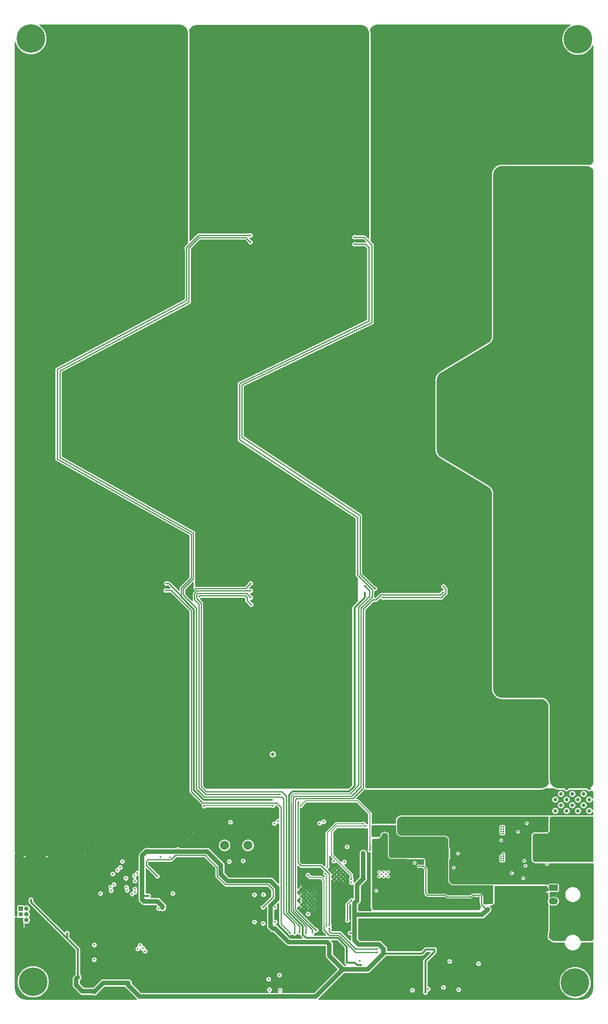
<source format=gbr>
G04 #@! TF.GenerationSoftware,KiCad,Pcbnew,(5.1.8)-1*
G04 #@! TF.CreationDate,2020-11-22T12:56:37-03:30*
G04 #@! TF.ProjectId,chum-bucket,6368756d-2d62-4756-936b-65742e6b6963,rev?*
G04 #@! TF.SameCoordinates,Original*
G04 #@! TF.FileFunction,Copper,L2,Inr*
G04 #@! TF.FilePolarity,Positive*
%FSLAX46Y46*%
G04 Gerber Fmt 4.6, Leading zero omitted, Abs format (unit mm)*
G04 Created by KiCad (PCBNEW (5.1.8)-1) date 2020-11-22 12:56:37*
%MOMM*%
%LPD*%
G01*
G04 APERTURE LIST*
G04 #@! TA.AperFunction,ComponentPad*
%ADD10C,0.500000*%
G04 #@! TD*
G04 #@! TA.AperFunction,ComponentPad*
%ADD11O,2.020000X1.500000*%
G04 #@! TD*
G04 #@! TA.AperFunction,ComponentPad*
%ADD12R,1.000000X1.000000*%
G04 #@! TD*
G04 #@! TA.AperFunction,ComponentPad*
%ADD13O,1.000000X1.000000*%
G04 #@! TD*
G04 #@! TA.AperFunction,ComponentPad*
%ADD14C,2.000000*%
G04 #@! TD*
G04 #@! TA.AperFunction,ComponentPad*
%ADD15C,2.750000*%
G04 #@! TD*
G04 #@! TA.AperFunction,ComponentPad*
%ADD16C,0.800000*%
G04 #@! TD*
G04 #@! TA.AperFunction,ComponentPad*
%ADD17C,6.400000*%
G04 #@! TD*
G04 #@! TA.AperFunction,ViaPad*
%ADD18C,0.800000*%
G04 #@! TD*
G04 #@! TA.AperFunction,ViaPad*
%ADD19C,0.450000*%
G04 #@! TD*
G04 #@! TA.AperFunction,Conductor*
%ADD20C,0.250000*%
G04 #@! TD*
G04 #@! TA.AperFunction,Conductor*
%ADD21C,0.200000*%
G04 #@! TD*
G04 #@! TA.AperFunction,Conductor*
%ADD22C,1.000000*%
G04 #@! TD*
G04 #@! TA.AperFunction,Conductor*
%ADD23C,0.400000*%
G04 #@! TD*
G04 #@! TA.AperFunction,Conductor*
%ADD24C,0.254000*%
G04 #@! TD*
G04 #@! TA.AperFunction,Conductor*
%ADD25C,0.100000*%
G04 #@! TD*
G04 APERTURE END LIST*
D10*
X143600000Y-229400000D03*
X143600000Y-227400000D03*
X145400000Y-227400000D03*
X145400000Y-229400000D03*
X146400000Y-228400000D03*
X142800000Y-228400000D03*
X144600000Y-226600000D03*
X142800000Y-226600000D03*
X146400000Y-226600000D03*
X146400000Y-230200000D03*
X144600000Y-230200000D03*
X142800000Y-230200000D03*
X144600000Y-228400000D03*
G04 #@! TA.AperFunction,ComponentPad*
G36*
G01*
X199493600Y-224802000D02*
X201013600Y-224802000D01*
G75*
G02*
X201263600Y-225052000I0J-250000D01*
G01*
X201263600Y-226052000D01*
G75*
G02*
X201013600Y-226302000I-250000J0D01*
G01*
X199493600Y-226302000D01*
G75*
G02*
X199243600Y-226052000I0J250000D01*
G01*
X199243600Y-225052000D01*
G75*
G02*
X199493600Y-224802000I250000J0D01*
G01*
G37*
G04 #@! TD.AperFunction*
D11*
X200253600Y-228552000D03*
G04 #@! TA.AperFunction,ComponentPad*
G36*
G01*
X199493600Y-235520800D02*
X201013600Y-235520800D01*
G75*
G02*
X201263600Y-235770800I0J-250000D01*
G01*
X201263600Y-236770800D01*
G75*
G02*
X201013600Y-237020800I-250000J0D01*
G01*
X199493600Y-237020800D01*
G75*
G02*
X199243600Y-236770800I0J250000D01*
G01*
X199243600Y-235770800D01*
G75*
G02*
X199493600Y-235520800I250000J0D01*
G01*
G37*
G04 #@! TD.AperFunction*
X200253600Y-239270800D03*
D12*
X80500000Y-230250000D03*
D13*
X81770000Y-230250000D03*
X80500000Y-231520000D03*
X81770000Y-231520000D03*
X80500000Y-232790000D03*
X81770000Y-232790000D03*
D14*
X131572000Y-216027000D03*
X126301500Y-216027000D03*
D10*
X152925000Y-223525000D03*
X152925000Y-222550000D03*
X152925000Y-221575000D03*
X151950000Y-223525000D03*
X151950000Y-222550000D03*
X151950000Y-221575000D03*
X150975000Y-223525000D03*
X150975000Y-222550000D03*
X150975000Y-221575000D03*
D15*
X206900000Y-218100000D03*
X201900000Y-218100000D03*
X206900000Y-211090000D03*
X201900000Y-211090000D03*
X81360000Y-209296000D03*
X86360000Y-209296000D03*
X81360000Y-216306000D03*
X86360000Y-216306000D03*
D16*
X84475656Y-33227944D03*
X82778600Y-32525000D03*
X81081544Y-33227944D03*
X80378600Y-34925000D03*
X81081544Y-36622056D03*
X82778600Y-37325000D03*
X84475656Y-36622056D03*
X85178600Y-34925000D03*
D17*
X82778600Y-34925000D03*
X83286600Y-246634000D03*
D16*
X85686600Y-246634000D03*
X84983656Y-248331056D03*
X83286600Y-249034000D03*
X81589544Y-248331056D03*
X80886600Y-246634000D03*
X81589544Y-244936944D03*
X83286600Y-244234000D03*
X84983656Y-244936944D03*
D17*
X205105000Y-246837200D03*
D16*
X207505000Y-246837200D03*
X206802056Y-248534256D03*
X205105000Y-249237200D03*
X203407944Y-248534256D03*
X202705000Y-246837200D03*
X203407944Y-245140144D03*
X205105000Y-244437200D03*
X206802056Y-245140144D03*
D17*
X205740000Y-35052000D03*
D16*
X208140000Y-35052000D03*
X207437056Y-36749056D03*
X205740000Y-37452000D03*
X204042944Y-36749056D03*
X203340000Y-35052000D03*
X204042944Y-33354944D03*
X205740000Y-32652000D03*
X207437056Y-33354944D03*
D18*
X137160000Y-195580000D03*
X88900000Y-33020000D03*
X101600000Y-52070000D03*
X111760000Y-52070000D03*
X88900000Y-49530000D03*
X104140000Y-54610000D03*
X83820000Y-49530000D03*
X93980000Y-49530000D03*
X86360000Y-52070000D03*
X109220000Y-54610000D03*
X88900000Y-54610000D03*
X99060000Y-49530000D03*
X96520000Y-52070000D03*
X106680000Y-52070000D03*
X83820000Y-54610000D03*
X104140000Y-49530000D03*
X91440000Y-52070000D03*
X99060000Y-54610000D03*
X93980000Y-54610000D03*
X114300000Y-49530000D03*
X114300000Y-54610000D03*
X116840000Y-52070000D03*
X109220000Y-49530000D03*
X81280000Y-52070000D03*
X106680000Y-46990000D03*
X116840000Y-46990000D03*
X96520000Y-46990000D03*
X81280000Y-46990000D03*
X101600000Y-46990000D03*
X86360000Y-46990000D03*
D19*
X103568500Y-231711500D03*
X161036000Y-223012000D03*
X162052000Y-223012000D03*
X163068000Y-223012000D03*
X163068000Y-221996000D03*
X162560000Y-222504000D03*
X162052000Y-221996000D03*
X161544000Y-222504000D03*
X161036000Y-221996000D03*
X165100000Y-233680000D03*
X165735000Y-234315000D03*
X166370000Y-233680000D03*
X167005000Y-234315000D03*
X167640000Y-233680000D03*
X168275000Y-234315000D03*
X168910000Y-233680000D03*
X169545000Y-234315000D03*
X170180000Y-233680000D03*
X170815000Y-234315000D03*
X171450000Y-233680000D03*
X172085000Y-234315000D03*
X172720000Y-233680000D03*
X173355000Y-234315000D03*
X173990000Y-233680000D03*
X174625000Y-234315000D03*
X175260000Y-233680000D03*
X175895000Y-234315000D03*
X176530000Y-233680000D03*
X177165000Y-234315000D03*
X177800000Y-233680000D03*
X178435000Y-234315000D03*
X179070000Y-233680000D03*
X179705000Y-234315000D03*
X180340000Y-233680000D03*
X180975000Y-234315000D03*
X181610000Y-233680000D03*
X188468000Y-214884000D03*
X160401000Y-226187000D03*
X146939000Y-231394000D03*
X152273000Y-215011000D03*
X145697609Y-222546006D03*
X153543000Y-227711000D03*
X132207000Y-157226000D03*
X118935500Y-159385000D03*
X139700000Y-239500000D03*
X142900000Y-239500000D03*
X146100000Y-239500000D03*
X152600000Y-239500000D03*
X154597689Y-231863311D03*
X101906327Y-231253501D03*
X100203000Y-231140000D03*
X100838000Y-229489000D03*
X117602000Y-221615000D03*
X106172000Y-227457000D03*
X99060000Y-245110000D03*
X102997000Y-249301000D03*
X104775000Y-245491000D03*
X89916000Y-249682000D03*
X192278000Y-212979000D03*
X193675000Y-219456000D03*
X198755000Y-220218000D03*
X193929000Y-220599000D03*
X193421000Y-223393000D03*
X188468000Y-218440000D03*
X188976000Y-218440000D03*
X188976000Y-217932000D03*
X188468000Y-218948000D03*
X188976000Y-218948000D03*
X188976000Y-219456000D03*
X188468000Y-219456000D03*
X188468000Y-213360000D03*
X188976000Y-213360000D03*
X188976000Y-212852000D03*
X188468000Y-212852000D03*
X188468000Y-212344000D03*
X188976000Y-212344000D03*
X188976000Y-211836000D03*
X188468000Y-211836000D03*
X196000000Y-231400000D03*
X197800000Y-232600000D03*
X196200000Y-241200000D03*
X191200000Y-241400000D03*
X192600000Y-241400000D03*
X156900000Y-216000000D03*
X148934990Y-239400000D03*
X96969361Y-249843150D03*
X182245000Y-248285000D03*
X198120000Y-249682000D03*
X111125000Y-230769792D03*
X109679628Y-226870372D03*
X161417000Y-248412000D03*
X164973000Y-248285000D03*
X170561000Y-242189000D03*
X145796000Y-219837000D03*
X146304000Y-215265000D03*
X159512000Y-204978000D03*
X158432500Y-211137500D03*
X133985000Y-216217500D03*
X134556500Y-215582500D03*
X134620000Y-213931500D03*
X104521000Y-236664500D03*
X105029000Y-237426500D03*
X108775500Y-236855000D03*
X110680500Y-238252000D03*
X112522000Y-236664500D03*
X114617500Y-238252000D03*
X153543000Y-234696000D03*
X152844500Y-231394000D03*
X138257978Y-223427310D03*
X131762500Y-219900500D03*
X138049000Y-231902000D03*
X126619000Y-220599000D03*
X124333000Y-217551000D03*
X124333000Y-234886500D03*
X127063500Y-231902000D03*
X125158500Y-229870000D03*
X125476000Y-227076000D03*
X123444000Y-224282000D03*
X80518000Y-219202000D03*
X158242000Y-215900000D03*
X187452000Y-243332000D03*
D18*
X81280000Y-193040000D03*
X86360000Y-193040000D03*
X91440000Y-193040000D03*
X96520000Y-193040000D03*
X101600000Y-193040000D03*
X106680000Y-193040000D03*
X111760000Y-193040000D03*
X116840000Y-193040000D03*
X114300000Y-190500000D03*
X109220000Y-190500000D03*
X104140000Y-190500000D03*
X99060000Y-190500000D03*
X93980000Y-190500000D03*
X83820000Y-190500000D03*
X81280000Y-187960000D03*
X86360000Y-187960000D03*
X91440000Y-187960000D03*
X96520000Y-187960000D03*
X101600000Y-187960000D03*
X106680000Y-187960000D03*
X111760000Y-187960000D03*
X116840000Y-187960000D03*
X114300000Y-185420000D03*
X109220000Y-185420000D03*
X104140000Y-185420000D03*
X99060000Y-185420000D03*
X93980000Y-185420000D03*
X88900000Y-185420000D03*
X83820000Y-185420000D03*
X81280000Y-182880000D03*
X86360000Y-182880000D03*
X91440000Y-182880000D03*
X96520000Y-182880000D03*
X101600000Y-182880000D03*
X106680000Y-182880000D03*
X111760000Y-182880000D03*
X116840000Y-182880000D03*
X114300000Y-180340000D03*
X109220000Y-180340000D03*
X104140000Y-180340000D03*
X99060000Y-180340000D03*
X93980000Y-180340000D03*
X88900000Y-180340000D03*
X83820000Y-180340000D03*
X81280000Y-177800000D03*
X86360000Y-177800000D03*
X91440000Y-177800000D03*
X96520000Y-177800000D03*
X101600000Y-177800000D03*
X106680000Y-177800000D03*
X111760000Y-177800000D03*
X116840000Y-177800000D03*
X114300000Y-175260000D03*
X109220000Y-175260000D03*
X104140000Y-175260000D03*
X99060000Y-175260000D03*
X93980000Y-175260000D03*
X88900000Y-175260000D03*
X83820000Y-175260000D03*
X81280000Y-172720000D03*
X86360000Y-172720000D03*
X91440000Y-172720000D03*
X96520000Y-172720000D03*
X101600000Y-172720000D03*
X106680000Y-172720000D03*
X111760000Y-172720000D03*
X116840000Y-172720000D03*
X114300000Y-170180000D03*
X109220000Y-170180000D03*
X104140000Y-170180000D03*
X99060000Y-170180000D03*
X93980000Y-170180000D03*
X88900000Y-170180000D03*
X83820000Y-170180000D03*
X81280000Y-167640000D03*
X86360000Y-167640000D03*
X91440000Y-167640000D03*
X96520000Y-167640000D03*
X101600000Y-167640000D03*
X106680000Y-167640000D03*
X111760000Y-167640000D03*
X116840000Y-167640000D03*
X114300000Y-165100000D03*
X109220000Y-165100000D03*
X104140000Y-165100000D03*
X99060000Y-165100000D03*
X93980000Y-165100000D03*
X88900000Y-165100000D03*
X83820000Y-165100000D03*
X81280000Y-162560000D03*
X86360000Y-162560000D03*
X91440000Y-162560000D03*
X96520000Y-162560000D03*
X101600000Y-162560000D03*
X106680000Y-162560000D03*
X111760000Y-162560000D03*
X116840000Y-162560000D03*
X83820000Y-160020000D03*
X88900000Y-160020000D03*
X93980000Y-160020000D03*
X99060000Y-160020000D03*
X104140000Y-160020000D03*
X109220000Y-160020000D03*
X106680000Y-157480000D03*
X101600000Y-157480000D03*
X96520000Y-157480000D03*
X91440000Y-157480000D03*
X86360000Y-157480000D03*
X81280000Y-157480000D03*
X83820000Y-154940000D03*
X88900000Y-154940000D03*
X93980000Y-154940000D03*
X99060000Y-154940000D03*
X104140000Y-154940000D03*
X109220000Y-154940000D03*
X114300000Y-154940000D03*
X116840000Y-152400000D03*
X111760000Y-152400000D03*
X106680000Y-152400000D03*
X101600000Y-152400000D03*
X96520000Y-152400000D03*
X91440000Y-152400000D03*
X86360000Y-152400000D03*
X81280000Y-152400000D03*
X83820000Y-149860000D03*
X88900000Y-149860000D03*
X93980000Y-149860000D03*
X99060000Y-149860000D03*
X104140000Y-149860000D03*
X109220000Y-149860000D03*
X114300000Y-149860000D03*
X116840000Y-147320000D03*
X111760000Y-147320000D03*
X106680000Y-147320000D03*
X101600000Y-147320000D03*
X96520000Y-147320000D03*
X91440000Y-147320000D03*
X86360000Y-147320000D03*
X81280000Y-147320000D03*
X83820000Y-144780000D03*
X88900000Y-144780000D03*
X93980000Y-144780000D03*
X99060000Y-144780000D03*
X104140000Y-144780000D03*
X109220000Y-144780000D03*
X111760000Y-144780000D03*
X81280000Y-142240000D03*
X86360000Y-142240000D03*
X91440000Y-142240000D03*
X96520000Y-142240000D03*
X101600000Y-142240000D03*
X106680000Y-142240000D03*
X109220000Y-142240000D03*
X83820000Y-139700000D03*
X88900000Y-139700000D03*
X93980000Y-139700000D03*
X99060000Y-139700000D03*
X104140000Y-139700000D03*
X81280000Y-137160000D03*
X86360000Y-137160000D03*
X91440000Y-137160000D03*
X96520000Y-137160000D03*
X99060000Y-137160000D03*
X101600000Y-139700000D03*
X114300000Y-147320000D03*
X83820000Y-134620000D03*
X88900000Y-134620000D03*
X93980000Y-134620000D03*
X93980000Y-137160000D03*
X81280000Y-132080000D03*
X86360000Y-132080000D03*
X88900000Y-132080000D03*
X91440000Y-134620000D03*
X83820000Y-129540000D03*
X81280000Y-127000000D03*
X86360000Y-127000000D03*
X83820000Y-124460000D03*
X81280000Y-121920000D03*
X83820000Y-119380000D03*
X81280000Y-116840000D03*
X83820000Y-114300000D03*
X81280000Y-111760000D03*
X86360000Y-111760000D03*
X83820000Y-109220000D03*
X81280000Y-106680000D03*
X86360000Y-106680000D03*
X88900000Y-106680000D03*
X83820000Y-104140000D03*
X88900000Y-104140000D03*
X93980000Y-104140000D03*
X81280000Y-101600000D03*
X86360000Y-101600000D03*
X91440000Y-101600000D03*
X96520000Y-101600000D03*
X83820000Y-99060000D03*
X88900000Y-99060000D03*
X93980000Y-99060000D03*
X99060000Y-99060000D03*
X104140000Y-99060000D03*
X81280000Y-96520000D03*
X86360000Y-96520000D03*
X91440000Y-96520000D03*
X96520000Y-96520000D03*
X101600000Y-96520000D03*
X106680000Y-96520000D03*
X83820000Y-93980000D03*
X88900000Y-93980000D03*
X93980000Y-93980000D03*
X99060000Y-93980000D03*
X104140000Y-93980000D03*
X109220000Y-93980000D03*
X114300000Y-93980000D03*
X109220000Y-96520000D03*
X99060000Y-101600000D03*
X81280000Y-91440000D03*
X86360000Y-91440000D03*
X91440000Y-91440000D03*
X96520000Y-91440000D03*
X101600000Y-91440000D03*
X106680000Y-91440000D03*
X111760000Y-91440000D03*
X116840000Y-91440000D03*
X114300000Y-88900000D03*
X109220000Y-88900000D03*
X104140000Y-88900000D03*
X99060000Y-88900000D03*
X93980000Y-88900000D03*
X88900000Y-88900000D03*
X83820000Y-88900000D03*
X81280000Y-86360000D03*
X86360000Y-86360000D03*
X91440000Y-86360000D03*
X96520000Y-86360000D03*
X101600000Y-86360000D03*
X106680000Y-86360000D03*
X111760000Y-86360000D03*
X116840000Y-86360000D03*
X114300000Y-83820000D03*
X109220000Y-83820000D03*
X104140000Y-83820000D03*
X99060000Y-83820000D03*
X93980000Y-83820000D03*
X88900000Y-83820000D03*
X83820000Y-83820000D03*
X81280000Y-81280000D03*
X86360000Y-81280000D03*
X91440000Y-81280000D03*
X96520000Y-81280000D03*
X101600000Y-81280000D03*
X106680000Y-81280000D03*
X111760000Y-81280000D03*
X116840000Y-81280000D03*
X83820000Y-78740000D03*
X88900000Y-78740000D03*
X93980000Y-78740000D03*
X99060000Y-78740000D03*
X104140000Y-78740000D03*
X109220000Y-78740000D03*
X114300000Y-78740000D03*
X81280000Y-76200000D03*
X86360000Y-76200000D03*
X91440000Y-76200000D03*
X96520000Y-76200000D03*
X101600000Y-76200000D03*
X106680000Y-76200000D03*
X111760000Y-76200000D03*
X116840000Y-76200000D03*
X114300000Y-73660000D03*
X109220000Y-73660000D03*
X104140000Y-73660000D03*
X99060000Y-73660000D03*
X93980000Y-73660000D03*
X88900000Y-73660000D03*
X83820000Y-73660000D03*
X81280000Y-71120000D03*
X86360000Y-71120000D03*
X91440000Y-71120000D03*
X96520000Y-71120000D03*
X101600000Y-71120000D03*
X106680000Y-71120000D03*
X111760000Y-71120000D03*
X116840000Y-71120000D03*
X114300000Y-68580000D03*
X109220000Y-68580000D03*
X104140000Y-68580000D03*
X99060000Y-68580000D03*
X93980000Y-68580000D03*
X88900000Y-68580000D03*
X83820000Y-68580000D03*
X81280000Y-66040000D03*
X86360000Y-66040000D03*
X91440000Y-66040000D03*
X96520000Y-66040000D03*
X101600000Y-66040000D03*
X106680000Y-66040000D03*
X111760000Y-66040000D03*
X116840000Y-66040000D03*
X83820000Y-63500000D03*
X88900000Y-63500000D03*
X93980000Y-63500000D03*
X99060000Y-63500000D03*
X104140000Y-63500000D03*
X109220000Y-63500000D03*
X114300000Y-63500000D03*
X81280000Y-60960000D03*
X86360000Y-60960000D03*
X91440000Y-60960000D03*
X96520000Y-60960000D03*
X101600000Y-60960000D03*
X106680000Y-60960000D03*
X111760000Y-60960000D03*
X116840000Y-60960000D03*
X83820000Y-58420000D03*
X88900000Y-58420000D03*
X93980000Y-58420000D03*
X99060000Y-58420000D03*
X104140000Y-58420000D03*
X109220000Y-58420000D03*
X114300000Y-58420000D03*
X81280000Y-55880000D03*
X86360000Y-55880000D03*
X91440000Y-55880000D03*
X96520000Y-55880000D03*
X101600000Y-55880000D03*
X106680000Y-55880000D03*
X111760000Y-55880000D03*
X116840000Y-55880000D03*
X83820000Y-45720000D03*
X88900000Y-45720000D03*
X93980000Y-45720000D03*
X99060000Y-45720000D03*
X104140000Y-45720000D03*
X109220000Y-45720000D03*
X114300000Y-45720000D03*
X106680000Y-43180000D03*
X104140000Y-43180000D03*
X101600000Y-43180000D03*
X99060000Y-43180000D03*
X96520000Y-43180000D03*
X96520000Y-40640000D03*
X99060000Y-40640000D03*
X101600000Y-40640000D03*
X104140000Y-40640000D03*
X106680000Y-40640000D03*
X106680000Y-38100000D03*
X101600000Y-38100000D03*
X104140000Y-38100000D03*
X99060000Y-38100000D03*
X96520000Y-38100000D03*
X96520000Y-35560000D03*
X99060000Y-35560000D03*
X101600000Y-35560000D03*
X104140000Y-35560000D03*
X106680000Y-35560000D03*
X116840000Y-43180000D03*
X116840000Y-40640000D03*
X116840000Y-38100000D03*
X116840000Y-35560000D03*
X83820000Y-43180000D03*
X81280000Y-43180000D03*
X81280000Y-40640000D03*
X83820000Y-40640000D03*
X91440000Y-33020000D03*
X93980000Y-33020000D03*
X96520000Y-33020000D03*
X99060000Y-33020000D03*
X101600000Y-33020000D03*
X104140000Y-33020000D03*
X106680000Y-33020000D03*
X109220000Y-33020000D03*
X111760000Y-33020000D03*
X114300000Y-33020000D03*
X116840000Y-33020000D03*
X111760000Y-45720000D03*
X106680000Y-45720000D03*
X116840000Y-45720000D03*
X101600000Y-45720000D03*
X96520000Y-45720000D03*
X91440000Y-45720000D03*
X86360000Y-45720000D03*
X81280000Y-45720000D03*
X83820000Y-193040000D03*
X88900000Y-193040000D03*
X93980000Y-193040000D03*
X99060000Y-193040000D03*
X104140000Y-193040000D03*
X109220000Y-193040000D03*
X114300000Y-193040000D03*
X116840000Y-195580000D03*
X116840000Y-198120000D03*
X116840000Y-200660000D03*
X116840000Y-203200000D03*
X106680000Y-195580000D03*
X104140000Y-195580000D03*
X101600000Y-195580000D03*
X99060000Y-195580000D03*
X96520000Y-195580000D03*
X96520000Y-198120000D03*
X99060000Y-198120000D03*
X101600000Y-198120000D03*
X104140000Y-198120000D03*
X106680000Y-198120000D03*
X106680000Y-200660000D03*
X104140000Y-200660000D03*
X101600000Y-200660000D03*
X99060000Y-200660000D03*
X96520000Y-200660000D03*
X96520000Y-203200000D03*
X99060000Y-203200000D03*
X101600000Y-203200000D03*
X104140000Y-203200000D03*
X106680000Y-203200000D03*
X83820000Y-200660000D03*
X83820000Y-203200000D03*
X83820000Y-198120000D03*
X83820000Y-195580000D03*
X81280000Y-195580000D03*
X81280000Y-200660000D03*
X81280000Y-198120000D03*
X81280000Y-203200000D03*
X81280000Y-205740000D03*
X83820000Y-205740000D03*
X86360000Y-205740000D03*
X88900000Y-205740000D03*
X91440000Y-205740000D03*
X93980000Y-205740000D03*
X96520000Y-205740000D03*
X99060000Y-205740000D03*
X101600000Y-205740000D03*
X104140000Y-205740000D03*
X106680000Y-205740000D03*
X111760000Y-205740000D03*
X114300000Y-205740000D03*
X116840000Y-205740000D03*
X109220000Y-205740000D03*
X83820000Y-210820000D03*
X85090000Y-212090000D03*
X82550000Y-212090000D03*
X83820000Y-213360000D03*
X86360000Y-213360000D03*
X81280000Y-213360000D03*
X80010000Y-212090000D03*
X85090000Y-214630000D03*
X82550000Y-214630000D03*
X83820000Y-215900000D03*
X87630000Y-214630000D03*
X83820000Y-208280000D03*
X90170000Y-208280000D03*
X92710000Y-208280000D03*
X95250000Y-208280000D03*
X97790000Y-208280000D03*
X100330000Y-208280000D03*
X102870000Y-208280000D03*
X105410000Y-208280000D03*
X107950000Y-208280000D03*
X110490000Y-208280000D03*
X113030000Y-208280000D03*
X115570000Y-208280000D03*
X118110000Y-208280000D03*
X116840000Y-210820000D03*
X114300000Y-210820000D03*
X111760000Y-210820000D03*
X109220000Y-210820000D03*
X106680000Y-210820000D03*
X104140000Y-210820000D03*
X101600000Y-210820000D03*
X99060000Y-210820000D03*
X96520000Y-210820000D03*
X93980000Y-210820000D03*
X91440000Y-210820000D03*
X92710000Y-213360000D03*
X95250000Y-213360000D03*
X97790000Y-213360000D03*
X100330000Y-213360000D03*
X102870000Y-213360000D03*
X105410000Y-213360000D03*
X107950000Y-213360000D03*
X110490000Y-213360000D03*
X88900000Y-210820000D03*
X90170000Y-213360000D03*
D19*
X158538394Y-217591618D03*
D18*
X88900000Y-190500000D03*
X90424000Y-242951000D03*
D19*
X96393000Y-240538000D03*
X155171957Y-225529479D03*
X169021021Y-219970177D03*
X135589510Y-239100000D03*
X146240500Y-241173000D03*
X144843500Y-240601500D03*
X141668500Y-240538000D03*
X138493500Y-240601500D03*
X151892000Y-240601500D03*
X152972915Y-241634384D03*
D18*
X111760000Y-243840000D03*
X116840000Y-246380000D03*
X129540000Y-246380000D03*
X121920000Y-247650000D03*
X123190000Y-243840000D03*
X111760000Y-247650000D03*
X91440000Y-215900000D03*
X93980000Y-215900000D03*
X96520000Y-215900000D03*
X101600000Y-215900000D03*
X104140000Y-215900000D03*
X106680000Y-215900000D03*
X90170000Y-218440000D03*
X92710000Y-218440000D03*
X95250000Y-218440000D03*
X97790000Y-218440000D03*
X88900000Y-220980000D03*
X91440000Y-220980000D03*
X93980000Y-220980000D03*
X96520000Y-220980000D03*
X86360000Y-220980000D03*
X83820000Y-217805000D03*
X85090000Y-219075000D03*
X86995000Y-219075000D03*
X88900000Y-217170000D03*
X88265000Y-207645000D03*
X85090000Y-207010000D03*
X80010000Y-207010000D03*
X82550000Y-207010000D03*
X88265000Y-212725000D03*
X82550000Y-218440000D03*
X83820000Y-219710000D03*
X198120000Y-127000000D03*
X198120000Y-142240000D03*
X190500000Y-124460000D03*
X195580000Y-134620000D03*
X193040000Y-127000000D03*
X187960000Y-121920000D03*
X205740000Y-139700000D03*
X205740000Y-134620000D03*
X205740000Y-129540000D03*
X190500000Y-134620000D03*
X187960000Y-142240000D03*
X200660000Y-129540000D03*
X200660000Y-134620000D03*
X208280000Y-121920000D03*
X193040000Y-142240000D03*
X193040000Y-137160000D03*
X208280000Y-137160000D03*
X187960000Y-127000000D03*
X187960000Y-132080000D03*
X193040000Y-121920000D03*
X190500000Y-144780000D03*
X198120000Y-132080000D03*
X203200000Y-147320000D03*
X208280000Y-127000000D03*
X195580000Y-139700000D03*
X190500000Y-149860000D03*
X200660000Y-124460000D03*
X200660000Y-144780000D03*
X195580000Y-149860000D03*
X195580000Y-129540000D03*
X190500000Y-129540000D03*
X203200000Y-137160000D03*
X205740000Y-149860000D03*
X208280000Y-142240000D03*
X203200000Y-142240000D03*
X187960000Y-147320000D03*
X200660000Y-139700000D03*
X200660000Y-149860000D03*
X203200000Y-132080000D03*
X187960000Y-137160000D03*
X208280000Y-132080000D03*
X208280000Y-147320000D03*
X195580000Y-144780000D03*
X193040000Y-132080000D03*
X203200000Y-121920000D03*
X205740000Y-124460000D03*
X203200000Y-127000000D03*
X205740000Y-144780000D03*
X198120000Y-147320000D03*
X193040000Y-147320000D03*
X198120000Y-137160000D03*
X190500000Y-139700000D03*
X198120000Y-71120000D03*
X198120000Y-86360000D03*
X190500000Y-68580000D03*
X195580000Y-78740000D03*
X193040000Y-71120000D03*
X187960000Y-66040000D03*
X205740000Y-83820000D03*
X205740000Y-78740000D03*
X205740000Y-73660000D03*
X190500000Y-78740000D03*
X187960000Y-86360000D03*
X200660000Y-73660000D03*
X200660000Y-78740000D03*
X208280000Y-66040000D03*
X193040000Y-86360000D03*
X193040000Y-81280000D03*
X208280000Y-81280000D03*
X187960000Y-71120000D03*
X198120000Y-66040000D03*
X187960000Y-76200000D03*
X193040000Y-66040000D03*
X190500000Y-88900000D03*
X198120000Y-76200000D03*
X203200000Y-91440000D03*
X208280000Y-71120000D03*
X195580000Y-83820000D03*
X190500000Y-93980000D03*
X200660000Y-68580000D03*
X200660000Y-88900000D03*
X195580000Y-93980000D03*
X195580000Y-73660000D03*
X190500000Y-73660000D03*
X203200000Y-81280000D03*
X205740000Y-93980000D03*
X208280000Y-86360000D03*
X203200000Y-86360000D03*
X187960000Y-91440000D03*
X200660000Y-83820000D03*
X200660000Y-93980000D03*
X203200000Y-76200000D03*
X187960000Y-81280000D03*
X195580000Y-68580000D03*
X208280000Y-76200000D03*
X208280000Y-91440000D03*
X195580000Y-88900000D03*
X193040000Y-76200000D03*
X203200000Y-66040000D03*
X205740000Y-68580000D03*
X203200000Y-71120000D03*
X205740000Y-88900000D03*
X198120000Y-91440000D03*
X193040000Y-91440000D03*
X198120000Y-81280000D03*
X190500000Y-83820000D03*
X195580000Y-124460000D03*
X205740000Y-170180000D03*
X200660000Y-160020000D03*
X200660000Y-165100000D03*
X193040000Y-167640000D03*
X195580000Y-165100000D03*
X208280000Y-152400000D03*
X193040000Y-172720000D03*
X208280000Y-167640000D03*
X205740000Y-165100000D03*
X205740000Y-160020000D03*
X187960000Y-157480000D03*
X198120000Y-152400000D03*
X187960000Y-162560000D03*
X193040000Y-152400000D03*
X198120000Y-172720000D03*
X198120000Y-157480000D03*
X190500000Y-165100000D03*
X190500000Y-154940000D03*
X193040000Y-157480000D03*
X187960000Y-172720000D03*
X187960000Y-152400000D03*
X203200000Y-172720000D03*
X203200000Y-167640000D03*
X198120000Y-167640000D03*
X190500000Y-170180000D03*
X203200000Y-152400000D03*
X203200000Y-162560000D03*
X195580000Y-170180000D03*
X198120000Y-162560000D03*
X193040000Y-162560000D03*
X208280000Y-162560000D03*
X200660000Y-170180000D03*
X208280000Y-157480000D03*
X187960000Y-167640000D03*
X195580000Y-154940000D03*
X208280000Y-172720000D03*
X205740000Y-180340000D03*
X208280000Y-177800000D03*
X190500000Y-180340000D03*
X200660000Y-154940000D03*
X187960000Y-177800000D03*
X200660000Y-180340000D03*
X200660000Y-175260000D03*
X205740000Y-154940000D03*
X195580000Y-175260000D03*
X203200000Y-157480000D03*
X195580000Y-180340000D03*
X193040000Y-177800000D03*
X203200000Y-177800000D03*
X205740000Y-175260000D03*
X195580000Y-160020000D03*
X190500000Y-175260000D03*
X198120000Y-177800000D03*
X190500000Y-160020000D03*
D19*
X153842490Y-216362510D03*
X178740000Y-217820000D03*
D18*
X185420000Y-129540000D03*
X185420000Y-124460000D03*
X182880000Y-127000000D03*
X182880000Y-132080000D03*
X180340000Y-129540000D03*
X177800000Y-127000000D03*
X180340000Y-124460000D03*
X182880000Y-121920000D03*
X185420000Y-119380000D03*
X190500000Y-119380000D03*
X205740000Y-119380000D03*
X203200000Y-116840000D03*
X208280000Y-116840000D03*
X205740000Y-114300000D03*
X203200000Y-111760000D03*
X208280000Y-111760000D03*
X182880000Y-116840000D03*
X187960000Y-116840000D03*
X193040000Y-116840000D03*
X185420000Y-114300000D03*
X190500000Y-114300000D03*
X187960000Y-111760000D03*
X193040000Y-111760000D03*
X198120000Y-111760000D03*
X182880000Y-111760000D03*
X177800000Y-111760000D03*
X180340000Y-109220000D03*
X185420000Y-109220000D03*
X190500000Y-109220000D03*
X195580000Y-109220000D03*
X205740000Y-109220000D03*
X182880000Y-106680000D03*
X187960000Y-106680000D03*
X193040000Y-106680000D03*
X198120000Y-106680000D03*
X203200000Y-106680000D03*
X208280000Y-106680000D03*
X205740000Y-104140000D03*
X200660000Y-104140000D03*
X195580000Y-104140000D03*
X190500000Y-104140000D03*
X185420000Y-104140000D03*
X187960000Y-101600000D03*
X193040000Y-101600000D03*
X198120000Y-101600000D03*
X203200000Y-101600000D03*
X208280000Y-101600000D03*
X205740000Y-99060000D03*
X200660000Y-99060000D03*
X195580000Y-99060000D03*
X190500000Y-99060000D03*
X193040000Y-96520000D03*
X187960000Y-96520000D03*
X198120000Y-96520000D03*
X203200000Y-96520000D03*
X208280000Y-96520000D03*
X203200000Y-182880000D03*
X208280000Y-182880000D03*
X200660000Y-185420000D03*
X205740000Y-185420000D03*
X208280000Y-187960000D03*
X203200000Y-187960000D03*
X205740000Y-190500000D03*
X208280000Y-193040000D03*
X203200000Y-193040000D03*
X205740000Y-195580000D03*
X203200000Y-198120000D03*
X208280000Y-198120000D03*
X205740000Y-200660000D03*
X203200000Y-203200000D03*
X208280000Y-203200000D03*
X205740000Y-205740000D03*
X208280000Y-208280000D03*
X203200000Y-208280000D03*
X200660000Y-205740000D03*
X182880000Y-124460000D03*
X187960000Y-124460000D03*
X193040000Y-124460000D03*
X190500000Y-121920000D03*
X185420000Y-121920000D03*
X182880000Y-119380000D03*
X187960000Y-119380000D03*
X193040000Y-119380000D03*
X190500000Y-116840000D03*
X185420000Y-116840000D03*
X182880000Y-114300000D03*
X187960000Y-114300000D03*
X193040000Y-114300000D03*
X203200000Y-114300000D03*
X208280000Y-114300000D03*
X205740000Y-116840000D03*
X203200000Y-119380000D03*
X208280000Y-119380000D03*
X205740000Y-121920000D03*
X203200000Y-124460000D03*
X175260000Y-127000000D03*
X180340000Y-127000000D03*
X185420000Y-127000000D03*
X190500000Y-127000000D03*
X195580000Y-127000000D03*
X200660000Y-127000000D03*
X205740000Y-127000000D03*
X208280000Y-124460000D03*
X175260000Y-111760000D03*
X180340000Y-111760000D03*
X185420000Y-111760000D03*
X190500000Y-111760000D03*
X195580000Y-111760000D03*
X200660000Y-111760000D03*
X205740000Y-111760000D03*
X200660000Y-208280000D03*
X201930000Y-207010000D03*
X203200000Y-205740000D03*
X201930000Y-204470000D03*
X204470000Y-207010000D03*
X205740000Y-208280000D03*
X204470000Y-204470000D03*
X207010000Y-207010000D03*
X207010000Y-204470000D03*
X208280000Y-205740000D03*
X201930000Y-213360000D03*
X204470000Y-213360000D03*
X207010000Y-213360000D03*
X208280000Y-214630000D03*
X205740000Y-214630000D03*
X203200000Y-214630000D03*
X200660000Y-214630000D03*
X201930000Y-215900000D03*
X204470000Y-215900000D03*
X207010000Y-215900000D03*
X204470000Y-218440000D03*
X204470000Y-210820000D03*
X199390000Y-215900000D03*
X198120000Y-214630000D03*
X199390000Y-213360000D03*
D19*
X177292000Y-221996000D03*
X177800000Y-222504000D03*
X177292000Y-223012000D03*
X177800000Y-223520000D03*
X177292000Y-224028000D03*
X178308000Y-224028000D03*
X178308000Y-223012000D03*
X178308000Y-221996000D03*
X178816000Y-222504000D03*
X178816000Y-223520000D03*
X179324000Y-224028000D03*
X179324000Y-223012000D03*
X179324000Y-221996000D03*
X179832000Y-223520000D03*
X179832000Y-222504000D03*
X180340000Y-221996000D03*
X180340000Y-223012000D03*
X180340000Y-224028000D03*
X180848000Y-223520000D03*
X180848000Y-222504000D03*
X168656000Y-213614000D03*
X168275000Y-213106000D03*
X167894000Y-213614000D03*
X167513000Y-213106000D03*
X167132000Y-213614000D03*
X166751000Y-213106000D03*
X166370000Y-213614000D03*
D18*
X177800000Y-66040000D03*
X172720000Y-55880000D03*
X172720000Y-60960000D03*
X182880000Y-50800000D03*
X185420000Y-68580000D03*
X165100000Y-63500000D03*
X167640000Y-60960000D03*
X180340000Y-48260000D03*
X165100000Y-68580000D03*
X180340000Y-63500000D03*
X185420000Y-53340000D03*
X177800000Y-60960000D03*
X185420000Y-58420000D03*
X177800000Y-55880000D03*
X160020000Y-53340000D03*
X170180000Y-48260000D03*
X160020000Y-58420000D03*
X165100000Y-48260000D03*
X170180000Y-68580000D03*
X170180000Y-53340000D03*
X162560000Y-60960000D03*
X162560000Y-50800000D03*
X165100000Y-53340000D03*
X160020000Y-68580000D03*
X160020000Y-48260000D03*
X187960000Y-60960000D03*
X175260000Y-68580000D03*
X175260000Y-63500000D03*
X170180000Y-63500000D03*
X162560000Y-66040000D03*
X175260000Y-58420000D03*
X167640000Y-66040000D03*
X182880000Y-60960000D03*
X182880000Y-66040000D03*
X170180000Y-58420000D03*
X165100000Y-58420000D03*
X182880000Y-71120000D03*
X180340000Y-58420000D03*
X172720000Y-66040000D03*
X180340000Y-53340000D03*
X160020000Y-63500000D03*
X185420000Y-63500000D03*
X167640000Y-50800000D03*
X180340000Y-68580000D03*
X177800000Y-76200000D03*
X180340000Y-73660000D03*
X162560000Y-76200000D03*
X172720000Y-50800000D03*
X160020000Y-73660000D03*
X172720000Y-76200000D03*
X185420000Y-48260000D03*
X182880000Y-55880000D03*
X185420000Y-73660000D03*
X172720000Y-71120000D03*
X177800000Y-50800000D03*
X187960000Y-50800000D03*
X187960000Y-55880000D03*
X182880000Y-76200000D03*
X167640000Y-71120000D03*
X175260000Y-53340000D03*
X167640000Y-76200000D03*
X165100000Y-73660000D03*
X175260000Y-73660000D03*
X177800000Y-71120000D03*
X167640000Y-55880000D03*
X162560000Y-71120000D03*
X170180000Y-73660000D03*
X162560000Y-55880000D03*
X177800000Y-182880000D03*
X172720000Y-172720000D03*
X172720000Y-177800000D03*
X182880000Y-167640000D03*
X185420000Y-185420000D03*
X165100000Y-180340000D03*
X167640000Y-177800000D03*
X180340000Y-165100000D03*
X165100000Y-185420000D03*
X180340000Y-180340000D03*
X185420000Y-170180000D03*
X177800000Y-177800000D03*
X185420000Y-175260000D03*
X177800000Y-172720000D03*
X160020000Y-170180000D03*
X170180000Y-165100000D03*
X160020000Y-175260000D03*
X165100000Y-165100000D03*
X170180000Y-185420000D03*
X170180000Y-170180000D03*
X162560000Y-177800000D03*
X162560000Y-167640000D03*
X165100000Y-170180000D03*
X160020000Y-185420000D03*
X160020000Y-165100000D03*
X175260000Y-185420000D03*
X175260000Y-180340000D03*
X170180000Y-180340000D03*
X162560000Y-182880000D03*
X175260000Y-165100000D03*
X175260000Y-175260000D03*
X167640000Y-182880000D03*
X182880000Y-177800000D03*
X182880000Y-182880000D03*
X170180000Y-175260000D03*
X165100000Y-175260000D03*
X182880000Y-187960000D03*
X180340000Y-175260000D03*
X172720000Y-182880000D03*
X180340000Y-170180000D03*
X160020000Y-180340000D03*
X185420000Y-180340000D03*
X167640000Y-167640000D03*
X180340000Y-185420000D03*
X177800000Y-193040000D03*
X180340000Y-190500000D03*
X162560000Y-193040000D03*
X172720000Y-167640000D03*
X160020000Y-190500000D03*
X172720000Y-193040000D03*
X185420000Y-165100000D03*
X182880000Y-172720000D03*
X185420000Y-190500000D03*
X172720000Y-187960000D03*
X177800000Y-167640000D03*
X182880000Y-193040000D03*
X167640000Y-187960000D03*
X175260000Y-170180000D03*
X167640000Y-193040000D03*
X165100000Y-190500000D03*
X177800000Y-187960000D03*
X167640000Y-172720000D03*
X162560000Y-187960000D03*
X170180000Y-190500000D03*
X162560000Y-172720000D03*
D19*
X147701000Y-211074000D03*
D18*
X187960000Y-187960000D03*
X187960000Y-193040000D03*
X190500000Y-190500000D03*
X190500000Y-185420000D03*
X195580000Y-185420000D03*
X193040000Y-187960000D03*
X193040000Y-193040000D03*
X195580000Y-190500000D03*
X198120000Y-193040000D03*
X198120000Y-187960000D03*
X162560000Y-162560000D03*
X167640000Y-162560000D03*
X172720000Y-162560000D03*
X177800000Y-162560000D03*
X182880000Y-162560000D03*
X185420000Y-160020000D03*
X180340000Y-160020000D03*
X177800000Y-157480000D03*
X182880000Y-157480000D03*
X180340000Y-154940000D03*
X185420000Y-154940000D03*
X175260000Y-154940000D03*
X172720000Y-157480000D03*
X170180000Y-154940000D03*
X167640000Y-157480000D03*
X165100000Y-154940000D03*
X162560000Y-157480000D03*
X160020000Y-154940000D03*
X162560000Y-152400000D03*
X167640000Y-152400000D03*
X172720000Y-152400000D03*
X177800000Y-152400000D03*
X182880000Y-152400000D03*
X185420000Y-149860000D03*
X180340000Y-149860000D03*
X175260000Y-149860000D03*
X170180000Y-149860000D03*
X165100000Y-149860000D03*
X160020000Y-149860000D03*
X162560000Y-147320000D03*
X167640000Y-147320000D03*
X172720000Y-147320000D03*
X177800000Y-147320000D03*
X182880000Y-147320000D03*
X185420000Y-144780000D03*
X180340000Y-144780000D03*
X175260000Y-144780000D03*
X170180000Y-144780000D03*
X165100000Y-144780000D03*
X160020000Y-144780000D03*
X162560000Y-142240000D03*
X167640000Y-142240000D03*
X172720000Y-142240000D03*
X177800000Y-142240000D03*
X182880000Y-142240000D03*
X185420000Y-139700000D03*
X180340000Y-139700000D03*
X175260000Y-139700000D03*
X170180000Y-139700000D03*
X165100000Y-139700000D03*
X160020000Y-139700000D03*
X182880000Y-137160000D03*
X177800000Y-137160000D03*
X172720000Y-137160000D03*
X167640000Y-137160000D03*
X162560000Y-137160000D03*
X157480000Y-137160000D03*
X152400000Y-137160000D03*
X154940000Y-134620000D03*
X160020000Y-134620000D03*
X165100000Y-134620000D03*
X170180000Y-134620000D03*
X175260000Y-134620000D03*
X180340000Y-134620000D03*
X177800000Y-132080000D03*
X172720000Y-132080000D03*
X167640000Y-132080000D03*
X162560000Y-132080000D03*
X157480000Y-132080000D03*
X152400000Y-132080000D03*
X147320000Y-132080000D03*
X149860000Y-134620000D03*
X144780000Y-129540000D03*
X149860000Y-129540000D03*
X160020000Y-129540000D03*
X165100000Y-129540000D03*
X170180000Y-129540000D03*
X172720000Y-127000000D03*
X167640000Y-127000000D03*
X162560000Y-127000000D03*
X157480000Y-127000000D03*
X152400000Y-127000000D03*
X147320000Y-127000000D03*
X142240000Y-127000000D03*
X137160000Y-127000000D03*
X185420000Y-78740000D03*
X180340000Y-78740000D03*
X175260000Y-78740000D03*
X170180000Y-78740000D03*
X165100000Y-78740000D03*
X160020000Y-78740000D03*
X162560000Y-81280000D03*
X167640000Y-81280000D03*
X172720000Y-81280000D03*
X177800000Y-81280000D03*
X182880000Y-81280000D03*
X185420000Y-83820000D03*
X180340000Y-83820000D03*
X175260000Y-83820000D03*
X170180000Y-83820000D03*
X165100000Y-83820000D03*
X162560000Y-86360000D03*
X167640000Y-86360000D03*
X172720000Y-86360000D03*
X177800000Y-86360000D03*
X182880000Y-86360000D03*
X185420000Y-88900000D03*
X180340000Y-88900000D03*
X175260000Y-88900000D03*
X170180000Y-88900000D03*
X165100000Y-88900000D03*
X162560000Y-91440000D03*
X167640000Y-91440000D03*
X172720000Y-91440000D03*
X177800000Y-91440000D03*
X182880000Y-91440000D03*
X185420000Y-93980000D03*
X180340000Y-93980000D03*
X175260000Y-93980000D03*
X170180000Y-93980000D03*
X165100000Y-93980000D03*
X162560000Y-96520000D03*
X167640000Y-96520000D03*
X172720000Y-96520000D03*
X177800000Y-96520000D03*
X182880000Y-96520000D03*
X185420000Y-99060000D03*
X180340000Y-99060000D03*
X175260000Y-99060000D03*
X170180000Y-99060000D03*
X165100000Y-99060000D03*
X182880000Y-101600000D03*
X177800000Y-101600000D03*
X172720000Y-101600000D03*
X167640000Y-101600000D03*
X162560000Y-101600000D03*
X157480000Y-101600000D03*
X160020000Y-104140000D03*
X165100000Y-104140000D03*
X170180000Y-104140000D03*
X175260000Y-104140000D03*
X180340000Y-104140000D03*
X154940000Y-104140000D03*
X157480000Y-106680000D03*
X162560000Y-106680000D03*
X167640000Y-106680000D03*
X172720000Y-106680000D03*
X177800000Y-106680000D03*
X170180000Y-109220000D03*
X165100000Y-109220000D03*
X160020000Y-109220000D03*
X152400000Y-106680000D03*
X149860000Y-109220000D03*
X147320000Y-106680000D03*
X144780000Y-109220000D03*
X139700000Y-109220000D03*
X172720000Y-111760000D03*
X167640000Y-111760000D03*
X162560000Y-111760000D03*
X157480000Y-111760000D03*
X152400000Y-111760000D03*
X147320000Y-111760000D03*
X142240000Y-111760000D03*
X137160000Y-111760000D03*
X139700000Y-124460000D03*
X144780000Y-124460000D03*
X149860000Y-124460000D03*
X147320000Y-121920000D03*
X142240000Y-121920000D03*
X139700000Y-119380000D03*
X144780000Y-119380000D03*
X149860000Y-119380000D03*
X147320000Y-116840000D03*
X142240000Y-116840000D03*
X139700000Y-114300000D03*
X144780000Y-114300000D03*
X149860000Y-114300000D03*
X160020000Y-124460000D03*
X165100000Y-124460000D03*
X154940000Y-124460000D03*
X170180000Y-124460000D03*
X162560000Y-121920000D03*
X167640000Y-121920000D03*
X170180000Y-119380000D03*
X165100000Y-119380000D03*
X160020000Y-119380000D03*
X162560000Y-116840000D03*
X167640000Y-116840000D03*
X160020000Y-114300000D03*
X165100000Y-114300000D03*
X170180000Y-114300000D03*
X190500000Y-48260000D03*
X190500000Y-53340000D03*
X190500000Y-58420000D03*
X193040000Y-60960000D03*
X193040000Y-55880000D03*
X193040000Y-50800000D03*
X195580000Y-48260000D03*
X195580000Y-53340000D03*
X195580000Y-58420000D03*
X198120000Y-60960000D03*
X198120000Y-55880000D03*
X198120000Y-50800000D03*
X200660000Y-48260000D03*
X200660000Y-53340000D03*
X200660000Y-58420000D03*
X203200000Y-60960000D03*
X203200000Y-55880000D03*
X203200000Y-50800000D03*
X205740000Y-48260000D03*
X205740000Y-53340000D03*
X205740000Y-58420000D03*
X208280000Y-60960000D03*
X208280000Y-55880000D03*
X208280000Y-50800000D03*
X139700000Y-121920000D03*
X144780000Y-121920000D03*
X142240000Y-124460000D03*
X147320000Y-124460000D03*
X147320000Y-119380000D03*
X149860000Y-121920000D03*
X142240000Y-119380000D03*
X139700000Y-116840000D03*
X144780000Y-116840000D03*
X149860000Y-116840000D03*
X147320000Y-114300000D03*
X142240000Y-114300000D03*
X139700000Y-111760000D03*
X134620000Y-111760000D03*
X144780000Y-111760000D03*
X149860000Y-111760000D03*
X154940000Y-111760000D03*
X160020000Y-111760000D03*
X165100000Y-111760000D03*
X170180000Y-111760000D03*
X170180000Y-116840000D03*
X167640000Y-114300000D03*
X165100000Y-116840000D03*
X162560000Y-114300000D03*
X162560000Y-119380000D03*
X160020000Y-116840000D03*
X167640000Y-119380000D03*
X165100000Y-121920000D03*
X160020000Y-121920000D03*
X162560000Y-124460000D03*
X167640000Y-124460000D03*
X170180000Y-121920000D03*
X152400000Y-124460000D03*
X157480000Y-124460000D03*
X137160000Y-124460000D03*
X134620000Y-124460000D03*
X132080000Y-124460000D03*
X160020000Y-193040000D03*
X165100000Y-193040000D03*
X170180000Y-193040000D03*
X175260000Y-193040000D03*
X180340000Y-193040000D03*
X185420000Y-193040000D03*
X190500000Y-193040000D03*
X193040000Y-193040000D03*
X195580000Y-193040000D03*
X193040000Y-195580000D03*
X190500000Y-195580000D03*
X187960000Y-195580000D03*
X185420000Y-195580000D03*
X182880000Y-195580000D03*
X182880000Y-198120000D03*
X185420000Y-198120000D03*
X187960000Y-198120000D03*
X190500000Y-198120000D03*
X193040000Y-198120000D03*
X193040000Y-200660000D03*
X190500000Y-200660000D03*
X185420000Y-200660000D03*
X187960000Y-200660000D03*
X182880000Y-200660000D03*
X170180000Y-195580000D03*
X167640000Y-195580000D03*
X165100000Y-195580000D03*
X162560000Y-195580000D03*
X160020000Y-195580000D03*
X160020000Y-198120000D03*
X162560000Y-198120000D03*
X165100000Y-198120000D03*
X167640000Y-198120000D03*
X170180000Y-198120000D03*
X170180000Y-200660000D03*
X167640000Y-200660000D03*
X165100000Y-200660000D03*
X162560000Y-200660000D03*
X160020000Y-200660000D03*
X162560000Y-45720000D03*
X167640000Y-45720000D03*
X172720000Y-45720000D03*
X177800000Y-45720000D03*
X182880000Y-45720000D03*
X187960000Y-45720000D03*
X193040000Y-45720000D03*
X198120000Y-45720000D03*
X203200000Y-45720000D03*
X208280000Y-45720000D03*
X208280000Y-43180000D03*
X203200000Y-43180000D03*
X205740000Y-43180000D03*
X193040000Y-43180000D03*
X190500000Y-43180000D03*
X187960000Y-43180000D03*
X185420000Y-43180000D03*
X182880000Y-43180000D03*
X182880000Y-43180000D03*
X170180000Y-43180000D03*
X167640000Y-43180000D03*
X165100000Y-43180000D03*
X162560000Y-43180000D03*
X160020000Y-43180000D03*
X160020000Y-43180000D03*
X160020000Y-40640000D03*
X162560000Y-40640000D03*
X165100000Y-40640000D03*
X167640000Y-40640000D03*
X170180000Y-40640000D03*
X160020000Y-45720000D03*
X165100000Y-45720000D03*
X170180000Y-45720000D03*
X175260000Y-45720000D03*
X180340000Y-45720000D03*
X185420000Y-45720000D03*
X190500000Y-45720000D03*
X195580000Y-45720000D03*
X200660000Y-45720000D03*
X205740000Y-45720000D03*
X182880000Y-40640000D03*
X185420000Y-40640000D03*
X187960000Y-40640000D03*
X190500000Y-40640000D03*
X193040000Y-40640000D03*
X203200000Y-40640000D03*
X205740000Y-40640000D03*
X208280000Y-40640000D03*
X208280000Y-38100000D03*
X203200000Y-38100000D03*
X193040000Y-38100000D03*
X190500000Y-38100000D03*
X187960000Y-38100000D03*
X185420000Y-38100000D03*
X182880000Y-38100000D03*
X170180000Y-38100000D03*
X167640000Y-38100000D03*
X165100000Y-38100000D03*
X162560000Y-38100000D03*
X160020000Y-38100000D03*
X160020000Y-35560000D03*
X162560000Y-35560000D03*
X165100000Y-35560000D03*
X167640000Y-35560000D03*
X170180000Y-35560000D03*
X182880000Y-35560000D03*
X185420000Y-35560000D03*
X187960000Y-35560000D03*
X190500000Y-35560000D03*
X193040000Y-35560000D03*
X193040000Y-33020000D03*
X190500000Y-33020000D03*
X187960000Y-33020000D03*
X185420000Y-33020000D03*
X182880000Y-33020000D03*
X170180000Y-33020000D03*
X167640000Y-33020000D03*
X165100000Y-33020000D03*
X162560000Y-33020000D03*
X160020000Y-33020000D03*
X139700000Y-185420000D03*
X144780000Y-185420000D03*
X129540000Y-185420000D03*
X129540000Y-165100000D03*
X134620000Y-185420000D03*
X127000000Y-167640000D03*
X137160000Y-172720000D03*
X134620000Y-170180000D03*
X144780000Y-165100000D03*
X152400000Y-187960000D03*
X149860000Y-185420000D03*
X124460000Y-185420000D03*
X147320000Y-187960000D03*
X129540000Y-180340000D03*
X137160000Y-182880000D03*
X137160000Y-177800000D03*
X147320000Y-167640000D03*
X129540000Y-175260000D03*
X139700000Y-180340000D03*
X127000000Y-177800000D03*
X132080000Y-177800000D03*
X124460000Y-180340000D03*
X144780000Y-180340000D03*
X134620000Y-180340000D03*
X132080000Y-182880000D03*
X121920000Y-182880000D03*
X121920000Y-177800000D03*
X127000000Y-182880000D03*
X149860000Y-170180000D03*
X139700000Y-175260000D03*
X142240000Y-177800000D03*
X147320000Y-177800000D03*
X142240000Y-182880000D03*
X149860000Y-180340000D03*
X129540000Y-170180000D03*
X149860000Y-175260000D03*
X124460000Y-165100000D03*
X142240000Y-172720000D03*
X152400000Y-182880000D03*
X132080000Y-167640000D03*
X147320000Y-182880000D03*
X139700000Y-165100000D03*
X144780000Y-175260000D03*
X134620000Y-175260000D03*
X152400000Y-177800000D03*
X121920000Y-172720000D03*
X144780000Y-170180000D03*
X124460000Y-170180000D03*
X134620000Y-165100000D03*
X124460000Y-175260000D03*
X127000000Y-172720000D03*
X137160000Y-167640000D03*
X152400000Y-167640000D03*
X149860000Y-165100000D03*
X147320000Y-172720000D03*
X139700000Y-170180000D03*
X121920000Y-167640000D03*
X132080000Y-172720000D03*
X152400000Y-172720000D03*
X142240000Y-167640000D03*
X152400000Y-193040000D03*
X142240000Y-187960000D03*
X139700000Y-190500000D03*
X124460000Y-190500000D03*
X121920000Y-193040000D03*
X137160000Y-193040000D03*
X144780000Y-190500000D03*
X127000000Y-193040000D03*
X147320000Y-193040000D03*
X129540000Y-190500000D03*
X132080000Y-193040000D03*
X132080000Y-187960000D03*
X142240000Y-193040000D03*
X137160000Y-187960000D03*
X121920000Y-187960000D03*
X149860000Y-190500000D03*
X127000000Y-187960000D03*
X154940000Y-58420000D03*
X137160000Y-71120000D03*
X142240000Y-71120000D03*
X127000000Y-71120000D03*
X127000000Y-50800000D03*
X132080000Y-71120000D03*
X154940000Y-53340000D03*
X124460000Y-53340000D03*
X134620000Y-58420000D03*
X132080000Y-55880000D03*
X142240000Y-50800000D03*
X149860000Y-73660000D03*
X154940000Y-73660000D03*
X152400000Y-71120000D03*
X147320000Y-71120000D03*
X121920000Y-71120000D03*
X144780000Y-73660000D03*
X152400000Y-55880000D03*
X127000000Y-66040000D03*
X154940000Y-68580000D03*
X134620000Y-68580000D03*
X134620000Y-63500000D03*
X144780000Y-53340000D03*
X127000000Y-60960000D03*
X137160000Y-66040000D03*
X124460000Y-63500000D03*
X129540000Y-63500000D03*
X121920000Y-66040000D03*
X142240000Y-66040000D03*
X132080000Y-66040000D03*
X152400000Y-66040000D03*
X129540000Y-68580000D03*
X154940000Y-63500000D03*
X124460000Y-68580000D03*
X147320000Y-55880000D03*
X137160000Y-60960000D03*
X139700000Y-63500000D03*
X152400000Y-60960000D03*
X144780000Y-63500000D03*
X139700000Y-68580000D03*
X147320000Y-66040000D03*
X127000000Y-55880000D03*
X147320000Y-60960000D03*
X121920000Y-50800000D03*
X139700000Y-58420000D03*
X149860000Y-68580000D03*
X129540000Y-53340000D03*
X144780000Y-68580000D03*
X137160000Y-50800000D03*
X142240000Y-60960000D03*
X132080000Y-60960000D03*
X152400000Y-50800000D03*
X149860000Y-63500000D03*
X142240000Y-55880000D03*
X121920000Y-55880000D03*
X132080000Y-50800000D03*
X121920000Y-60960000D03*
X124460000Y-58420000D03*
X134620000Y-53340000D03*
X149860000Y-53340000D03*
X147320000Y-50800000D03*
X144780000Y-58420000D03*
X137160000Y-55880000D03*
X129540000Y-58420000D03*
X149860000Y-58420000D03*
X139700000Y-53340000D03*
X152400000Y-76200000D03*
X149860000Y-78740000D03*
X139700000Y-73660000D03*
X137160000Y-76200000D03*
X121920000Y-76200000D03*
X142240000Y-76200000D03*
X132080000Y-76200000D03*
X144780000Y-78740000D03*
X127000000Y-76200000D03*
X129540000Y-73660000D03*
X139700000Y-78740000D03*
X134620000Y-73660000D03*
X147320000Y-76200000D03*
X124460000Y-73660000D03*
D19*
X137541000Y-211137500D03*
D18*
X121920000Y-162560000D03*
X127000000Y-162560000D03*
X137160000Y-162560000D03*
X142240000Y-162560000D03*
X147320000Y-162560000D03*
X152400000Y-162560000D03*
X154940000Y-160020000D03*
X149860000Y-160020000D03*
X144780000Y-160020000D03*
X139700000Y-160020000D03*
X134620000Y-160020000D03*
X137160000Y-157480000D03*
X142240000Y-157480000D03*
X147320000Y-157480000D03*
X152400000Y-157480000D03*
X154940000Y-154940000D03*
X149860000Y-154940000D03*
X144780000Y-154940000D03*
X139700000Y-154940000D03*
X134620000Y-154940000D03*
X129540000Y-154940000D03*
X124460000Y-154940000D03*
X121920000Y-152400000D03*
X127000000Y-152400000D03*
X132080000Y-152400000D03*
X137160000Y-152400000D03*
X142240000Y-152400000D03*
X147320000Y-152400000D03*
X152400000Y-152400000D03*
X154940000Y-149860000D03*
X149860000Y-149860000D03*
X144780000Y-149860000D03*
X139700000Y-149860000D03*
X134620000Y-149860000D03*
X129540000Y-149860000D03*
X124460000Y-149860000D03*
X121920000Y-147320000D03*
X127000000Y-147320000D03*
X132080000Y-147320000D03*
X137160000Y-147320000D03*
X142240000Y-147320000D03*
X147320000Y-147320000D03*
X152400000Y-147320000D03*
X154940000Y-144780000D03*
X149860000Y-144780000D03*
X144780000Y-144780000D03*
X139700000Y-144780000D03*
X134620000Y-144780000D03*
X129540000Y-144780000D03*
X124460000Y-144780000D03*
X121920000Y-142240000D03*
X127000000Y-142240000D03*
X132080000Y-142240000D03*
X137160000Y-142240000D03*
X142240000Y-142240000D03*
X147320000Y-142240000D03*
X152400000Y-142240000D03*
X149860000Y-139700000D03*
X144780000Y-139700000D03*
X139700000Y-139700000D03*
X134620000Y-139700000D03*
X129540000Y-139700000D03*
X124460000Y-139700000D03*
X119380000Y-139700000D03*
X114300000Y-139700000D03*
X116840000Y-137160000D03*
X121920000Y-137160000D03*
X127000000Y-137160000D03*
X132080000Y-137160000D03*
X137160000Y-137160000D03*
X142240000Y-137160000D03*
X111760000Y-137160000D03*
X106680000Y-137160000D03*
X109220000Y-134620000D03*
X114300000Y-134620000D03*
X119380000Y-134620000D03*
X124460000Y-134620000D03*
X129540000Y-134620000D03*
X134620000Y-134620000D03*
X139700000Y-134620000D03*
X104140000Y-134620000D03*
X106680000Y-132080000D03*
X111760000Y-132080000D03*
X116840000Y-132080000D03*
X121920000Y-132080000D03*
X127000000Y-132080000D03*
X132080000Y-132080000D03*
X137160000Y-132080000D03*
X134620000Y-129540000D03*
X129540000Y-129540000D03*
X124460000Y-129540000D03*
X119380000Y-129540000D03*
X114300000Y-129540000D03*
X109220000Y-129540000D03*
X104140000Y-129540000D03*
X99060000Y-129540000D03*
X93980000Y-129540000D03*
X101600000Y-132080000D03*
X96520000Y-132080000D03*
X91440000Y-127000000D03*
X101600000Y-127000000D03*
X106680000Y-127000000D03*
X111760000Y-127000000D03*
X116840000Y-127000000D03*
X121920000Y-127000000D03*
X127000000Y-127000000D03*
X157480000Y-76200000D03*
X157480000Y-71120000D03*
X157480000Y-66040000D03*
X157480000Y-60960000D03*
X157480000Y-55880000D03*
X157480000Y-50800000D03*
X96520000Y-127000000D03*
X93980000Y-124460000D03*
X99060000Y-124460000D03*
X104140000Y-124460000D03*
X109220000Y-124460000D03*
X114300000Y-124460000D03*
X119380000Y-124460000D03*
X124460000Y-124460000D03*
X127000000Y-121920000D03*
X121920000Y-121920000D03*
X116840000Y-121920000D03*
X101600000Y-121920000D03*
X96520000Y-121920000D03*
X99060000Y-119380000D03*
X104140000Y-119380000D03*
X106680000Y-121920000D03*
X96520000Y-116840000D03*
X101600000Y-116840000D03*
X106680000Y-116840000D03*
X99060000Y-114300000D03*
X104140000Y-114300000D03*
X96520000Y-111760000D03*
X101600000Y-111760000D03*
X106680000Y-111760000D03*
X111760000Y-111760000D03*
X116840000Y-111760000D03*
X121920000Y-111760000D03*
X127000000Y-111760000D03*
X124460000Y-119380000D03*
X119380000Y-119380000D03*
X116840000Y-116840000D03*
X121920000Y-116840000D03*
X127000000Y-116840000D03*
X124460000Y-114300000D03*
X119380000Y-114300000D03*
X91440000Y-111760000D03*
X93980000Y-109220000D03*
X99060000Y-109220000D03*
X104140000Y-109220000D03*
X109220000Y-109220000D03*
X114300000Y-109220000D03*
X119380000Y-109220000D03*
X124460000Y-109220000D03*
X129540000Y-109220000D03*
X96520000Y-106680000D03*
X101600000Y-106680000D03*
X106680000Y-106680000D03*
X111760000Y-106680000D03*
X116840000Y-106680000D03*
X121920000Y-106680000D03*
X127000000Y-106680000D03*
X132080000Y-106680000D03*
X137160000Y-106680000D03*
X104140000Y-104140000D03*
X109220000Y-104140000D03*
X114300000Y-104140000D03*
X119380000Y-104140000D03*
X124460000Y-104140000D03*
X129540000Y-104140000D03*
X134620000Y-104140000D03*
X139700000Y-104140000D03*
X144780000Y-104140000D03*
X142240000Y-101600000D03*
X137160000Y-101600000D03*
X132080000Y-101600000D03*
X127000000Y-101600000D03*
X121920000Y-101600000D03*
X116840000Y-101600000D03*
X111760000Y-101600000D03*
X106680000Y-101600000D03*
X114300000Y-99060000D03*
X119380000Y-99060000D03*
X124460000Y-99060000D03*
X129540000Y-99060000D03*
X134620000Y-99060000D03*
X139700000Y-99060000D03*
X144780000Y-99060000D03*
X149860000Y-99060000D03*
X147320000Y-101600000D03*
X116840000Y-96520000D03*
X121920000Y-96520000D03*
X127000000Y-96520000D03*
X132080000Y-96520000D03*
X137160000Y-96520000D03*
X142240000Y-96520000D03*
X147320000Y-96520000D03*
X152400000Y-96520000D03*
X157480000Y-96520000D03*
X154940000Y-99060000D03*
X119380000Y-93980000D03*
X124460000Y-93980000D03*
X129540000Y-93980000D03*
X134620000Y-93980000D03*
X139700000Y-93980000D03*
X144780000Y-93980000D03*
X149860000Y-93980000D03*
X154940000Y-93980000D03*
X157480000Y-91440000D03*
X152400000Y-91440000D03*
X147320000Y-91440000D03*
X142240000Y-91440000D03*
X137160000Y-91440000D03*
X132080000Y-91440000D03*
X127000000Y-91440000D03*
X121920000Y-91440000D03*
X119380000Y-88900000D03*
X124460000Y-88900000D03*
X129540000Y-88900000D03*
X134620000Y-88900000D03*
X139700000Y-88900000D03*
X144780000Y-88900000D03*
X149860000Y-88900000D03*
X154940000Y-88900000D03*
X157480000Y-86360000D03*
X152400000Y-86360000D03*
X147320000Y-86360000D03*
X142240000Y-86360000D03*
X137160000Y-86360000D03*
X132080000Y-86360000D03*
X127000000Y-86360000D03*
X121920000Y-86360000D03*
X119380000Y-83820000D03*
X124460000Y-83820000D03*
X129540000Y-83820000D03*
X134620000Y-83820000D03*
X139700000Y-83820000D03*
X144780000Y-83820000D03*
X149860000Y-83820000D03*
X154940000Y-83820000D03*
X152400000Y-81280000D03*
X147320000Y-81280000D03*
X142240000Y-81280000D03*
X137160000Y-81280000D03*
X127000000Y-81280000D03*
X121920000Y-81280000D03*
X119380000Y-73660000D03*
X119380000Y-68580000D03*
X119380000Y-63500000D03*
X119380000Y-58420000D03*
X119380000Y-53340000D03*
X119380000Y-48260000D03*
X124460000Y-48260000D03*
X129540000Y-48260000D03*
X139700000Y-48260000D03*
X144780000Y-48260000D03*
X149860000Y-48260000D03*
X121920000Y-45720000D03*
X127000000Y-45720000D03*
X132080000Y-45720000D03*
X137160000Y-45720000D03*
X142240000Y-45720000D03*
X147320000Y-45720000D03*
X152400000Y-45720000D03*
X157480000Y-45720000D03*
X144780000Y-43180000D03*
X139700000Y-43180000D03*
X142240000Y-43180000D03*
X147320000Y-43180000D03*
X149860000Y-43180000D03*
X149860000Y-40640000D03*
X147320000Y-40640000D03*
X144780000Y-40640000D03*
X139700000Y-40640000D03*
X142240000Y-40640000D03*
X139700000Y-40640000D03*
X139700000Y-38100000D03*
X142240000Y-38100000D03*
X144780000Y-38100000D03*
X147320000Y-38100000D03*
X149860000Y-38100000D03*
X149860000Y-35560000D03*
X144780000Y-35560000D03*
X147320000Y-35560000D03*
X142240000Y-35560000D03*
X139700000Y-35560000D03*
X139700000Y-33020000D03*
X142240000Y-33020000D03*
X144780000Y-33020000D03*
X147320000Y-33020000D03*
X149860000Y-33020000D03*
X152400000Y-33020000D03*
X154940000Y-33020000D03*
X157480000Y-33020000D03*
X137160000Y-33020000D03*
X134620000Y-33020000D03*
X132080000Y-33020000D03*
X129540000Y-33020000D03*
X127000000Y-33020000D03*
X124460000Y-33020000D03*
X121920000Y-33020000D03*
X119380000Y-33020000D03*
X119380000Y-35560000D03*
X121920000Y-35560000D03*
X124460000Y-35560000D03*
X124460000Y-35560000D03*
X127000000Y-35560000D03*
X119380000Y-38100000D03*
X121920000Y-38100000D03*
X124460000Y-38100000D03*
X127000000Y-38100000D03*
X127000000Y-40640000D03*
X124460000Y-40640000D03*
X121920000Y-40640000D03*
X119380000Y-40640000D03*
X119380000Y-43180000D03*
X121920000Y-43180000D03*
X124460000Y-43180000D03*
X127000000Y-40640000D03*
X127000000Y-43180000D03*
X124460000Y-45720000D03*
X119380000Y-45720000D03*
X129540000Y-45720000D03*
X134620000Y-45720000D03*
X139700000Y-45720000D03*
X144780000Y-45720000D03*
X149860000Y-45720000D03*
X154940000Y-45720000D03*
X124460000Y-193040000D03*
X129540000Y-193040000D03*
X134620000Y-193040000D03*
X139700000Y-193040000D03*
X144780000Y-193040000D03*
X147320000Y-193040000D03*
X149860000Y-193040000D03*
X121920000Y-195580000D03*
X124460000Y-195580000D03*
X127000000Y-195580000D03*
X139700000Y-195580000D03*
X142240000Y-195580000D03*
X144780000Y-195580000D03*
X147320000Y-195580000D03*
X149860000Y-195580000D03*
X149860000Y-198120000D03*
X147320000Y-198120000D03*
X144780000Y-198120000D03*
X142240000Y-198120000D03*
X139700000Y-198120000D03*
X137160000Y-198120000D03*
X137160000Y-200660000D03*
X139700000Y-200660000D03*
X142240000Y-200660000D03*
X144780000Y-200660000D03*
X147320000Y-200660000D03*
X149860000Y-200660000D03*
X127000000Y-198120000D03*
X124460000Y-198120000D03*
X121920000Y-198120000D03*
X121920000Y-200660000D03*
X124460000Y-200660000D03*
X127000000Y-200660000D03*
X91440000Y-124460000D03*
X96520000Y-124460000D03*
X101600000Y-124460000D03*
X106680000Y-124460000D03*
X111760000Y-124460000D03*
X116840000Y-124460000D03*
X121920000Y-124460000D03*
X127000000Y-124460000D03*
X124460000Y-121920000D03*
X119380000Y-121920000D03*
X116840000Y-119380000D03*
X121920000Y-119380000D03*
X127000000Y-119380000D03*
X124460000Y-116840000D03*
X119380000Y-116840000D03*
X121920000Y-114300000D03*
X127000000Y-114300000D03*
X116840000Y-114300000D03*
X104140000Y-121920000D03*
X99060000Y-121920000D03*
X96520000Y-119380000D03*
X101600000Y-119380000D03*
X104140000Y-116840000D03*
X99060000Y-116840000D03*
X96520000Y-114300000D03*
X101600000Y-114300000D03*
X106680000Y-114300000D03*
X106680000Y-119380000D03*
X93980000Y-111760000D03*
X99060000Y-111760000D03*
X104140000Y-111760000D03*
X109220000Y-111760000D03*
X114300000Y-111760000D03*
X119380000Y-111760000D03*
X124460000Y-111760000D03*
D19*
X148971000Y-222377000D03*
X149231643Y-234089166D03*
X157492664Y-211202907D03*
X149404939Y-220804887D03*
X154820916Y-224401084D03*
X185483500Y-230378000D03*
X112395000Y-229997000D03*
X94869000Y-248793000D03*
X96520000Y-248793000D03*
X93345000Y-245618000D03*
X99060000Y-246634000D03*
X104775000Y-246761000D03*
X82804000Y-228219000D03*
X157480000Y-219075000D03*
X157480000Y-218440000D03*
X157480000Y-217805000D03*
X109220000Y-217349947D03*
X115824000Y-216916000D03*
X116332000Y-217424000D03*
X90932000Y-235712000D03*
X173482000Y-239395000D03*
X171450000Y-249047000D03*
X183388000Y-242570000D03*
X109220000Y-227330000D03*
X125158500Y-220154500D03*
X126269750Y-223297750D03*
X169950000Y-220694075D03*
X145103295Y-231410002D03*
X154495500Y-235712000D03*
X177800000Y-221000000D03*
X153225010Y-219744500D03*
X150876000Y-219549967D03*
X184658000Y-228854000D03*
X185166000Y-228600000D03*
X184658000Y-228219000D03*
X185166000Y-227838000D03*
X184658000Y-227584000D03*
X159512000Y-213868000D03*
X160020000Y-213360000D03*
X160528000Y-213868000D03*
X161036000Y-213360000D03*
X163576000Y-215646000D03*
X108458000Y-239776000D03*
X111497218Y-230219782D03*
X105544916Y-226956916D03*
X106807000Y-239268000D03*
X137668000Y-233235500D03*
X133032500Y-233235500D03*
X135001000Y-233553000D03*
X190881000Y-222250000D03*
X136398000Y-248412000D03*
X136213010Y-246068010D03*
X127381000Y-219646500D03*
X130492500Y-219519500D03*
X135064500Y-227076000D03*
X133031244Y-227121234D03*
X156756100Y-241973100D03*
X138811000Y-248539000D03*
X138641995Y-245139554D03*
X141104500Y-235704500D03*
X113100000Y-158800000D03*
X144588750Y-235711250D03*
X157800000Y-157800000D03*
X142063206Y-235763206D03*
X132100000Y-80600000D03*
X155500000Y-81100000D03*
X146088400Y-235605545D03*
X143200000Y-235600000D03*
X132200000Y-160400000D03*
X175400000Y-159300000D03*
X146914815Y-235055535D03*
X154828639Y-228355761D03*
X153924000Y-232871510D03*
X148590000Y-210693000D03*
X138366500Y-210587490D03*
X127635000Y-210820000D03*
X145059819Y-222671465D03*
X160655000Y-240030000D03*
X178943000Y-248412000D03*
X149860000Y-234696000D03*
X160655000Y-239268000D03*
X175514000Y-247904000D03*
X183007000Y-228854000D03*
X183515000Y-228473000D03*
X183007000Y-228092000D03*
X183515000Y-227711000D03*
X162306000Y-213360000D03*
X162814000Y-213868000D03*
X182499000Y-228473000D03*
X182372000Y-227711000D03*
X162306000Y-213868000D03*
X161925000Y-215582500D03*
X168529000Y-248539000D03*
X104140000Y-223393000D03*
X101473000Y-224790000D03*
X104267000Y-225425000D03*
X100711000Y-225425000D03*
X114681000Y-226822000D03*
X98433621Y-226830621D03*
X100838000Y-226187000D03*
X104428579Y-226136589D03*
X194219436Y-211056128D03*
X176911000Y-242062000D03*
X132200000Y-158900000D03*
X149862699Y-233933334D03*
X138800000Y-204600000D03*
X142900000Y-206400000D03*
X106173309Y-226482688D03*
X107357010Y-238463990D03*
X106161040Y-225832792D03*
X107950000Y-239141000D03*
X113220500Y-157226000D03*
X155500000Y-79500000D03*
X157800000Y-159300000D03*
X175500000Y-157900000D03*
X132100000Y-79100000D03*
X132300000Y-162000000D03*
X120700000Y-160100000D03*
X118971238Y-162628762D03*
X161900000Y-160400000D03*
X160100000Y-158400000D03*
X136900000Y-205800000D03*
X140774969Y-206325031D03*
X156957761Y-242857761D03*
X153800000Y-242313000D03*
X143450000Y-207100000D03*
X137200000Y-207100000D03*
X121700000Y-207250000D03*
X103350000Y-219650000D03*
X101200000Y-222450000D03*
X158961990Y-217098584D03*
X106045000Y-222885000D03*
X102235000Y-221615000D03*
X106680000Y-222250000D03*
X102870000Y-220980000D03*
X114046000Y-218694000D03*
X111905513Y-218667680D03*
X158115000Y-211709000D03*
X154771946Y-223647000D03*
X97028000Y-241681000D03*
X97028000Y-238379000D03*
X137641646Y-229934516D03*
X172075010Y-248285000D03*
X134937500Y-229933500D03*
X111188500Y-222948500D03*
X106172000Y-224028000D03*
D20*
X132207000Y-157226000D02*
X131064000Y-158369000D01*
X119951500Y-158369000D02*
X118935500Y-159385000D01*
X131064000Y-158369000D02*
X119951500Y-158369000D01*
D21*
X148971000Y-222377000D02*
X149231643Y-222637643D01*
X149231643Y-222637643D02*
X149231643Y-234089166D01*
X151451393Y-211202907D02*
X149404939Y-213249361D01*
X157492664Y-211202907D02*
X151451393Y-211202907D01*
X149404939Y-213249361D02*
X149404939Y-220804887D01*
D22*
X157480000Y-217805000D02*
X157480000Y-223520000D01*
X156099936Y-228453466D02*
X155575000Y-228978402D01*
X156099936Y-224900064D02*
X156099936Y-228453466D01*
X157480000Y-223520000D02*
X156099936Y-224900064D01*
X155575000Y-237363000D02*
X156464000Y-238252000D01*
X156464000Y-238252000D02*
X161036000Y-238252000D01*
X161036000Y-238252000D02*
X162052000Y-239268000D01*
X162052000Y-239268000D02*
X162052000Y-240284000D01*
X162052000Y-240284000D02*
X158496000Y-243840000D01*
X158496000Y-243840000D02*
X152908000Y-243840000D01*
X152908000Y-243840000D02*
X149860000Y-240792000D01*
X149860000Y-240792000D02*
X149860000Y-238760000D01*
X149860000Y-238760000D02*
X149860000Y-238252000D01*
X149860000Y-238252000D02*
X149352000Y-237744000D01*
X149352000Y-237744000D02*
X140716000Y-237744000D01*
X140716000Y-237744000D02*
X137668000Y-234696000D01*
X137668000Y-234696000D02*
X137160000Y-234696000D01*
X137160000Y-234696000D02*
X136652000Y-234188000D01*
X136652000Y-234188000D02*
X136652000Y-229616000D01*
X136652000Y-229616000D02*
X138176000Y-228092000D01*
X138176000Y-228092000D02*
X138176000Y-225552000D01*
X138176000Y-225552000D02*
X136652000Y-224028000D01*
X136652000Y-224028000D02*
X127000000Y-224028000D01*
X125476000Y-222504000D02*
X125476000Y-220472000D01*
X125476000Y-220472000D02*
X122428000Y-217424000D01*
X122428000Y-217424000D02*
X116332000Y-217424000D01*
X96901000Y-248793000D02*
X94869000Y-248793000D01*
X97028000Y-248920000D02*
X96901000Y-248793000D01*
X99060000Y-246888000D02*
X97028000Y-248920000D01*
X104648000Y-246888000D02*
X99060000Y-246888000D01*
X104648000Y-247396000D02*
X104648000Y-246888000D01*
X107188000Y-249936000D02*
X104648000Y-247396000D01*
X146812000Y-249936000D02*
X107188000Y-249936000D01*
X152908000Y-243840000D02*
X146812000Y-249936000D01*
X94869000Y-248793000D02*
X94361000Y-248793000D01*
X94361000Y-248793000D02*
X92964000Y-247396000D01*
X92964000Y-245999000D02*
X93345000Y-245618000D01*
X92964000Y-247396000D02*
X92964000Y-245999000D01*
D23*
X162052000Y-240284000D02*
X170688000Y-240284000D01*
X170688000Y-240284000D02*
X171577000Y-239395000D01*
X171577000Y-239395000D02*
X173482000Y-239395000D01*
X173482000Y-239395000D02*
X173482000Y-239903000D01*
X171450000Y-241935000D02*
X171450000Y-249047000D01*
X173482000Y-239903000D02*
X171450000Y-241935000D01*
D22*
X109220000Y-217349947D02*
X108786053Y-217349947D01*
X108786053Y-217349947D02*
X107823000Y-218313000D01*
X108204000Y-228600000D02*
X111252000Y-228600000D01*
X112395000Y-229743000D02*
X112395000Y-229997000D01*
X111252000Y-228600000D02*
X112395000Y-229743000D01*
X107823000Y-228219000D02*
X108204000Y-228600000D01*
D23*
X109220000Y-227330000D02*
X107823000Y-227330000D01*
D22*
X107823000Y-227330000D02*
X107823000Y-228219000D01*
X107823000Y-218313000D02*
X107823000Y-227330000D01*
X126269750Y-223297750D02*
X125476000Y-222504000D01*
X127000000Y-224028000D02*
X126269750Y-223297750D01*
D20*
X115824000Y-216916000D02*
X115824000Y-217424000D01*
D22*
X115824000Y-217424000D02*
X109220000Y-217424000D01*
X116332000Y-217424000D02*
X115824000Y-217424000D01*
D23*
X157480000Y-223520000D02*
X157797500Y-223520000D01*
D22*
X184277000Y-231584500D02*
X185483500Y-230378000D01*
X155575000Y-231584500D02*
X184277000Y-231584500D01*
X155575000Y-228978402D02*
X155575000Y-231584500D01*
D23*
X82804000Y-228537198D02*
X82804000Y-228219000D01*
X93345000Y-245618000D02*
X93345000Y-239331500D01*
X82804000Y-228790500D02*
X82804000Y-228537198D01*
X90932000Y-235712000D02*
X90932000Y-236601000D01*
X90773250Y-236759750D02*
X82804000Y-228790500D01*
X90932000Y-236601000D02*
X90773250Y-236759750D01*
X93345000Y-239331500D02*
X90773250Y-236759750D01*
D20*
X171958000Y-227203000D02*
X171577000Y-226822000D01*
X175895000Y-227203000D02*
X171958000Y-227203000D01*
X181673500Y-227584000D02*
X176276000Y-227584000D01*
X176276000Y-227584000D02*
X175895000Y-227203000D01*
X182096501Y-227160999D02*
X181673500Y-227584000D01*
X183779001Y-227160999D02*
X182096501Y-227160999D01*
X170910075Y-220694075D02*
X169950000Y-220694075D01*
X184107999Y-227489997D02*
X183779001Y-227160999D01*
X171577000Y-226822000D02*
X171577000Y-221361000D01*
X184107999Y-229320697D02*
X184107999Y-227489997D01*
X185165302Y-230378000D02*
X184107999Y-229320697D01*
X171577000Y-221361000D02*
X170910075Y-220694075D01*
X185483500Y-230378000D02*
X185165302Y-230378000D01*
X155384500Y-235712000D02*
X155575000Y-235902500D01*
X154495500Y-235712000D02*
X155384500Y-235712000D01*
D22*
X155575000Y-235902500D02*
X155575000Y-237363000D01*
X155575000Y-231584500D02*
X155575000Y-235902500D01*
D20*
X139001011Y-223178270D02*
X139000000Y-223177259D01*
X139000000Y-223177259D02*
X139000000Y-207500000D01*
X138000000Y-206500000D02*
X121400000Y-206500000D01*
X141104500Y-235704500D02*
X139001011Y-233601011D01*
X139000000Y-207500000D02*
X138000000Y-206500000D01*
X139001011Y-233601011D02*
X139001011Y-223178270D01*
X113100000Y-158800000D02*
X114350000Y-158800000D01*
X114350000Y-158800000D02*
X118872000Y-163322000D01*
X118872000Y-203972000D02*
X121400000Y-206500000D01*
X118872000Y-163322000D02*
X118872000Y-203972000D01*
X156500000Y-162500000D02*
X156500000Y-202500000D01*
X157800000Y-157800000D02*
X158900000Y-158900000D01*
X158900000Y-160100000D02*
X156500000Y-162500000D01*
X158900000Y-158900000D02*
X158900000Y-160100000D01*
X156500000Y-202500000D02*
X154700000Y-204300000D01*
X144588750Y-235711250D02*
X144588750Y-234112574D01*
X144588750Y-234112574D02*
X141324977Y-230848801D01*
X141324977Y-230848801D02*
X141324977Y-207597798D01*
X141299980Y-207572801D02*
X141299980Y-206649974D01*
X141324977Y-207597798D02*
X141299980Y-207572801D01*
D21*
X141299980Y-206649974D02*
X141299980Y-205098964D01*
X141299980Y-205098964D02*
X141923955Y-204474989D01*
X141923955Y-204474989D02*
X154525011Y-204474989D01*
X154525011Y-204474989D02*
X154700000Y-204300000D01*
D20*
X118300000Y-94100000D02*
X118300000Y-81900000D01*
X89300000Y-109600000D02*
X89600000Y-109300000D01*
X119300000Y-145900000D02*
X89300000Y-129000000D01*
X142063206Y-235763206D02*
X142063206Y-233708395D01*
X118300000Y-81900000D02*
X120600000Y-79600000D01*
X142063206Y-233708395D02*
X139600000Y-231245189D01*
X89600000Y-109300000D02*
X89700000Y-109300000D01*
X89700000Y-109300000D02*
X118300000Y-94100000D01*
X120600000Y-79600000D02*
X131100000Y-79600000D01*
X121800000Y-205200000D02*
X120000000Y-203400000D01*
X89300000Y-129000000D02*
X89300000Y-109600000D01*
X120000000Y-203400000D02*
X120000000Y-162757524D01*
X120000000Y-162757524D02*
X117125010Y-159882534D01*
X117125010Y-159882534D02*
X117125010Y-159815124D01*
X117125010Y-159815124D02*
X117050010Y-159740124D01*
X117050010Y-159740124D02*
X117050010Y-158449990D01*
X119300000Y-156200000D02*
X119300000Y-145900000D01*
X131100000Y-79600000D02*
X132100000Y-80600000D01*
X117050010Y-158449990D02*
X119300000Y-156200000D01*
X139600000Y-231245189D02*
X139600000Y-205600000D01*
X139200000Y-205200000D02*
X121800000Y-205200000D01*
X139600000Y-205600000D02*
X139200000Y-205200000D01*
X141749991Y-206850009D02*
X141774988Y-206825012D01*
X141774988Y-207411398D02*
X141774988Y-230662401D01*
X141749991Y-207386401D02*
X141774988Y-207411398D01*
X141749991Y-206850009D02*
X141749991Y-207386401D01*
X141774988Y-230662401D02*
X146088400Y-234975813D01*
X146088400Y-234975813D02*
X146088400Y-235605545D01*
X158750000Y-81788000D02*
X158062000Y-81100000D01*
X158750000Y-98298000D02*
X158750000Y-81788000D01*
X141749991Y-206850009D02*
X141749991Y-205250009D01*
X141749991Y-205250009D02*
X142000000Y-205000000D01*
X142000000Y-205000000D02*
X154900000Y-205000000D01*
X156200000Y-155306067D02*
X156200000Y-142400000D01*
X158062000Y-81100000D02*
X155500000Y-81100000D01*
X154900000Y-205000000D02*
X156999978Y-202900022D01*
X156999978Y-202900022D02*
X156999978Y-162800022D01*
X156999978Y-162800022D02*
X159500000Y-160300000D01*
X156200000Y-142400000D02*
X129700000Y-125000000D01*
X159500000Y-160300000D02*
X159500000Y-158606067D01*
X129700000Y-125000000D02*
X129700000Y-112362000D01*
X159500000Y-158606067D02*
X156200000Y-155306067D01*
X129700000Y-112362000D02*
X129794000Y-112268000D01*
X129794000Y-112268000D02*
X158750000Y-98298000D01*
X120049989Y-159650011D02*
X120049989Y-160686400D01*
X132200000Y-160400000D02*
X131300000Y-159500000D01*
X131300000Y-159500000D02*
X120200000Y-159500000D01*
X120049989Y-160686400D02*
X121049989Y-161686400D01*
X120200000Y-159500000D02*
X120049989Y-159650011D01*
X121049989Y-161686400D02*
X121049989Y-201449989D01*
X121049989Y-201449989D02*
X121050010Y-201450010D01*
X143200000Y-234208778D02*
X143200000Y-235600000D01*
X140200000Y-231208778D02*
X143200000Y-234208778D01*
X140200000Y-205000000D02*
X140200000Y-231208778D01*
X122200000Y-204000000D02*
X139200000Y-204000000D01*
X139200000Y-204000000D02*
X140200000Y-205000000D01*
X121050009Y-201513600D02*
X121050009Y-202850009D01*
X121049989Y-201513580D02*
X121050009Y-201513600D01*
X121050009Y-202850009D02*
X122200000Y-204000000D01*
X121049989Y-201449989D02*
X121049989Y-201513580D01*
X142224997Y-206924997D02*
X142224997Y-206800000D01*
X174900000Y-159800000D02*
X175400000Y-159300000D01*
X161500000Y-159800000D02*
X174900000Y-159800000D01*
X159600000Y-160900000D02*
X160400000Y-160900000D01*
X157500000Y-203200000D02*
X157500000Y-163000000D01*
X160400000Y-160900000D02*
X161500000Y-159800000D01*
X142600000Y-205500000D02*
X155200000Y-205500000D01*
X142224997Y-205875003D02*
X142600000Y-205500000D01*
X157500000Y-163000000D02*
X159600000Y-160900000D01*
X155200000Y-205500000D02*
X157500000Y-203200000D01*
X142224997Y-206924997D02*
X142224997Y-205875003D01*
X142224999Y-206924999D02*
X142224999Y-230476001D01*
X146804533Y-235055535D02*
X146914815Y-235055535D01*
X142224997Y-206924997D02*
X142224999Y-206924999D01*
X142224999Y-230476001D02*
X146804533Y-235055535D01*
X154828639Y-228355761D02*
X153924000Y-229260400D01*
X153924000Y-229260400D02*
X153924000Y-232871510D01*
D21*
X145456603Y-223068249D02*
X145456603Y-223156603D01*
X145059819Y-222671465D02*
X145456603Y-223068249D01*
X145456603Y-223156603D02*
X145500000Y-223200000D01*
X145500000Y-223200000D02*
X148000000Y-223200000D01*
X148700000Y-223900000D02*
X148700000Y-234300000D01*
X148000000Y-223200000D02*
X148700000Y-223900000D01*
D20*
X148700000Y-234300000D02*
X148700000Y-235060000D01*
X148700000Y-235060000D02*
X149860000Y-236220000D01*
X149860000Y-236220000D02*
X152019000Y-236220000D01*
X155829000Y-240030000D02*
X160655000Y-240030000D01*
X152019000Y-236220000D02*
X155829000Y-240030000D01*
X149860000Y-234696000D02*
X149860000Y-235331000D01*
X149860000Y-235331000D02*
X150241000Y-235712000D01*
X150241000Y-235712000D02*
X152273000Y-235712000D01*
X155829000Y-239268000D02*
X160655000Y-239268000D01*
X152273000Y-235712000D02*
X155829000Y-239268000D01*
X120163590Y-158900000D02*
X119599978Y-159463611D01*
X119599978Y-160872800D02*
X120599978Y-161872800D01*
X132200000Y-158900000D02*
X120163590Y-158900000D01*
X120599978Y-201699979D02*
X120600000Y-201700001D01*
X120599978Y-161872800D02*
X120599978Y-201699979D01*
X119599978Y-159463611D02*
X119599978Y-160872800D01*
X120599978Y-201699979D02*
X120599978Y-202399978D01*
X149862699Y-233933334D02*
X149862699Y-222462699D01*
X149862699Y-222462699D02*
X148000000Y-220600000D01*
X148000000Y-220600000D02*
X143500000Y-220600000D01*
X143500000Y-220600000D02*
X142800000Y-219900000D01*
X142800000Y-219900000D02*
X142800000Y-206900000D01*
X120599978Y-202399978D02*
X120599978Y-203099978D01*
X122100000Y-204600000D02*
X138800000Y-204600000D01*
X120599978Y-203099978D02*
X122100000Y-204600000D01*
X142800000Y-206500000D02*
X142900000Y-206400000D01*
X142800000Y-206900000D02*
X142800000Y-206500000D01*
X113220500Y-157226000D02*
X113793410Y-157226000D01*
X157700000Y-79500000D02*
X159400000Y-81200000D01*
X155500000Y-79500000D02*
X157700000Y-79500000D01*
X130200000Y-112700000D02*
X130200000Y-124400000D01*
X130200000Y-124400000D02*
X156800000Y-142000000D01*
X156800000Y-142000000D02*
X156800000Y-155163590D01*
X130706599Y-112413664D02*
X130200000Y-112700000D01*
X159400000Y-98700000D02*
X130706599Y-112413664D01*
X156800000Y-155163590D02*
X159950009Y-158313599D01*
X159400000Y-81200000D02*
X159400000Y-98700000D01*
X175500000Y-157900000D02*
X176000000Y-158400000D01*
X176000000Y-158400000D02*
X176000000Y-159500000D01*
X176000000Y-159500000D02*
X175100000Y-160400000D01*
X175100000Y-160400000D02*
X161900000Y-160400000D01*
X113793410Y-157226000D02*
X116633705Y-160066295D01*
X132100000Y-79100000D02*
X120463590Y-79100000D01*
X120463590Y-79100000D02*
X117749991Y-81813599D01*
X117749991Y-82186401D02*
X117800000Y-82236410D01*
X116600000Y-158263590D02*
X116600000Y-160032590D01*
X117800000Y-93700000D02*
X88700000Y-109200000D01*
X88700000Y-129300000D02*
X118849989Y-146215836D01*
X88700000Y-109200000D02*
X88700000Y-129300000D01*
X117749991Y-81813599D02*
X117749991Y-82186401D01*
X117800000Y-82236410D02*
X117800000Y-93700000D01*
X118849989Y-146215836D02*
X118849989Y-156013601D01*
X118849989Y-156013601D02*
X116600000Y-158263590D01*
D23*
X119400000Y-163942477D02*
X119400000Y-201600000D01*
X119425011Y-163082534D02*
X119425011Y-163917466D01*
X119425011Y-163917466D02*
X119400000Y-163942477D01*
X116600000Y-160257523D02*
X119425011Y-163082534D01*
X116600000Y-160032590D02*
X116600000Y-160257523D01*
D20*
X132300000Y-162000000D02*
X131400000Y-161100000D01*
X131400000Y-161100000D02*
X131400000Y-160400000D01*
X131400000Y-160400000D02*
X131000000Y-160000000D01*
X120800000Y-160000000D02*
X120700000Y-160100000D01*
X131000000Y-160000000D02*
X120800000Y-160000000D01*
D23*
X157800000Y-159300000D02*
X157800000Y-160400000D01*
X157800000Y-160400000D02*
X155500000Y-162700000D01*
X155500000Y-162700000D02*
X155500000Y-202700000D01*
X155500000Y-202700000D02*
X154300000Y-203900000D01*
X159950009Y-158313599D02*
X160013599Y-158313599D01*
X160013599Y-158313599D02*
X160100000Y-158400000D01*
X119400000Y-201600000D02*
X119400000Y-202800000D01*
X140774969Y-206325031D02*
X140799966Y-206300034D01*
X119400000Y-202800000D02*
X119400000Y-203600000D01*
X121600000Y-205800000D02*
X136900000Y-205800000D01*
X119400000Y-203600000D02*
X121600000Y-205800000D01*
X154300000Y-203900000D02*
X141600000Y-203900000D01*
X140774969Y-204725031D02*
X140774969Y-206325031D01*
X141600000Y-203900000D02*
X140774969Y-204725031D01*
X151800000Y-236800000D02*
X144600000Y-236800000D01*
X140799966Y-207815264D02*
X140774969Y-207790267D01*
X140774969Y-207790267D02*
X140774969Y-206325031D01*
X144600000Y-236800000D02*
X143900000Y-236100000D01*
X140799966Y-231066267D02*
X140799966Y-207815264D01*
X143900000Y-236100000D02*
X143900000Y-234166301D01*
X143900000Y-234166301D02*
X140799966Y-231066267D01*
X153800000Y-238800000D02*
X151800000Y-236800000D01*
X156915522Y-242900000D02*
X156957761Y-242857761D01*
X153800000Y-242313000D02*
X153800000Y-238800000D01*
X153800000Y-242313000D02*
X155572000Y-242313000D01*
X156116761Y-242857761D02*
X156957761Y-242857761D01*
X155572000Y-242313000D02*
X156116761Y-242857761D01*
D21*
X121850000Y-207100000D02*
X121700000Y-207250000D01*
X137200000Y-207100000D02*
X121850000Y-207100000D01*
X156200000Y-206050000D02*
X144500000Y-206050000D01*
X158986999Y-215557626D02*
X158986999Y-208836999D01*
X144500000Y-206050000D02*
X143450000Y-207100000D01*
X158986999Y-208836999D02*
X156200000Y-206050000D01*
D20*
X158986999Y-215557626D02*
X158986999Y-217073575D01*
X158986999Y-217073575D02*
X158961990Y-217098584D01*
D21*
X150368000Y-212852000D02*
X150368000Y-218203998D01*
X150368000Y-218203998D02*
X154771946Y-222607944D01*
X154771946Y-222607944D02*
X154771946Y-223647000D01*
X157777894Y-211727908D02*
X151492092Y-211727908D01*
X157796802Y-211709000D02*
X157777894Y-211727908D01*
X151492092Y-211727908D02*
X150368000Y-212852000D01*
X158115000Y-211709000D02*
X157796802Y-211709000D01*
D20*
X108712000Y-219710000D02*
X108712000Y-220472000D01*
X121919510Y-218249010D02*
X115316490Y-218249010D01*
X136144000Y-224853500D02*
X126555500Y-224853500D01*
X109156500Y-219265500D02*
X108712000Y-219710000D01*
X110963501Y-222723501D02*
X111188500Y-222948500D01*
X137223500Y-227647500D02*
X137223500Y-225933000D01*
X108712000Y-220472000D02*
X110963501Y-222723501D01*
X124650500Y-220980000D02*
X121919510Y-218249010D01*
X115316490Y-218249010D02*
X114300000Y-219265500D01*
X124650500Y-222948500D02*
X124650500Y-220980000D01*
X137223500Y-225933000D02*
X136144000Y-224853500D01*
X126555500Y-224853500D02*
X124650500Y-222948500D01*
X134937500Y-229933500D02*
X137223500Y-227647500D01*
X114300000Y-219265500D02*
X109156500Y-219265500D01*
D24*
X209048000Y-209677833D02*
X209048000Y-219582167D01*
X209041672Y-219583000D01*
X198904681Y-219583000D01*
X198819216Y-219566000D01*
X198690784Y-219566000D01*
X198605319Y-219583000D01*
X196088328Y-219583000D01*
X195983743Y-219569231D01*
X195894045Y-219532077D01*
X195817024Y-219472976D01*
X195757923Y-219395955D01*
X195720769Y-219306257D01*
X195707000Y-219201672D01*
X195707000Y-213868328D01*
X195720769Y-213763743D01*
X195757923Y-213674045D01*
X195817024Y-213597024D01*
X195894045Y-213537923D01*
X195983743Y-213500769D01*
X196088328Y-213487000D01*
X198890000Y-213487000D01*
X198906577Y-213485914D01*
X199035987Y-213468877D01*
X199068011Y-213460296D01*
X199188601Y-213410346D01*
X199217313Y-213393768D01*
X199320866Y-213314308D01*
X199344308Y-213290866D01*
X199423768Y-213187313D01*
X199440346Y-213158601D01*
X199490296Y-213038011D01*
X199498877Y-213005987D01*
X199515914Y-212876577D01*
X199517000Y-212860000D01*
X199517000Y-210058328D01*
X199530769Y-209953743D01*
X199567923Y-209864045D01*
X199627024Y-209787024D01*
X199704045Y-209727923D01*
X199793743Y-209690769D01*
X199898328Y-209677000D01*
X209041672Y-209677000D01*
X209048000Y-209677833D01*
G04 #@! TA.AperFunction,Conductor*
D25*
G36*
X209048000Y-209677833D02*
G01*
X209048000Y-219582167D01*
X209041672Y-219583000D01*
X198904681Y-219583000D01*
X198819216Y-219566000D01*
X198690784Y-219566000D01*
X198605319Y-219583000D01*
X196088328Y-219583000D01*
X195983743Y-219569231D01*
X195894045Y-219532077D01*
X195817024Y-219472976D01*
X195757923Y-219395955D01*
X195720769Y-219306257D01*
X195707000Y-219201672D01*
X195707000Y-213868328D01*
X195720769Y-213763743D01*
X195757923Y-213674045D01*
X195817024Y-213597024D01*
X195894045Y-213537923D01*
X195983743Y-213500769D01*
X196088328Y-213487000D01*
X198890000Y-213487000D01*
X198906577Y-213485914D01*
X199035987Y-213468877D01*
X199068011Y-213460296D01*
X199188601Y-213410346D01*
X199217313Y-213393768D01*
X199320866Y-213314308D01*
X199344308Y-213290866D01*
X199423768Y-213187313D01*
X199440346Y-213158601D01*
X199490296Y-213038011D01*
X199498877Y-213005987D01*
X199515914Y-212876577D01*
X199517000Y-212860000D01*
X199517000Y-210058328D01*
X199530769Y-209953743D01*
X199567923Y-209864045D01*
X199627024Y-209787024D01*
X199704045Y-209727923D01*
X199793743Y-209690769D01*
X199898328Y-209677000D01*
X209041672Y-209677000D01*
X209048000Y-209677833D01*
G37*
G04 #@! TD.AperFunction*
D24*
X199012540Y-209757184D02*
X198983690Y-209864856D01*
X198966653Y-209994266D01*
X198963000Y-210050000D01*
X198963000Y-212770956D01*
X198926564Y-212795302D01*
X198825302Y-212896564D01*
X198800956Y-212933000D01*
X196080000Y-212933000D01*
X196024266Y-212936653D01*
X195894856Y-212953690D01*
X195787184Y-212982540D01*
X195666594Y-213032490D01*
X195570057Y-213088227D01*
X195466504Y-213167687D01*
X195387687Y-213246504D01*
X195308227Y-213350057D01*
X195252490Y-213446594D01*
X195202540Y-213567184D01*
X195173690Y-213674856D01*
X195156653Y-213804266D01*
X195153000Y-213860000D01*
X195153000Y-219210000D01*
X195156653Y-219265734D01*
X195173690Y-219395144D01*
X195202540Y-219502816D01*
X195252490Y-219623406D01*
X195308227Y-219719943D01*
X195387687Y-219823496D01*
X195466504Y-219902313D01*
X195570057Y-219981773D01*
X195666594Y-220037510D01*
X195787184Y-220087460D01*
X195894856Y-220116310D01*
X196024266Y-220133347D01*
X196080000Y-220137000D01*
X198208298Y-220137000D01*
X198203000Y-220163633D01*
X198203000Y-220272367D01*
X198224213Y-220379012D01*
X198265824Y-220479470D01*
X198326234Y-220569880D01*
X198403120Y-220646766D01*
X198493530Y-220707176D01*
X198593988Y-220748787D01*
X198700633Y-220770000D01*
X198809367Y-220770000D01*
X198916012Y-220748787D01*
X199016470Y-220707176D01*
X199106880Y-220646766D01*
X199183766Y-220569880D01*
X199244176Y-220479470D01*
X199285787Y-220379012D01*
X199307000Y-220272367D01*
X199307000Y-220163633D01*
X199301702Y-220137000D01*
X209050000Y-220137000D01*
X209105734Y-220133347D01*
X209148000Y-220127783D01*
X209148000Y-237122356D01*
X209034672Y-237215362D01*
X208883850Y-237295978D01*
X208720189Y-237345624D01*
X208543766Y-237363000D01*
X206355276Y-237363000D01*
X206330389Y-237237884D01*
X206192666Y-236905391D01*
X205992724Y-236606155D01*
X205738245Y-236351676D01*
X205439009Y-236151734D01*
X205106516Y-236014011D01*
X204753544Y-235943800D01*
X204393656Y-235943800D01*
X204040684Y-236014011D01*
X203708191Y-236151734D01*
X203408955Y-236351676D01*
X203154476Y-236606155D01*
X202954534Y-236905391D01*
X202816811Y-237237884D01*
X202791924Y-237363000D01*
X200396234Y-237363000D01*
X200219811Y-237345624D01*
X200056150Y-237295978D01*
X199905328Y-237215362D01*
X199773130Y-237106870D01*
X199664638Y-236974672D01*
X199584022Y-236823850D01*
X199534376Y-236660189D01*
X199517000Y-236483766D01*
X199517000Y-229518450D01*
X199579456Y-229551833D01*
X199782471Y-229613417D01*
X199940691Y-229629000D01*
X200566509Y-229629000D01*
X200724729Y-229613417D01*
X200927744Y-229551833D01*
X201114844Y-229451826D01*
X201278839Y-229317239D01*
X201413426Y-229153244D01*
X201513433Y-228966144D01*
X201575017Y-228763129D01*
X201595811Y-228552000D01*
X201575017Y-228340871D01*
X201513433Y-228137856D01*
X201413426Y-227950756D01*
X201278839Y-227786761D01*
X201114844Y-227652174D01*
X200927744Y-227552167D01*
X200724729Y-227490583D01*
X200566509Y-227475000D01*
X199940691Y-227475000D01*
X199782471Y-227490583D01*
X199579456Y-227552167D01*
X199517000Y-227585550D01*
X199517000Y-226872056D01*
X202746600Y-226872056D01*
X202746600Y-227231944D01*
X202816811Y-227584916D01*
X202954534Y-227917409D01*
X203154476Y-228216645D01*
X203408955Y-228471124D01*
X203708191Y-228671066D01*
X204040684Y-228808789D01*
X204393656Y-228879000D01*
X204753544Y-228879000D01*
X205106516Y-228808789D01*
X205439009Y-228671066D01*
X205738245Y-228471124D01*
X205992724Y-228216645D01*
X206192666Y-227917409D01*
X206330389Y-227584916D01*
X206400600Y-227231944D01*
X206400600Y-226872056D01*
X206330389Y-226519084D01*
X206192666Y-226186591D01*
X205992724Y-225887355D01*
X205738245Y-225632876D01*
X205439009Y-225432934D01*
X205106516Y-225295211D01*
X204753544Y-225225000D01*
X204393656Y-225225000D01*
X204040684Y-225295211D01*
X203708191Y-225432934D01*
X203408955Y-225632876D01*
X203154476Y-225887355D01*
X202954534Y-226186591D01*
X202816811Y-226519084D01*
X202746600Y-226872056D01*
X199517000Y-226872056D01*
X199517000Y-226630582D01*
X201013600Y-226630582D01*
X201126476Y-226619465D01*
X201235014Y-226586540D01*
X201335043Y-226533073D01*
X201422719Y-226461119D01*
X201494673Y-226373443D01*
X201548140Y-226273414D01*
X201581065Y-226164876D01*
X201592182Y-226052000D01*
X201592182Y-225052000D01*
X201581065Y-224939124D01*
X201548140Y-224830586D01*
X201494673Y-224730557D01*
X201422719Y-224642881D01*
X201335043Y-224570927D01*
X201235014Y-224517460D01*
X201126476Y-224484535D01*
X201013600Y-224473418D01*
X199493600Y-224473418D01*
X199380724Y-224484535D01*
X199272186Y-224517460D01*
X199172157Y-224570927D01*
X199084481Y-224642881D01*
X199012527Y-224730557D01*
X198962739Y-224823703D01*
X198832550Y-224754116D01*
X198809549Y-224744588D01*
X198621956Y-224687683D01*
X198597538Y-224682827D01*
X198402448Y-224663612D01*
X198390000Y-224663000D01*
X177790234Y-224663000D01*
X177613811Y-224645624D01*
X177450150Y-224595978D01*
X177299328Y-224515362D01*
X177167130Y-224406870D01*
X177058638Y-224274672D01*
X176978022Y-224123850D01*
X176928376Y-223960189D01*
X176911000Y-223783766D01*
X176911000Y-223338633D01*
X192869000Y-223338633D01*
X192869000Y-223447367D01*
X192890213Y-223554012D01*
X192931824Y-223654470D01*
X192992234Y-223744880D01*
X193069120Y-223821766D01*
X193159530Y-223882176D01*
X193259988Y-223923787D01*
X193366633Y-223945000D01*
X193475367Y-223945000D01*
X193582012Y-223923787D01*
X193682470Y-223882176D01*
X193772880Y-223821766D01*
X193849766Y-223744880D01*
X193910176Y-223654470D01*
X193951787Y-223554012D01*
X193973000Y-223447367D01*
X193973000Y-223338633D01*
X193951787Y-223231988D01*
X193910176Y-223131530D01*
X193849766Y-223041120D01*
X193772880Y-222964234D01*
X193682470Y-222903824D01*
X193582012Y-222862213D01*
X193475367Y-222841000D01*
X193366633Y-222841000D01*
X193259988Y-222862213D01*
X193159530Y-222903824D01*
X193069120Y-222964234D01*
X192992234Y-223041120D01*
X192931824Y-223131530D01*
X192890213Y-223231988D01*
X192869000Y-223338633D01*
X176911000Y-223338633D01*
X176911000Y-222195633D01*
X190329000Y-222195633D01*
X190329000Y-222304367D01*
X190350213Y-222411012D01*
X190391824Y-222511470D01*
X190452234Y-222601880D01*
X190529120Y-222678766D01*
X190619530Y-222739176D01*
X190719988Y-222780787D01*
X190826633Y-222802000D01*
X190935367Y-222802000D01*
X191042012Y-222780787D01*
X191142470Y-222739176D01*
X191232880Y-222678766D01*
X191309766Y-222601880D01*
X191370176Y-222511470D01*
X191411787Y-222411012D01*
X191433000Y-222304367D01*
X191433000Y-222195633D01*
X191411787Y-222088988D01*
X191370176Y-221988530D01*
X191309766Y-221898120D01*
X191232880Y-221821234D01*
X191142470Y-221760824D01*
X191042012Y-221719213D01*
X190935367Y-221698000D01*
X190826633Y-221698000D01*
X190719988Y-221719213D01*
X190619530Y-221760824D01*
X190529120Y-221821234D01*
X190452234Y-221898120D01*
X190391824Y-221988530D01*
X190350213Y-222088988D01*
X190329000Y-222195633D01*
X176911000Y-222195633D01*
X176911000Y-220945633D01*
X177248000Y-220945633D01*
X177248000Y-221054367D01*
X177269213Y-221161012D01*
X177310824Y-221261470D01*
X177371234Y-221351880D01*
X177448120Y-221428766D01*
X177538530Y-221489176D01*
X177638988Y-221530787D01*
X177745633Y-221552000D01*
X177854367Y-221552000D01*
X177961012Y-221530787D01*
X178061470Y-221489176D01*
X178151880Y-221428766D01*
X178228766Y-221351880D01*
X178289176Y-221261470D01*
X178330787Y-221161012D01*
X178352000Y-221054367D01*
X178352000Y-220945633D01*
X178330787Y-220838988D01*
X178289176Y-220738530D01*
X178228766Y-220648120D01*
X178151880Y-220571234D01*
X178112069Y-220544633D01*
X193377000Y-220544633D01*
X193377000Y-220653367D01*
X193398213Y-220760012D01*
X193439824Y-220860470D01*
X193500234Y-220950880D01*
X193577120Y-221027766D01*
X193667530Y-221088176D01*
X193767988Y-221129787D01*
X193874633Y-221151000D01*
X193983367Y-221151000D01*
X194090012Y-221129787D01*
X194190470Y-221088176D01*
X194280880Y-221027766D01*
X194357766Y-220950880D01*
X194418176Y-220860470D01*
X194459787Y-220760012D01*
X194481000Y-220653367D01*
X194481000Y-220544633D01*
X194459787Y-220437988D01*
X194418176Y-220337530D01*
X194357766Y-220247120D01*
X194280880Y-220170234D01*
X194190470Y-220109824D01*
X194090012Y-220068213D01*
X193983367Y-220047000D01*
X193874633Y-220047000D01*
X193767988Y-220068213D01*
X193667530Y-220109824D01*
X193577120Y-220170234D01*
X193500234Y-220247120D01*
X193439824Y-220337530D01*
X193398213Y-220437988D01*
X193377000Y-220544633D01*
X178112069Y-220544633D01*
X178061470Y-220510824D01*
X177961012Y-220469213D01*
X177854367Y-220448000D01*
X177745633Y-220448000D01*
X177638988Y-220469213D01*
X177538530Y-220510824D01*
X177448120Y-220571234D01*
X177371234Y-220648120D01*
X177310824Y-220738530D01*
X177269213Y-220838988D01*
X177248000Y-220945633D01*
X176911000Y-220945633D01*
X176911000Y-219218718D01*
X176914533Y-219205533D01*
X177007370Y-219180657D01*
X177030671Y-219171888D01*
X177051813Y-219158741D01*
X177064303Y-219147788D01*
X177110788Y-219101303D01*
X177126582Y-219082057D01*
X177138318Y-219060101D01*
X177143657Y-219044370D01*
X177160672Y-218980870D01*
X177165000Y-218948000D01*
X177165000Y-218385633D01*
X187916000Y-218385633D01*
X187916000Y-218494367D01*
X187937213Y-218601012D01*
X187975730Y-218694000D01*
X187937213Y-218786988D01*
X187916000Y-218893633D01*
X187916000Y-219002367D01*
X187937213Y-219109012D01*
X187975730Y-219202000D01*
X187937213Y-219294988D01*
X187916000Y-219401633D01*
X187916000Y-219510367D01*
X187937213Y-219617012D01*
X187978824Y-219717470D01*
X188039234Y-219807880D01*
X188116120Y-219884766D01*
X188206530Y-219945176D01*
X188306988Y-219986787D01*
X188413633Y-220008000D01*
X188522367Y-220008000D01*
X188629012Y-219986787D01*
X188722000Y-219948270D01*
X188814988Y-219986787D01*
X188921633Y-220008000D01*
X189030367Y-220008000D01*
X189137012Y-219986787D01*
X189237470Y-219945176D01*
X189327880Y-219884766D01*
X189404766Y-219807880D01*
X189465176Y-219717470D01*
X189506787Y-219617012D01*
X189528000Y-219510367D01*
X189528000Y-219401633D01*
X193123000Y-219401633D01*
X193123000Y-219510367D01*
X193144213Y-219617012D01*
X193185824Y-219717470D01*
X193246234Y-219807880D01*
X193323120Y-219884766D01*
X193413530Y-219945176D01*
X193513988Y-219986787D01*
X193620633Y-220008000D01*
X193729367Y-220008000D01*
X193836012Y-219986787D01*
X193936470Y-219945176D01*
X194026880Y-219884766D01*
X194103766Y-219807880D01*
X194164176Y-219717470D01*
X194205787Y-219617012D01*
X194227000Y-219510367D01*
X194227000Y-219401633D01*
X194205787Y-219294988D01*
X194164176Y-219194530D01*
X194103766Y-219104120D01*
X194026880Y-219027234D01*
X193936470Y-218966824D01*
X193836012Y-218925213D01*
X193729367Y-218904000D01*
X193620633Y-218904000D01*
X193513988Y-218925213D01*
X193413530Y-218966824D01*
X193323120Y-219027234D01*
X193246234Y-219104120D01*
X193185824Y-219194530D01*
X193144213Y-219294988D01*
X193123000Y-219401633D01*
X189528000Y-219401633D01*
X189506787Y-219294988D01*
X189468270Y-219202000D01*
X189506787Y-219109012D01*
X189528000Y-219002367D01*
X189528000Y-218893633D01*
X189506787Y-218786988D01*
X189468270Y-218694000D01*
X189506787Y-218601012D01*
X189528000Y-218494367D01*
X189528000Y-218385633D01*
X189506787Y-218278988D01*
X189468270Y-218186000D01*
X189506787Y-218093012D01*
X189528000Y-217986367D01*
X189528000Y-217877633D01*
X189506787Y-217770988D01*
X189465176Y-217670530D01*
X189404766Y-217580120D01*
X189327880Y-217503234D01*
X189237470Y-217442824D01*
X189137012Y-217401213D01*
X189030367Y-217380000D01*
X188921633Y-217380000D01*
X188814988Y-217401213D01*
X188714530Y-217442824D01*
X188624120Y-217503234D01*
X188547234Y-217580120D01*
X188486824Y-217670530D01*
X188445213Y-217770988D01*
X188424000Y-217877633D01*
X188424000Y-217888000D01*
X188413633Y-217888000D01*
X188306988Y-217909213D01*
X188206530Y-217950824D01*
X188116120Y-218011234D01*
X188039234Y-218088120D01*
X187978824Y-218178530D01*
X187937213Y-218278988D01*
X187916000Y-218385633D01*
X177165000Y-218385633D01*
X177165000Y-217765633D01*
X178188000Y-217765633D01*
X178188000Y-217874367D01*
X178209213Y-217981012D01*
X178250824Y-218081470D01*
X178311234Y-218171880D01*
X178388120Y-218248766D01*
X178478530Y-218309176D01*
X178578988Y-218350787D01*
X178685633Y-218372000D01*
X178794367Y-218372000D01*
X178901012Y-218350787D01*
X179001470Y-218309176D01*
X179091880Y-218248766D01*
X179168766Y-218171880D01*
X179229176Y-218081470D01*
X179270787Y-217981012D01*
X179292000Y-217874367D01*
X179292000Y-217765633D01*
X179270787Y-217658988D01*
X179229176Y-217558530D01*
X179168766Y-217468120D01*
X179091880Y-217391234D01*
X179001470Y-217330824D01*
X178901012Y-217289213D01*
X178794367Y-217268000D01*
X178685633Y-217268000D01*
X178578988Y-217289213D01*
X178478530Y-217330824D01*
X178388120Y-217391234D01*
X178311234Y-217468120D01*
X178250824Y-217558530D01*
X178209213Y-217658988D01*
X178188000Y-217765633D01*
X177165000Y-217765633D01*
X177165000Y-216662000D01*
X177160672Y-216629130D01*
X177143657Y-216565630D01*
X177134888Y-216542329D01*
X177121741Y-216521187D01*
X177110788Y-216508697D01*
X177064303Y-216462212D01*
X177045057Y-216446418D01*
X177023101Y-216434682D01*
X177007370Y-216429343D01*
X176914533Y-216404467D01*
X176911000Y-216391282D01*
X176911000Y-214868000D01*
X176910388Y-214855552D01*
X176907836Y-214829633D01*
X187916000Y-214829633D01*
X187916000Y-214938367D01*
X187937213Y-215045012D01*
X187978824Y-215145470D01*
X188039234Y-215235880D01*
X188116120Y-215312766D01*
X188206530Y-215373176D01*
X188306988Y-215414787D01*
X188413633Y-215436000D01*
X188522367Y-215436000D01*
X188629012Y-215414787D01*
X188729470Y-215373176D01*
X188819880Y-215312766D01*
X188896766Y-215235880D01*
X188957176Y-215145470D01*
X188998787Y-215045012D01*
X189020000Y-214938367D01*
X189020000Y-214829633D01*
X188998787Y-214722988D01*
X188957176Y-214622530D01*
X188896766Y-214532120D01*
X188819880Y-214455234D01*
X188729470Y-214394824D01*
X188629012Y-214353213D01*
X188522367Y-214332000D01*
X188413633Y-214332000D01*
X188306988Y-214353213D01*
X188206530Y-214394824D01*
X188116120Y-214455234D01*
X188039234Y-214532120D01*
X187978824Y-214622530D01*
X187937213Y-214722988D01*
X187916000Y-214829633D01*
X176907836Y-214829633D01*
X176891173Y-214660462D01*
X176886317Y-214636044D01*
X176829412Y-214448451D01*
X176819884Y-214425450D01*
X176727474Y-214252563D01*
X176713642Y-214231862D01*
X176589279Y-214080325D01*
X176571675Y-214062721D01*
X176420138Y-213938358D01*
X176399437Y-213924526D01*
X176226550Y-213832116D01*
X176203549Y-213822588D01*
X176015956Y-213765683D01*
X175991538Y-213760827D01*
X175796448Y-213741612D01*
X175784000Y-213741000D01*
X166106234Y-213741000D01*
X165929811Y-213723624D01*
X165766150Y-213673978D01*
X165615328Y-213593362D01*
X165483130Y-213484870D01*
X165374638Y-213352672D01*
X165294022Y-213201850D01*
X165244376Y-213038189D01*
X165227000Y-212861766D01*
X165227000Y-211781633D01*
X187916000Y-211781633D01*
X187916000Y-211890367D01*
X187937213Y-211997012D01*
X187975730Y-212090000D01*
X187937213Y-212182988D01*
X187916000Y-212289633D01*
X187916000Y-212398367D01*
X187937213Y-212505012D01*
X187975730Y-212598000D01*
X187937213Y-212690988D01*
X187916000Y-212797633D01*
X187916000Y-212906367D01*
X187937213Y-213013012D01*
X187975730Y-213106000D01*
X187937213Y-213198988D01*
X187916000Y-213305633D01*
X187916000Y-213414367D01*
X187937213Y-213521012D01*
X187978824Y-213621470D01*
X188039234Y-213711880D01*
X188116120Y-213788766D01*
X188206530Y-213849176D01*
X188306988Y-213890787D01*
X188413633Y-213912000D01*
X188522367Y-213912000D01*
X188629012Y-213890787D01*
X188722000Y-213852270D01*
X188814988Y-213890787D01*
X188921633Y-213912000D01*
X189030367Y-213912000D01*
X189137012Y-213890787D01*
X189237470Y-213849176D01*
X189327880Y-213788766D01*
X189404766Y-213711880D01*
X189465176Y-213621470D01*
X189506787Y-213521012D01*
X189528000Y-213414367D01*
X189528000Y-213305633D01*
X189506787Y-213198988D01*
X189468270Y-213106000D01*
X189506787Y-213013012D01*
X189524366Y-212924633D01*
X191726000Y-212924633D01*
X191726000Y-213033367D01*
X191747213Y-213140012D01*
X191788824Y-213240470D01*
X191849234Y-213330880D01*
X191926120Y-213407766D01*
X192016530Y-213468176D01*
X192116988Y-213509787D01*
X192223633Y-213531000D01*
X192332367Y-213531000D01*
X192439012Y-213509787D01*
X192539470Y-213468176D01*
X192629880Y-213407766D01*
X192706766Y-213330880D01*
X192767176Y-213240470D01*
X192808787Y-213140012D01*
X192830000Y-213033367D01*
X192830000Y-212924633D01*
X192808787Y-212817988D01*
X192767176Y-212717530D01*
X192706766Y-212627120D01*
X192629880Y-212550234D01*
X192539470Y-212489824D01*
X192439012Y-212448213D01*
X192332367Y-212427000D01*
X192223633Y-212427000D01*
X192116988Y-212448213D01*
X192016530Y-212489824D01*
X191926120Y-212550234D01*
X191849234Y-212627120D01*
X191788824Y-212717530D01*
X191747213Y-212817988D01*
X191726000Y-212924633D01*
X189524366Y-212924633D01*
X189528000Y-212906367D01*
X189528000Y-212797633D01*
X189506787Y-212690988D01*
X189468270Y-212598000D01*
X189506787Y-212505012D01*
X189528000Y-212398367D01*
X189528000Y-212289633D01*
X189506787Y-212182988D01*
X189468270Y-212090000D01*
X189506787Y-211997012D01*
X189528000Y-211890367D01*
X189528000Y-211781633D01*
X189506787Y-211674988D01*
X189465176Y-211574530D01*
X189404766Y-211484120D01*
X189327880Y-211407234D01*
X189237470Y-211346824D01*
X189137012Y-211305213D01*
X189030367Y-211284000D01*
X188921633Y-211284000D01*
X188814988Y-211305213D01*
X188722000Y-211343730D01*
X188629012Y-211305213D01*
X188522367Y-211284000D01*
X188413633Y-211284000D01*
X188306988Y-211305213D01*
X188206530Y-211346824D01*
X188116120Y-211407234D01*
X188039234Y-211484120D01*
X187978824Y-211574530D01*
X187937213Y-211674988D01*
X187916000Y-211781633D01*
X165227000Y-211781633D01*
X165227000Y-211001761D01*
X193667436Y-211001761D01*
X193667436Y-211110495D01*
X193688649Y-211217140D01*
X193730260Y-211317598D01*
X193790670Y-211408008D01*
X193867556Y-211484894D01*
X193957966Y-211545304D01*
X194058424Y-211586915D01*
X194165069Y-211608128D01*
X194273803Y-211608128D01*
X194380448Y-211586915D01*
X194480906Y-211545304D01*
X194571316Y-211484894D01*
X194648202Y-211408008D01*
X194708612Y-211317598D01*
X194750223Y-211217140D01*
X194771436Y-211110495D01*
X194771436Y-211001761D01*
X194750223Y-210895116D01*
X194708612Y-210794658D01*
X194648202Y-210704248D01*
X194571316Y-210627362D01*
X194480906Y-210566952D01*
X194380448Y-210525341D01*
X194273803Y-210504128D01*
X194165069Y-210504128D01*
X194058424Y-210525341D01*
X193957966Y-210566952D01*
X193867556Y-210627362D01*
X193790670Y-210704248D01*
X193730260Y-210794658D01*
X193688649Y-210895116D01*
X193667436Y-211001761D01*
X165227000Y-211001761D01*
X165227000Y-210556234D01*
X165244376Y-210379811D01*
X165294022Y-210216150D01*
X165374638Y-210065328D01*
X165483130Y-209933130D01*
X165615328Y-209824638D01*
X165766150Y-209744022D01*
X165929811Y-209694376D01*
X166106234Y-209677000D01*
X199045753Y-209677000D01*
X199012540Y-209757184D01*
G04 #@! TA.AperFunction,Conductor*
D25*
G36*
X199012540Y-209757184D02*
G01*
X198983690Y-209864856D01*
X198966653Y-209994266D01*
X198963000Y-210050000D01*
X198963000Y-212770956D01*
X198926564Y-212795302D01*
X198825302Y-212896564D01*
X198800956Y-212933000D01*
X196080000Y-212933000D01*
X196024266Y-212936653D01*
X195894856Y-212953690D01*
X195787184Y-212982540D01*
X195666594Y-213032490D01*
X195570057Y-213088227D01*
X195466504Y-213167687D01*
X195387687Y-213246504D01*
X195308227Y-213350057D01*
X195252490Y-213446594D01*
X195202540Y-213567184D01*
X195173690Y-213674856D01*
X195156653Y-213804266D01*
X195153000Y-213860000D01*
X195153000Y-219210000D01*
X195156653Y-219265734D01*
X195173690Y-219395144D01*
X195202540Y-219502816D01*
X195252490Y-219623406D01*
X195308227Y-219719943D01*
X195387687Y-219823496D01*
X195466504Y-219902313D01*
X195570057Y-219981773D01*
X195666594Y-220037510D01*
X195787184Y-220087460D01*
X195894856Y-220116310D01*
X196024266Y-220133347D01*
X196080000Y-220137000D01*
X198208298Y-220137000D01*
X198203000Y-220163633D01*
X198203000Y-220272367D01*
X198224213Y-220379012D01*
X198265824Y-220479470D01*
X198326234Y-220569880D01*
X198403120Y-220646766D01*
X198493530Y-220707176D01*
X198593988Y-220748787D01*
X198700633Y-220770000D01*
X198809367Y-220770000D01*
X198916012Y-220748787D01*
X199016470Y-220707176D01*
X199106880Y-220646766D01*
X199183766Y-220569880D01*
X199244176Y-220479470D01*
X199285787Y-220379012D01*
X199307000Y-220272367D01*
X199307000Y-220163633D01*
X199301702Y-220137000D01*
X209050000Y-220137000D01*
X209105734Y-220133347D01*
X209148000Y-220127783D01*
X209148000Y-237122356D01*
X209034672Y-237215362D01*
X208883850Y-237295978D01*
X208720189Y-237345624D01*
X208543766Y-237363000D01*
X206355276Y-237363000D01*
X206330389Y-237237884D01*
X206192666Y-236905391D01*
X205992724Y-236606155D01*
X205738245Y-236351676D01*
X205439009Y-236151734D01*
X205106516Y-236014011D01*
X204753544Y-235943800D01*
X204393656Y-235943800D01*
X204040684Y-236014011D01*
X203708191Y-236151734D01*
X203408955Y-236351676D01*
X203154476Y-236606155D01*
X202954534Y-236905391D01*
X202816811Y-237237884D01*
X202791924Y-237363000D01*
X200396234Y-237363000D01*
X200219811Y-237345624D01*
X200056150Y-237295978D01*
X199905328Y-237215362D01*
X199773130Y-237106870D01*
X199664638Y-236974672D01*
X199584022Y-236823850D01*
X199534376Y-236660189D01*
X199517000Y-236483766D01*
X199517000Y-229518450D01*
X199579456Y-229551833D01*
X199782471Y-229613417D01*
X199940691Y-229629000D01*
X200566509Y-229629000D01*
X200724729Y-229613417D01*
X200927744Y-229551833D01*
X201114844Y-229451826D01*
X201278839Y-229317239D01*
X201413426Y-229153244D01*
X201513433Y-228966144D01*
X201575017Y-228763129D01*
X201595811Y-228552000D01*
X201575017Y-228340871D01*
X201513433Y-228137856D01*
X201413426Y-227950756D01*
X201278839Y-227786761D01*
X201114844Y-227652174D01*
X200927744Y-227552167D01*
X200724729Y-227490583D01*
X200566509Y-227475000D01*
X199940691Y-227475000D01*
X199782471Y-227490583D01*
X199579456Y-227552167D01*
X199517000Y-227585550D01*
X199517000Y-226872056D01*
X202746600Y-226872056D01*
X202746600Y-227231944D01*
X202816811Y-227584916D01*
X202954534Y-227917409D01*
X203154476Y-228216645D01*
X203408955Y-228471124D01*
X203708191Y-228671066D01*
X204040684Y-228808789D01*
X204393656Y-228879000D01*
X204753544Y-228879000D01*
X205106516Y-228808789D01*
X205439009Y-228671066D01*
X205738245Y-228471124D01*
X205992724Y-228216645D01*
X206192666Y-227917409D01*
X206330389Y-227584916D01*
X206400600Y-227231944D01*
X206400600Y-226872056D01*
X206330389Y-226519084D01*
X206192666Y-226186591D01*
X205992724Y-225887355D01*
X205738245Y-225632876D01*
X205439009Y-225432934D01*
X205106516Y-225295211D01*
X204753544Y-225225000D01*
X204393656Y-225225000D01*
X204040684Y-225295211D01*
X203708191Y-225432934D01*
X203408955Y-225632876D01*
X203154476Y-225887355D01*
X202954534Y-226186591D01*
X202816811Y-226519084D01*
X202746600Y-226872056D01*
X199517000Y-226872056D01*
X199517000Y-226630582D01*
X201013600Y-226630582D01*
X201126476Y-226619465D01*
X201235014Y-226586540D01*
X201335043Y-226533073D01*
X201422719Y-226461119D01*
X201494673Y-226373443D01*
X201548140Y-226273414D01*
X201581065Y-226164876D01*
X201592182Y-226052000D01*
X201592182Y-225052000D01*
X201581065Y-224939124D01*
X201548140Y-224830586D01*
X201494673Y-224730557D01*
X201422719Y-224642881D01*
X201335043Y-224570927D01*
X201235014Y-224517460D01*
X201126476Y-224484535D01*
X201013600Y-224473418D01*
X199493600Y-224473418D01*
X199380724Y-224484535D01*
X199272186Y-224517460D01*
X199172157Y-224570927D01*
X199084481Y-224642881D01*
X199012527Y-224730557D01*
X198962739Y-224823703D01*
X198832550Y-224754116D01*
X198809549Y-224744588D01*
X198621956Y-224687683D01*
X198597538Y-224682827D01*
X198402448Y-224663612D01*
X198390000Y-224663000D01*
X177790234Y-224663000D01*
X177613811Y-224645624D01*
X177450150Y-224595978D01*
X177299328Y-224515362D01*
X177167130Y-224406870D01*
X177058638Y-224274672D01*
X176978022Y-224123850D01*
X176928376Y-223960189D01*
X176911000Y-223783766D01*
X176911000Y-223338633D01*
X192869000Y-223338633D01*
X192869000Y-223447367D01*
X192890213Y-223554012D01*
X192931824Y-223654470D01*
X192992234Y-223744880D01*
X193069120Y-223821766D01*
X193159530Y-223882176D01*
X193259988Y-223923787D01*
X193366633Y-223945000D01*
X193475367Y-223945000D01*
X193582012Y-223923787D01*
X193682470Y-223882176D01*
X193772880Y-223821766D01*
X193849766Y-223744880D01*
X193910176Y-223654470D01*
X193951787Y-223554012D01*
X193973000Y-223447367D01*
X193973000Y-223338633D01*
X193951787Y-223231988D01*
X193910176Y-223131530D01*
X193849766Y-223041120D01*
X193772880Y-222964234D01*
X193682470Y-222903824D01*
X193582012Y-222862213D01*
X193475367Y-222841000D01*
X193366633Y-222841000D01*
X193259988Y-222862213D01*
X193159530Y-222903824D01*
X193069120Y-222964234D01*
X192992234Y-223041120D01*
X192931824Y-223131530D01*
X192890213Y-223231988D01*
X192869000Y-223338633D01*
X176911000Y-223338633D01*
X176911000Y-222195633D01*
X190329000Y-222195633D01*
X190329000Y-222304367D01*
X190350213Y-222411012D01*
X190391824Y-222511470D01*
X190452234Y-222601880D01*
X190529120Y-222678766D01*
X190619530Y-222739176D01*
X190719988Y-222780787D01*
X190826633Y-222802000D01*
X190935367Y-222802000D01*
X191042012Y-222780787D01*
X191142470Y-222739176D01*
X191232880Y-222678766D01*
X191309766Y-222601880D01*
X191370176Y-222511470D01*
X191411787Y-222411012D01*
X191433000Y-222304367D01*
X191433000Y-222195633D01*
X191411787Y-222088988D01*
X191370176Y-221988530D01*
X191309766Y-221898120D01*
X191232880Y-221821234D01*
X191142470Y-221760824D01*
X191042012Y-221719213D01*
X190935367Y-221698000D01*
X190826633Y-221698000D01*
X190719988Y-221719213D01*
X190619530Y-221760824D01*
X190529120Y-221821234D01*
X190452234Y-221898120D01*
X190391824Y-221988530D01*
X190350213Y-222088988D01*
X190329000Y-222195633D01*
X176911000Y-222195633D01*
X176911000Y-220945633D01*
X177248000Y-220945633D01*
X177248000Y-221054367D01*
X177269213Y-221161012D01*
X177310824Y-221261470D01*
X177371234Y-221351880D01*
X177448120Y-221428766D01*
X177538530Y-221489176D01*
X177638988Y-221530787D01*
X177745633Y-221552000D01*
X177854367Y-221552000D01*
X177961012Y-221530787D01*
X178061470Y-221489176D01*
X178151880Y-221428766D01*
X178228766Y-221351880D01*
X178289176Y-221261470D01*
X178330787Y-221161012D01*
X178352000Y-221054367D01*
X178352000Y-220945633D01*
X178330787Y-220838988D01*
X178289176Y-220738530D01*
X178228766Y-220648120D01*
X178151880Y-220571234D01*
X178112069Y-220544633D01*
X193377000Y-220544633D01*
X193377000Y-220653367D01*
X193398213Y-220760012D01*
X193439824Y-220860470D01*
X193500234Y-220950880D01*
X193577120Y-221027766D01*
X193667530Y-221088176D01*
X193767988Y-221129787D01*
X193874633Y-221151000D01*
X193983367Y-221151000D01*
X194090012Y-221129787D01*
X194190470Y-221088176D01*
X194280880Y-221027766D01*
X194357766Y-220950880D01*
X194418176Y-220860470D01*
X194459787Y-220760012D01*
X194481000Y-220653367D01*
X194481000Y-220544633D01*
X194459787Y-220437988D01*
X194418176Y-220337530D01*
X194357766Y-220247120D01*
X194280880Y-220170234D01*
X194190470Y-220109824D01*
X194090012Y-220068213D01*
X193983367Y-220047000D01*
X193874633Y-220047000D01*
X193767988Y-220068213D01*
X193667530Y-220109824D01*
X193577120Y-220170234D01*
X193500234Y-220247120D01*
X193439824Y-220337530D01*
X193398213Y-220437988D01*
X193377000Y-220544633D01*
X178112069Y-220544633D01*
X178061470Y-220510824D01*
X177961012Y-220469213D01*
X177854367Y-220448000D01*
X177745633Y-220448000D01*
X177638988Y-220469213D01*
X177538530Y-220510824D01*
X177448120Y-220571234D01*
X177371234Y-220648120D01*
X177310824Y-220738530D01*
X177269213Y-220838988D01*
X177248000Y-220945633D01*
X176911000Y-220945633D01*
X176911000Y-219218718D01*
X176914533Y-219205533D01*
X177007370Y-219180657D01*
X177030671Y-219171888D01*
X177051813Y-219158741D01*
X177064303Y-219147788D01*
X177110788Y-219101303D01*
X177126582Y-219082057D01*
X177138318Y-219060101D01*
X177143657Y-219044370D01*
X177160672Y-218980870D01*
X177165000Y-218948000D01*
X177165000Y-218385633D01*
X187916000Y-218385633D01*
X187916000Y-218494367D01*
X187937213Y-218601012D01*
X187975730Y-218694000D01*
X187937213Y-218786988D01*
X187916000Y-218893633D01*
X187916000Y-219002367D01*
X187937213Y-219109012D01*
X187975730Y-219202000D01*
X187937213Y-219294988D01*
X187916000Y-219401633D01*
X187916000Y-219510367D01*
X187937213Y-219617012D01*
X187978824Y-219717470D01*
X188039234Y-219807880D01*
X188116120Y-219884766D01*
X188206530Y-219945176D01*
X188306988Y-219986787D01*
X188413633Y-220008000D01*
X188522367Y-220008000D01*
X188629012Y-219986787D01*
X188722000Y-219948270D01*
X188814988Y-219986787D01*
X188921633Y-220008000D01*
X189030367Y-220008000D01*
X189137012Y-219986787D01*
X189237470Y-219945176D01*
X189327880Y-219884766D01*
X189404766Y-219807880D01*
X189465176Y-219717470D01*
X189506787Y-219617012D01*
X189528000Y-219510367D01*
X189528000Y-219401633D01*
X193123000Y-219401633D01*
X193123000Y-219510367D01*
X193144213Y-219617012D01*
X193185824Y-219717470D01*
X193246234Y-219807880D01*
X193323120Y-219884766D01*
X193413530Y-219945176D01*
X193513988Y-219986787D01*
X193620633Y-220008000D01*
X193729367Y-220008000D01*
X193836012Y-219986787D01*
X193936470Y-219945176D01*
X194026880Y-219884766D01*
X194103766Y-219807880D01*
X194164176Y-219717470D01*
X194205787Y-219617012D01*
X194227000Y-219510367D01*
X194227000Y-219401633D01*
X194205787Y-219294988D01*
X194164176Y-219194530D01*
X194103766Y-219104120D01*
X194026880Y-219027234D01*
X193936470Y-218966824D01*
X193836012Y-218925213D01*
X193729367Y-218904000D01*
X193620633Y-218904000D01*
X193513988Y-218925213D01*
X193413530Y-218966824D01*
X193323120Y-219027234D01*
X193246234Y-219104120D01*
X193185824Y-219194530D01*
X193144213Y-219294988D01*
X193123000Y-219401633D01*
X189528000Y-219401633D01*
X189506787Y-219294988D01*
X189468270Y-219202000D01*
X189506787Y-219109012D01*
X189528000Y-219002367D01*
X189528000Y-218893633D01*
X189506787Y-218786988D01*
X189468270Y-218694000D01*
X189506787Y-218601012D01*
X189528000Y-218494367D01*
X189528000Y-218385633D01*
X189506787Y-218278988D01*
X189468270Y-218186000D01*
X189506787Y-218093012D01*
X189528000Y-217986367D01*
X189528000Y-217877633D01*
X189506787Y-217770988D01*
X189465176Y-217670530D01*
X189404766Y-217580120D01*
X189327880Y-217503234D01*
X189237470Y-217442824D01*
X189137012Y-217401213D01*
X189030367Y-217380000D01*
X188921633Y-217380000D01*
X188814988Y-217401213D01*
X188714530Y-217442824D01*
X188624120Y-217503234D01*
X188547234Y-217580120D01*
X188486824Y-217670530D01*
X188445213Y-217770988D01*
X188424000Y-217877633D01*
X188424000Y-217888000D01*
X188413633Y-217888000D01*
X188306988Y-217909213D01*
X188206530Y-217950824D01*
X188116120Y-218011234D01*
X188039234Y-218088120D01*
X187978824Y-218178530D01*
X187937213Y-218278988D01*
X187916000Y-218385633D01*
X177165000Y-218385633D01*
X177165000Y-217765633D01*
X178188000Y-217765633D01*
X178188000Y-217874367D01*
X178209213Y-217981012D01*
X178250824Y-218081470D01*
X178311234Y-218171880D01*
X178388120Y-218248766D01*
X178478530Y-218309176D01*
X178578988Y-218350787D01*
X178685633Y-218372000D01*
X178794367Y-218372000D01*
X178901012Y-218350787D01*
X179001470Y-218309176D01*
X179091880Y-218248766D01*
X179168766Y-218171880D01*
X179229176Y-218081470D01*
X179270787Y-217981012D01*
X179292000Y-217874367D01*
X179292000Y-217765633D01*
X179270787Y-217658988D01*
X179229176Y-217558530D01*
X179168766Y-217468120D01*
X179091880Y-217391234D01*
X179001470Y-217330824D01*
X178901012Y-217289213D01*
X178794367Y-217268000D01*
X178685633Y-217268000D01*
X178578988Y-217289213D01*
X178478530Y-217330824D01*
X178388120Y-217391234D01*
X178311234Y-217468120D01*
X178250824Y-217558530D01*
X178209213Y-217658988D01*
X178188000Y-217765633D01*
X177165000Y-217765633D01*
X177165000Y-216662000D01*
X177160672Y-216629130D01*
X177143657Y-216565630D01*
X177134888Y-216542329D01*
X177121741Y-216521187D01*
X177110788Y-216508697D01*
X177064303Y-216462212D01*
X177045057Y-216446418D01*
X177023101Y-216434682D01*
X177007370Y-216429343D01*
X176914533Y-216404467D01*
X176911000Y-216391282D01*
X176911000Y-214868000D01*
X176910388Y-214855552D01*
X176907836Y-214829633D01*
X187916000Y-214829633D01*
X187916000Y-214938367D01*
X187937213Y-215045012D01*
X187978824Y-215145470D01*
X188039234Y-215235880D01*
X188116120Y-215312766D01*
X188206530Y-215373176D01*
X188306988Y-215414787D01*
X188413633Y-215436000D01*
X188522367Y-215436000D01*
X188629012Y-215414787D01*
X188729470Y-215373176D01*
X188819880Y-215312766D01*
X188896766Y-215235880D01*
X188957176Y-215145470D01*
X188998787Y-215045012D01*
X189020000Y-214938367D01*
X189020000Y-214829633D01*
X188998787Y-214722988D01*
X188957176Y-214622530D01*
X188896766Y-214532120D01*
X188819880Y-214455234D01*
X188729470Y-214394824D01*
X188629012Y-214353213D01*
X188522367Y-214332000D01*
X188413633Y-214332000D01*
X188306988Y-214353213D01*
X188206530Y-214394824D01*
X188116120Y-214455234D01*
X188039234Y-214532120D01*
X187978824Y-214622530D01*
X187937213Y-214722988D01*
X187916000Y-214829633D01*
X176907836Y-214829633D01*
X176891173Y-214660462D01*
X176886317Y-214636044D01*
X176829412Y-214448451D01*
X176819884Y-214425450D01*
X176727474Y-214252563D01*
X176713642Y-214231862D01*
X176589279Y-214080325D01*
X176571675Y-214062721D01*
X176420138Y-213938358D01*
X176399437Y-213924526D01*
X176226550Y-213832116D01*
X176203549Y-213822588D01*
X176015956Y-213765683D01*
X175991538Y-213760827D01*
X175796448Y-213741612D01*
X175784000Y-213741000D01*
X166106234Y-213741000D01*
X165929811Y-213723624D01*
X165766150Y-213673978D01*
X165615328Y-213593362D01*
X165483130Y-213484870D01*
X165374638Y-213352672D01*
X165294022Y-213201850D01*
X165244376Y-213038189D01*
X165227000Y-212861766D01*
X165227000Y-211781633D01*
X187916000Y-211781633D01*
X187916000Y-211890367D01*
X187937213Y-211997012D01*
X187975730Y-212090000D01*
X187937213Y-212182988D01*
X187916000Y-212289633D01*
X187916000Y-212398367D01*
X187937213Y-212505012D01*
X187975730Y-212598000D01*
X187937213Y-212690988D01*
X187916000Y-212797633D01*
X187916000Y-212906367D01*
X187937213Y-213013012D01*
X187975730Y-213106000D01*
X187937213Y-213198988D01*
X187916000Y-213305633D01*
X187916000Y-213414367D01*
X187937213Y-213521012D01*
X187978824Y-213621470D01*
X188039234Y-213711880D01*
X188116120Y-213788766D01*
X188206530Y-213849176D01*
X188306988Y-213890787D01*
X188413633Y-213912000D01*
X188522367Y-213912000D01*
X188629012Y-213890787D01*
X188722000Y-213852270D01*
X188814988Y-213890787D01*
X188921633Y-213912000D01*
X189030367Y-213912000D01*
X189137012Y-213890787D01*
X189237470Y-213849176D01*
X189327880Y-213788766D01*
X189404766Y-213711880D01*
X189465176Y-213621470D01*
X189506787Y-213521012D01*
X189528000Y-213414367D01*
X189528000Y-213305633D01*
X189506787Y-213198988D01*
X189468270Y-213106000D01*
X189506787Y-213013012D01*
X189524366Y-212924633D01*
X191726000Y-212924633D01*
X191726000Y-213033367D01*
X191747213Y-213140012D01*
X191788824Y-213240470D01*
X191849234Y-213330880D01*
X191926120Y-213407766D01*
X192016530Y-213468176D01*
X192116988Y-213509787D01*
X192223633Y-213531000D01*
X192332367Y-213531000D01*
X192439012Y-213509787D01*
X192539470Y-213468176D01*
X192629880Y-213407766D01*
X192706766Y-213330880D01*
X192767176Y-213240470D01*
X192808787Y-213140012D01*
X192830000Y-213033367D01*
X192830000Y-212924633D01*
X192808787Y-212817988D01*
X192767176Y-212717530D01*
X192706766Y-212627120D01*
X192629880Y-212550234D01*
X192539470Y-212489824D01*
X192439012Y-212448213D01*
X192332367Y-212427000D01*
X192223633Y-212427000D01*
X192116988Y-212448213D01*
X192016530Y-212489824D01*
X191926120Y-212550234D01*
X191849234Y-212627120D01*
X191788824Y-212717530D01*
X191747213Y-212817988D01*
X191726000Y-212924633D01*
X189524366Y-212924633D01*
X189528000Y-212906367D01*
X189528000Y-212797633D01*
X189506787Y-212690988D01*
X189468270Y-212598000D01*
X189506787Y-212505012D01*
X189528000Y-212398367D01*
X189528000Y-212289633D01*
X189506787Y-212182988D01*
X189468270Y-212090000D01*
X189506787Y-211997012D01*
X189528000Y-211890367D01*
X189528000Y-211781633D01*
X189506787Y-211674988D01*
X189465176Y-211574530D01*
X189404766Y-211484120D01*
X189327880Y-211407234D01*
X189237470Y-211346824D01*
X189137012Y-211305213D01*
X189030367Y-211284000D01*
X188921633Y-211284000D01*
X188814988Y-211305213D01*
X188722000Y-211343730D01*
X188629012Y-211305213D01*
X188522367Y-211284000D01*
X188413633Y-211284000D01*
X188306988Y-211305213D01*
X188206530Y-211346824D01*
X188116120Y-211407234D01*
X188039234Y-211484120D01*
X187978824Y-211574530D01*
X187937213Y-211674988D01*
X187916000Y-211781633D01*
X165227000Y-211781633D01*
X165227000Y-211001761D01*
X193667436Y-211001761D01*
X193667436Y-211110495D01*
X193688649Y-211217140D01*
X193730260Y-211317598D01*
X193790670Y-211408008D01*
X193867556Y-211484894D01*
X193957966Y-211545304D01*
X194058424Y-211586915D01*
X194165069Y-211608128D01*
X194273803Y-211608128D01*
X194380448Y-211586915D01*
X194480906Y-211545304D01*
X194571316Y-211484894D01*
X194648202Y-211408008D01*
X194708612Y-211317598D01*
X194750223Y-211217140D01*
X194771436Y-211110495D01*
X194771436Y-211001761D01*
X194750223Y-210895116D01*
X194708612Y-210794658D01*
X194648202Y-210704248D01*
X194571316Y-210627362D01*
X194480906Y-210566952D01*
X194380448Y-210525341D01*
X194273803Y-210504128D01*
X194165069Y-210504128D01*
X194058424Y-210525341D01*
X193957966Y-210566952D01*
X193867556Y-210627362D01*
X193790670Y-210704248D01*
X193730260Y-210794658D01*
X193688649Y-210895116D01*
X193667436Y-211001761D01*
X165227000Y-211001761D01*
X165227000Y-210556234D01*
X165244376Y-210379811D01*
X165294022Y-210216150D01*
X165374638Y-210065328D01*
X165483130Y-209933130D01*
X165615328Y-209824638D01*
X165766150Y-209744022D01*
X165929811Y-209694376D01*
X166106234Y-209677000D01*
X199045753Y-209677000D01*
X199012540Y-209757184D01*
G37*
G04 #@! TD.AperFunction*
D24*
X164696257Y-211595769D02*
X164773000Y-211627557D01*
X164773000Y-212868000D01*
X164774575Y-212900052D01*
X164793790Y-213095142D01*
X164806295Y-213158012D01*
X164863200Y-213345605D01*
X164887732Y-213404830D01*
X164980142Y-213577717D01*
X165015755Y-213631016D01*
X165140118Y-213782553D01*
X165185447Y-213827882D01*
X165336984Y-213952245D01*
X165390283Y-213987858D01*
X165563170Y-214080268D01*
X165622395Y-214104800D01*
X165809988Y-214161705D01*
X165872858Y-214174210D01*
X166067948Y-214193425D01*
X166100000Y-214195000D01*
X175767939Y-214195000D01*
X175914984Y-214209483D01*
X176040942Y-214247691D01*
X176157019Y-214309736D01*
X176258764Y-214393236D01*
X176342264Y-214494981D01*
X176404309Y-214611058D01*
X176442517Y-214737016D01*
X176457000Y-214884061D01*
X176457000Y-216408000D01*
X176468143Y-216492635D01*
X176485158Y-216556135D01*
X176498906Y-216596637D01*
X176529124Y-216653171D01*
X176530000Y-216654238D01*
X176530000Y-218958071D01*
X176507738Y-218993871D01*
X176485158Y-219053865D01*
X176468143Y-219117365D01*
X176457000Y-219202000D01*
X176457000Y-223790000D01*
X176458575Y-223822052D01*
X176477790Y-224017142D01*
X176490295Y-224080012D01*
X176537648Y-224236115D01*
X176547834Y-224314123D01*
X176556279Y-224345908D01*
X176605450Y-224465689D01*
X176621774Y-224494240D01*
X176700054Y-224597378D01*
X176723162Y-224620780D01*
X176812475Y-224690366D01*
X176824118Y-224704553D01*
X176869447Y-224749882D01*
X177020984Y-224874245D01*
X177074283Y-224909858D01*
X177247170Y-225002268D01*
X177306395Y-225026800D01*
X177493988Y-225083705D01*
X177556858Y-225096210D01*
X177751948Y-225115425D01*
X177784000Y-225117000D01*
X186520219Y-225117000D01*
X186549451Y-225188208D01*
X186563000Y-225291968D01*
X186563000Y-228705746D01*
X186549386Y-228809753D01*
X186512639Y-228899028D01*
X186454149Y-228975840D01*
X186377866Y-229035005D01*
X186288916Y-229072546D01*
X186185041Y-229087084D01*
X184559999Y-229101529D01*
X184559999Y-227512199D01*
X184562186Y-227489996D01*
X184554635Y-227413333D01*
X184553459Y-227401390D01*
X184527613Y-227316187D01*
X184485642Y-227237664D01*
X184429158Y-227168838D01*
X184411909Y-227154682D01*
X184114324Y-226857099D01*
X184100160Y-226839840D01*
X184031334Y-226783356D01*
X183952811Y-226741385D01*
X183867608Y-226715539D01*
X183801206Y-226708999D01*
X183779001Y-226706812D01*
X183756796Y-226708999D01*
X182118706Y-226708999D01*
X182096501Y-226706812D01*
X182007893Y-226715539D01*
X181949037Y-226733393D01*
X181922691Y-226741385D01*
X181844168Y-226783356D01*
X181775342Y-226839840D01*
X181761182Y-226857094D01*
X181486277Y-227132000D01*
X176463224Y-227132000D01*
X176230323Y-226899100D01*
X176216159Y-226881841D01*
X176147333Y-226825357D01*
X176068810Y-226783386D01*
X175983607Y-226757540D01*
X175917205Y-226751000D01*
X175895000Y-226748813D01*
X175872795Y-226751000D01*
X172145224Y-226751000D01*
X172029000Y-226634776D01*
X172029000Y-221383204D01*
X172031187Y-221360999D01*
X172022460Y-221272392D01*
X172016444Y-221252562D01*
X171996614Y-221187190D01*
X171954643Y-221108667D01*
X171898159Y-221039841D01*
X171880910Y-221025685D01*
X171516172Y-220660948D01*
X171514245Y-219379702D01*
X171513146Y-219363223D01*
X171496114Y-219234584D01*
X171487585Y-219202749D01*
X171438025Y-219082825D01*
X171421591Y-219054255D01*
X171342840Y-218951123D01*
X171319607Y-218927744D01*
X171216968Y-218848349D01*
X171188501Y-218831736D01*
X171068889Y-218781428D01*
X171037106Y-218772700D01*
X170908576Y-218754865D01*
X170892105Y-218753664D01*
X163700396Y-218697914D01*
X163596420Y-218683473D01*
X163507382Y-218645984D01*
X163430999Y-218586823D01*
X163372434Y-218509987D01*
X163335633Y-218420652D01*
X163322000Y-218316580D01*
X163322000Y-214084025D01*
X163344787Y-214029012D01*
X163366000Y-213922367D01*
X163366000Y-213813633D01*
X163344787Y-213706988D01*
X163322000Y-213651975D01*
X163322000Y-213606000D01*
X163320914Y-213589423D01*
X163303877Y-213460013D01*
X163295296Y-213427989D01*
X163245346Y-213307399D01*
X163228768Y-213278687D01*
X163149308Y-213175134D01*
X163125866Y-213151692D01*
X163022313Y-213072232D01*
X162993601Y-213055654D01*
X162873011Y-213005704D01*
X162840987Y-212997123D01*
X162711577Y-212980086D01*
X162706392Y-212979746D01*
X162657880Y-212931234D01*
X162567470Y-212870824D01*
X162467012Y-212829213D01*
X162360367Y-212808000D01*
X162251633Y-212808000D01*
X162144988Y-212829213D01*
X162044530Y-212870824D01*
X161954120Y-212931234D01*
X161905608Y-212979746D01*
X161900423Y-212980086D01*
X161771013Y-212997123D01*
X161738989Y-213005704D01*
X161618399Y-213055654D01*
X161589687Y-213072232D01*
X161486134Y-213151692D01*
X161462692Y-213175134D01*
X161383232Y-213278687D01*
X161366654Y-213307399D01*
X161316704Y-213427989D01*
X161308123Y-213460013D01*
X161291086Y-213589423D01*
X161290000Y-213606000D01*
X161290000Y-213613672D01*
X161276231Y-213718257D01*
X161239077Y-213807955D01*
X161179976Y-213884976D01*
X161102955Y-213944077D01*
X161013257Y-213981231D01*
X160908672Y-213995000D01*
X159766328Y-213995000D01*
X159661743Y-213981231D01*
X159572045Y-213944077D01*
X159495024Y-213884976D01*
X159435923Y-213807955D01*
X159413999Y-213755026D01*
X159413999Y-211821974D01*
X159435923Y-211769045D01*
X159495024Y-211692024D01*
X159572045Y-211632923D01*
X159661743Y-211595769D01*
X159766328Y-211582000D01*
X164591672Y-211582000D01*
X164696257Y-211595769D01*
G04 #@! TA.AperFunction,Conductor*
D25*
G36*
X164696257Y-211595769D02*
G01*
X164773000Y-211627557D01*
X164773000Y-212868000D01*
X164774575Y-212900052D01*
X164793790Y-213095142D01*
X164806295Y-213158012D01*
X164863200Y-213345605D01*
X164887732Y-213404830D01*
X164980142Y-213577717D01*
X165015755Y-213631016D01*
X165140118Y-213782553D01*
X165185447Y-213827882D01*
X165336984Y-213952245D01*
X165390283Y-213987858D01*
X165563170Y-214080268D01*
X165622395Y-214104800D01*
X165809988Y-214161705D01*
X165872858Y-214174210D01*
X166067948Y-214193425D01*
X166100000Y-214195000D01*
X175767939Y-214195000D01*
X175914984Y-214209483D01*
X176040942Y-214247691D01*
X176157019Y-214309736D01*
X176258764Y-214393236D01*
X176342264Y-214494981D01*
X176404309Y-214611058D01*
X176442517Y-214737016D01*
X176457000Y-214884061D01*
X176457000Y-216408000D01*
X176468143Y-216492635D01*
X176485158Y-216556135D01*
X176498906Y-216596637D01*
X176529124Y-216653171D01*
X176530000Y-216654238D01*
X176530000Y-218958071D01*
X176507738Y-218993871D01*
X176485158Y-219053865D01*
X176468143Y-219117365D01*
X176457000Y-219202000D01*
X176457000Y-223790000D01*
X176458575Y-223822052D01*
X176477790Y-224017142D01*
X176490295Y-224080012D01*
X176537648Y-224236115D01*
X176547834Y-224314123D01*
X176556279Y-224345908D01*
X176605450Y-224465689D01*
X176621774Y-224494240D01*
X176700054Y-224597378D01*
X176723162Y-224620780D01*
X176812475Y-224690366D01*
X176824118Y-224704553D01*
X176869447Y-224749882D01*
X177020984Y-224874245D01*
X177074283Y-224909858D01*
X177247170Y-225002268D01*
X177306395Y-225026800D01*
X177493988Y-225083705D01*
X177556858Y-225096210D01*
X177751948Y-225115425D01*
X177784000Y-225117000D01*
X186520219Y-225117000D01*
X186549451Y-225188208D01*
X186563000Y-225291968D01*
X186563000Y-228705746D01*
X186549386Y-228809753D01*
X186512639Y-228899028D01*
X186454149Y-228975840D01*
X186377866Y-229035005D01*
X186288916Y-229072546D01*
X186185041Y-229087084D01*
X184559999Y-229101529D01*
X184559999Y-227512199D01*
X184562186Y-227489996D01*
X184554635Y-227413333D01*
X184553459Y-227401390D01*
X184527613Y-227316187D01*
X184485642Y-227237664D01*
X184429158Y-227168838D01*
X184411909Y-227154682D01*
X184114324Y-226857099D01*
X184100160Y-226839840D01*
X184031334Y-226783356D01*
X183952811Y-226741385D01*
X183867608Y-226715539D01*
X183801206Y-226708999D01*
X183779001Y-226706812D01*
X183756796Y-226708999D01*
X182118706Y-226708999D01*
X182096501Y-226706812D01*
X182007893Y-226715539D01*
X181949037Y-226733393D01*
X181922691Y-226741385D01*
X181844168Y-226783356D01*
X181775342Y-226839840D01*
X181761182Y-226857094D01*
X181486277Y-227132000D01*
X176463224Y-227132000D01*
X176230323Y-226899100D01*
X176216159Y-226881841D01*
X176147333Y-226825357D01*
X176068810Y-226783386D01*
X175983607Y-226757540D01*
X175917205Y-226751000D01*
X175895000Y-226748813D01*
X175872795Y-226751000D01*
X172145224Y-226751000D01*
X172029000Y-226634776D01*
X172029000Y-221383204D01*
X172031187Y-221360999D01*
X172022460Y-221272392D01*
X172016444Y-221252562D01*
X171996614Y-221187190D01*
X171954643Y-221108667D01*
X171898159Y-221039841D01*
X171880910Y-221025685D01*
X171516172Y-220660948D01*
X171514245Y-219379702D01*
X171513146Y-219363223D01*
X171496114Y-219234584D01*
X171487585Y-219202749D01*
X171438025Y-219082825D01*
X171421591Y-219054255D01*
X171342840Y-218951123D01*
X171319607Y-218927744D01*
X171216968Y-218848349D01*
X171188501Y-218831736D01*
X171068889Y-218781428D01*
X171037106Y-218772700D01*
X170908576Y-218754865D01*
X170892105Y-218753664D01*
X163700396Y-218697914D01*
X163596420Y-218683473D01*
X163507382Y-218645984D01*
X163430999Y-218586823D01*
X163372434Y-218509987D01*
X163335633Y-218420652D01*
X163322000Y-218316580D01*
X163322000Y-214084025D01*
X163344787Y-214029012D01*
X163366000Y-213922367D01*
X163366000Y-213813633D01*
X163344787Y-213706988D01*
X163322000Y-213651975D01*
X163322000Y-213606000D01*
X163320914Y-213589423D01*
X163303877Y-213460013D01*
X163295296Y-213427989D01*
X163245346Y-213307399D01*
X163228768Y-213278687D01*
X163149308Y-213175134D01*
X163125866Y-213151692D01*
X163022313Y-213072232D01*
X162993601Y-213055654D01*
X162873011Y-213005704D01*
X162840987Y-212997123D01*
X162711577Y-212980086D01*
X162706392Y-212979746D01*
X162657880Y-212931234D01*
X162567470Y-212870824D01*
X162467012Y-212829213D01*
X162360367Y-212808000D01*
X162251633Y-212808000D01*
X162144988Y-212829213D01*
X162044530Y-212870824D01*
X161954120Y-212931234D01*
X161905608Y-212979746D01*
X161900423Y-212980086D01*
X161771013Y-212997123D01*
X161738989Y-213005704D01*
X161618399Y-213055654D01*
X161589687Y-213072232D01*
X161486134Y-213151692D01*
X161462692Y-213175134D01*
X161383232Y-213278687D01*
X161366654Y-213307399D01*
X161316704Y-213427989D01*
X161308123Y-213460013D01*
X161291086Y-213589423D01*
X161290000Y-213606000D01*
X161290000Y-213613672D01*
X161276231Y-213718257D01*
X161239077Y-213807955D01*
X161179976Y-213884976D01*
X161102955Y-213944077D01*
X161013257Y-213981231D01*
X160908672Y-213995000D01*
X159766328Y-213995000D01*
X159661743Y-213981231D01*
X159572045Y-213944077D01*
X159495024Y-213884976D01*
X159435923Y-213807955D01*
X159413999Y-213755026D01*
X159413999Y-211821974D01*
X159435923Y-211769045D01*
X159495024Y-211692024D01*
X159572045Y-211632923D01*
X159661743Y-211595769D01*
X159766328Y-211582000D01*
X164591672Y-211582000D01*
X164696257Y-211595769D01*
G37*
G04 #@! TD.AperFunction*
D24*
X162739047Y-213441621D02*
X162780089Y-213458621D01*
X162815334Y-213485666D01*
X162842379Y-213520911D01*
X162859379Y-213561953D01*
X162868000Y-213627436D01*
X162868000Y-218324861D01*
X162870770Y-218367333D01*
X162887640Y-218496118D01*
X162909520Y-218578199D01*
X162958993Y-218698294D01*
X163001275Y-218771967D01*
X163080011Y-218875267D01*
X163139843Y-218935565D01*
X163242530Y-219015100D01*
X163315873Y-219057952D01*
X163435580Y-219108354D01*
X163517489Y-219130869D01*
X163646140Y-219148737D01*
X163688589Y-219151836D01*
X170867277Y-219207485D01*
X170932322Y-219216511D01*
X170973038Y-219233635D01*
X171007979Y-219260664D01*
X171034787Y-219295772D01*
X171051659Y-219336596D01*
X171060277Y-219401689D01*
X171061579Y-220267695D01*
X170998682Y-220248615D01*
X170932280Y-220242075D01*
X170910075Y-220239888D01*
X170887870Y-220242075D01*
X170267108Y-220242075D01*
X170211470Y-220204899D01*
X170111012Y-220163288D01*
X170004367Y-220142075D01*
X169895633Y-220142075D01*
X169788988Y-220163288D01*
X169688530Y-220204899D01*
X169598120Y-220265309D01*
X169521234Y-220342195D01*
X169460824Y-220432605D01*
X169419213Y-220533063D01*
X169398000Y-220639708D01*
X169398000Y-220748442D01*
X169419213Y-220855087D01*
X169460824Y-220955545D01*
X169521234Y-221045955D01*
X169598120Y-221122841D01*
X169688530Y-221183251D01*
X169788988Y-221224862D01*
X169895633Y-221246075D01*
X170004367Y-221246075D01*
X170111012Y-221224862D01*
X170211470Y-221183251D01*
X170267108Y-221146075D01*
X170722852Y-221146075D01*
X171063412Y-221486637D01*
X171071455Y-226835054D01*
X171074284Y-226877483D01*
X171091317Y-227006129D01*
X171113281Y-227088107D01*
X171162847Y-227208037D01*
X171205168Y-227281603D01*
X171283928Y-227384738D01*
X171343753Y-227444933D01*
X171446402Y-227524327D01*
X171519706Y-227567100D01*
X171639328Y-227617403D01*
X171721168Y-227639870D01*
X171849707Y-227657695D01*
X171892119Y-227660785D01*
X175743063Y-227690287D01*
X175940685Y-227887910D01*
X175954841Y-227905159D01*
X176023667Y-227961643D01*
X176102190Y-228003614D01*
X176167562Y-228023444D01*
X176187392Y-228029460D01*
X176275999Y-228038187D01*
X176298204Y-228036000D01*
X181651295Y-228036000D01*
X181673500Y-228038187D01*
X181695705Y-228036000D01*
X181762107Y-228029460D01*
X181847310Y-228003614D01*
X181925833Y-227961643D01*
X181994659Y-227905159D01*
X182008823Y-227887900D01*
X182157297Y-227739426D01*
X183312494Y-227748276D01*
X183377603Y-227757313D01*
X183418353Y-227774467D01*
X183453314Y-227801543D01*
X183480120Y-227836708D01*
X183496963Y-227877592D01*
X183505500Y-227942763D01*
X183505500Y-228730536D01*
X183508329Y-228773457D01*
X183525558Y-228903582D01*
X183547900Y-228986470D01*
X183598401Y-229107627D01*
X183641542Y-229181842D01*
X183655999Y-229200539D01*
X183655999Y-229298492D01*
X183653812Y-229320697D01*
X183662539Y-229409304D01*
X183673918Y-229446815D01*
X183688385Y-229494506D01*
X183730356Y-229573029D01*
X183769000Y-229620118D01*
X183769000Y-229996672D01*
X183755231Y-230101257D01*
X183718077Y-230190955D01*
X183658976Y-230267976D01*
X183581955Y-230327077D01*
X183492257Y-230364231D01*
X183387672Y-230378000D01*
X159956828Y-230378000D01*
X159852243Y-230364231D01*
X159762545Y-230327077D01*
X159685524Y-230267976D01*
X159626423Y-230190955D01*
X159589269Y-230101257D01*
X159575500Y-229996672D01*
X159575500Y-226132633D01*
X159849000Y-226132633D01*
X159849000Y-226241367D01*
X159870213Y-226348012D01*
X159911824Y-226448470D01*
X159972234Y-226538880D01*
X160049120Y-226615766D01*
X160139530Y-226676176D01*
X160239988Y-226717787D01*
X160346633Y-226739000D01*
X160455367Y-226739000D01*
X160562012Y-226717787D01*
X160662470Y-226676176D01*
X160752880Y-226615766D01*
X160829766Y-226538880D01*
X160890176Y-226448470D01*
X160931787Y-226348012D01*
X160953000Y-226241367D01*
X160953000Y-226132633D01*
X160931787Y-226025988D01*
X160890176Y-225925530D01*
X160829766Y-225835120D01*
X160752880Y-225758234D01*
X160662470Y-225697824D01*
X160562012Y-225656213D01*
X160455367Y-225635000D01*
X160346633Y-225635000D01*
X160239988Y-225656213D01*
X160139530Y-225697824D01*
X160049120Y-225758234D01*
X159972234Y-225835120D01*
X159911824Y-225925530D01*
X159870213Y-226025988D01*
X159849000Y-226132633D01*
X159575500Y-226132633D01*
X159575500Y-221941633D01*
X160484000Y-221941633D01*
X160484000Y-222050367D01*
X160505213Y-222157012D01*
X160546824Y-222257470D01*
X160607234Y-222347880D01*
X160684120Y-222424766D01*
X160774530Y-222485176D01*
X160819975Y-222504000D01*
X160774530Y-222522824D01*
X160684120Y-222583234D01*
X160607234Y-222660120D01*
X160546824Y-222750530D01*
X160505213Y-222850988D01*
X160484000Y-222957633D01*
X160484000Y-223066367D01*
X160505213Y-223173012D01*
X160546824Y-223273470D01*
X160607234Y-223363880D01*
X160684120Y-223440766D01*
X160774530Y-223501176D01*
X160874988Y-223542787D01*
X160981633Y-223564000D01*
X161090367Y-223564000D01*
X161197012Y-223542787D01*
X161297470Y-223501176D01*
X161387880Y-223440766D01*
X161464766Y-223363880D01*
X161525176Y-223273470D01*
X161544000Y-223228025D01*
X161562824Y-223273470D01*
X161623234Y-223363880D01*
X161700120Y-223440766D01*
X161790530Y-223501176D01*
X161890988Y-223542787D01*
X161997633Y-223564000D01*
X162106367Y-223564000D01*
X162213012Y-223542787D01*
X162313470Y-223501176D01*
X162403880Y-223440766D01*
X162480766Y-223363880D01*
X162541176Y-223273470D01*
X162560000Y-223228025D01*
X162578824Y-223273470D01*
X162639234Y-223363880D01*
X162716120Y-223440766D01*
X162806530Y-223501176D01*
X162906988Y-223542787D01*
X163013633Y-223564000D01*
X163122367Y-223564000D01*
X163229012Y-223542787D01*
X163329470Y-223501176D01*
X163419880Y-223440766D01*
X163496766Y-223363880D01*
X163557176Y-223273470D01*
X163598787Y-223173012D01*
X163620000Y-223066367D01*
X163620000Y-222957633D01*
X163598787Y-222850988D01*
X163557176Y-222750530D01*
X163496766Y-222660120D01*
X163419880Y-222583234D01*
X163329470Y-222522824D01*
X163284025Y-222504000D01*
X163329470Y-222485176D01*
X163419880Y-222424766D01*
X163496766Y-222347880D01*
X163557176Y-222257470D01*
X163598787Y-222157012D01*
X163620000Y-222050367D01*
X163620000Y-221941633D01*
X163598787Y-221834988D01*
X163557176Y-221734530D01*
X163496766Y-221644120D01*
X163419880Y-221567234D01*
X163329470Y-221506824D01*
X163229012Y-221465213D01*
X163122367Y-221444000D01*
X163013633Y-221444000D01*
X162906988Y-221465213D01*
X162806530Y-221506824D01*
X162716120Y-221567234D01*
X162639234Y-221644120D01*
X162578824Y-221734530D01*
X162560000Y-221779975D01*
X162541176Y-221734530D01*
X162480766Y-221644120D01*
X162403880Y-221567234D01*
X162313470Y-221506824D01*
X162213012Y-221465213D01*
X162106367Y-221444000D01*
X161997633Y-221444000D01*
X161890988Y-221465213D01*
X161790530Y-221506824D01*
X161700120Y-221567234D01*
X161623234Y-221644120D01*
X161562824Y-221734530D01*
X161544000Y-221779975D01*
X161525176Y-221734530D01*
X161464766Y-221644120D01*
X161387880Y-221567234D01*
X161297470Y-221506824D01*
X161197012Y-221465213D01*
X161090367Y-221444000D01*
X160981633Y-221444000D01*
X160874988Y-221465213D01*
X160774530Y-221506824D01*
X160684120Y-221567234D01*
X160607234Y-221644120D01*
X160546824Y-221734530D01*
X160505213Y-221834988D01*
X160484000Y-221941633D01*
X159575500Y-221941633D01*
X159575500Y-219915810D01*
X168469021Y-219915810D01*
X168469021Y-220024544D01*
X168490234Y-220131189D01*
X168531845Y-220231647D01*
X168592255Y-220322057D01*
X168669141Y-220398943D01*
X168759551Y-220459353D01*
X168860009Y-220500964D01*
X168966654Y-220522177D01*
X169075388Y-220522177D01*
X169182033Y-220500964D01*
X169282491Y-220459353D01*
X169372901Y-220398943D01*
X169449787Y-220322057D01*
X169510197Y-220231647D01*
X169551808Y-220131189D01*
X169573021Y-220024544D01*
X169573021Y-219915810D01*
X169551808Y-219809165D01*
X169510197Y-219708707D01*
X169449787Y-219618297D01*
X169372901Y-219541411D01*
X169282491Y-219481001D01*
X169182033Y-219439390D01*
X169075388Y-219418177D01*
X168966654Y-219418177D01*
X168860009Y-219439390D01*
X168759551Y-219481001D01*
X168669141Y-219541411D01*
X168592255Y-219618297D01*
X168531845Y-219708707D01*
X168490234Y-219809165D01*
X168469021Y-219915810D01*
X159575500Y-219915810D01*
X159575500Y-215011328D01*
X159589269Y-214906743D01*
X159626423Y-214817045D01*
X159685524Y-214740024D01*
X159762545Y-214680923D01*
X159852243Y-214643769D01*
X159956828Y-214630000D01*
X160853500Y-214630000D01*
X160870077Y-214628914D01*
X160999487Y-214611877D01*
X161031511Y-214603296D01*
X161152101Y-214553346D01*
X161180813Y-214536768D01*
X161284366Y-214457308D01*
X161307808Y-214433866D01*
X161387268Y-214330313D01*
X161403846Y-214301601D01*
X161413654Y-214277923D01*
X161469620Y-214234978D01*
X161529978Y-214174620D01*
X161609438Y-214071067D01*
X161652122Y-213997137D01*
X161702072Y-213876547D01*
X161724166Y-213794092D01*
X161741203Y-213664682D01*
X161743291Y-213632825D01*
X161752621Y-213561953D01*
X161769621Y-213520911D01*
X161796666Y-213485666D01*
X161831911Y-213458621D01*
X161872953Y-213441621D01*
X161938436Y-213433000D01*
X162673564Y-213433000D01*
X162739047Y-213441621D01*
G04 #@! TA.AperFunction,Conductor*
D25*
G36*
X162739047Y-213441621D02*
G01*
X162780089Y-213458621D01*
X162815334Y-213485666D01*
X162842379Y-213520911D01*
X162859379Y-213561953D01*
X162868000Y-213627436D01*
X162868000Y-218324861D01*
X162870770Y-218367333D01*
X162887640Y-218496118D01*
X162909520Y-218578199D01*
X162958993Y-218698294D01*
X163001275Y-218771967D01*
X163080011Y-218875267D01*
X163139843Y-218935565D01*
X163242530Y-219015100D01*
X163315873Y-219057952D01*
X163435580Y-219108354D01*
X163517489Y-219130869D01*
X163646140Y-219148737D01*
X163688589Y-219151836D01*
X170867277Y-219207485D01*
X170932322Y-219216511D01*
X170973038Y-219233635D01*
X171007979Y-219260664D01*
X171034787Y-219295772D01*
X171051659Y-219336596D01*
X171060277Y-219401689D01*
X171061579Y-220267695D01*
X170998682Y-220248615D01*
X170932280Y-220242075D01*
X170910075Y-220239888D01*
X170887870Y-220242075D01*
X170267108Y-220242075D01*
X170211470Y-220204899D01*
X170111012Y-220163288D01*
X170004367Y-220142075D01*
X169895633Y-220142075D01*
X169788988Y-220163288D01*
X169688530Y-220204899D01*
X169598120Y-220265309D01*
X169521234Y-220342195D01*
X169460824Y-220432605D01*
X169419213Y-220533063D01*
X169398000Y-220639708D01*
X169398000Y-220748442D01*
X169419213Y-220855087D01*
X169460824Y-220955545D01*
X169521234Y-221045955D01*
X169598120Y-221122841D01*
X169688530Y-221183251D01*
X169788988Y-221224862D01*
X169895633Y-221246075D01*
X170004367Y-221246075D01*
X170111012Y-221224862D01*
X170211470Y-221183251D01*
X170267108Y-221146075D01*
X170722852Y-221146075D01*
X171063412Y-221486637D01*
X171071455Y-226835054D01*
X171074284Y-226877483D01*
X171091317Y-227006129D01*
X171113281Y-227088107D01*
X171162847Y-227208037D01*
X171205168Y-227281603D01*
X171283928Y-227384738D01*
X171343753Y-227444933D01*
X171446402Y-227524327D01*
X171519706Y-227567100D01*
X171639328Y-227617403D01*
X171721168Y-227639870D01*
X171849707Y-227657695D01*
X171892119Y-227660785D01*
X175743063Y-227690287D01*
X175940685Y-227887910D01*
X175954841Y-227905159D01*
X176023667Y-227961643D01*
X176102190Y-228003614D01*
X176167562Y-228023444D01*
X176187392Y-228029460D01*
X176275999Y-228038187D01*
X176298204Y-228036000D01*
X181651295Y-228036000D01*
X181673500Y-228038187D01*
X181695705Y-228036000D01*
X181762107Y-228029460D01*
X181847310Y-228003614D01*
X181925833Y-227961643D01*
X181994659Y-227905159D01*
X182008823Y-227887900D01*
X182157297Y-227739426D01*
X183312494Y-227748276D01*
X183377603Y-227757313D01*
X183418353Y-227774467D01*
X183453314Y-227801543D01*
X183480120Y-227836708D01*
X183496963Y-227877592D01*
X183505500Y-227942763D01*
X183505500Y-228730536D01*
X183508329Y-228773457D01*
X183525558Y-228903582D01*
X183547900Y-228986470D01*
X183598401Y-229107627D01*
X183641542Y-229181842D01*
X183655999Y-229200539D01*
X183655999Y-229298492D01*
X183653812Y-229320697D01*
X183662539Y-229409304D01*
X183673918Y-229446815D01*
X183688385Y-229494506D01*
X183730356Y-229573029D01*
X183769000Y-229620118D01*
X183769000Y-229996672D01*
X183755231Y-230101257D01*
X183718077Y-230190955D01*
X183658976Y-230267976D01*
X183581955Y-230327077D01*
X183492257Y-230364231D01*
X183387672Y-230378000D01*
X159956828Y-230378000D01*
X159852243Y-230364231D01*
X159762545Y-230327077D01*
X159685524Y-230267976D01*
X159626423Y-230190955D01*
X159589269Y-230101257D01*
X159575500Y-229996672D01*
X159575500Y-226132633D01*
X159849000Y-226132633D01*
X159849000Y-226241367D01*
X159870213Y-226348012D01*
X159911824Y-226448470D01*
X159972234Y-226538880D01*
X160049120Y-226615766D01*
X160139530Y-226676176D01*
X160239988Y-226717787D01*
X160346633Y-226739000D01*
X160455367Y-226739000D01*
X160562012Y-226717787D01*
X160662470Y-226676176D01*
X160752880Y-226615766D01*
X160829766Y-226538880D01*
X160890176Y-226448470D01*
X160931787Y-226348012D01*
X160953000Y-226241367D01*
X160953000Y-226132633D01*
X160931787Y-226025988D01*
X160890176Y-225925530D01*
X160829766Y-225835120D01*
X160752880Y-225758234D01*
X160662470Y-225697824D01*
X160562012Y-225656213D01*
X160455367Y-225635000D01*
X160346633Y-225635000D01*
X160239988Y-225656213D01*
X160139530Y-225697824D01*
X160049120Y-225758234D01*
X159972234Y-225835120D01*
X159911824Y-225925530D01*
X159870213Y-226025988D01*
X159849000Y-226132633D01*
X159575500Y-226132633D01*
X159575500Y-221941633D01*
X160484000Y-221941633D01*
X160484000Y-222050367D01*
X160505213Y-222157012D01*
X160546824Y-222257470D01*
X160607234Y-222347880D01*
X160684120Y-222424766D01*
X160774530Y-222485176D01*
X160819975Y-222504000D01*
X160774530Y-222522824D01*
X160684120Y-222583234D01*
X160607234Y-222660120D01*
X160546824Y-222750530D01*
X160505213Y-222850988D01*
X160484000Y-222957633D01*
X160484000Y-223066367D01*
X160505213Y-223173012D01*
X160546824Y-223273470D01*
X160607234Y-223363880D01*
X160684120Y-223440766D01*
X160774530Y-223501176D01*
X160874988Y-223542787D01*
X160981633Y-223564000D01*
X161090367Y-223564000D01*
X161197012Y-223542787D01*
X161297470Y-223501176D01*
X161387880Y-223440766D01*
X161464766Y-223363880D01*
X161525176Y-223273470D01*
X161544000Y-223228025D01*
X161562824Y-223273470D01*
X161623234Y-223363880D01*
X161700120Y-223440766D01*
X161790530Y-223501176D01*
X161890988Y-223542787D01*
X161997633Y-223564000D01*
X162106367Y-223564000D01*
X162213012Y-223542787D01*
X162313470Y-223501176D01*
X162403880Y-223440766D01*
X162480766Y-223363880D01*
X162541176Y-223273470D01*
X162560000Y-223228025D01*
X162578824Y-223273470D01*
X162639234Y-223363880D01*
X162716120Y-223440766D01*
X162806530Y-223501176D01*
X162906988Y-223542787D01*
X163013633Y-223564000D01*
X163122367Y-223564000D01*
X163229012Y-223542787D01*
X163329470Y-223501176D01*
X163419880Y-223440766D01*
X163496766Y-223363880D01*
X163557176Y-223273470D01*
X163598787Y-223173012D01*
X163620000Y-223066367D01*
X163620000Y-222957633D01*
X163598787Y-222850988D01*
X163557176Y-222750530D01*
X163496766Y-222660120D01*
X163419880Y-222583234D01*
X163329470Y-222522824D01*
X163284025Y-222504000D01*
X163329470Y-222485176D01*
X163419880Y-222424766D01*
X163496766Y-222347880D01*
X163557176Y-222257470D01*
X163598787Y-222157012D01*
X163620000Y-222050367D01*
X163620000Y-221941633D01*
X163598787Y-221834988D01*
X163557176Y-221734530D01*
X163496766Y-221644120D01*
X163419880Y-221567234D01*
X163329470Y-221506824D01*
X163229012Y-221465213D01*
X163122367Y-221444000D01*
X163013633Y-221444000D01*
X162906988Y-221465213D01*
X162806530Y-221506824D01*
X162716120Y-221567234D01*
X162639234Y-221644120D01*
X162578824Y-221734530D01*
X162560000Y-221779975D01*
X162541176Y-221734530D01*
X162480766Y-221644120D01*
X162403880Y-221567234D01*
X162313470Y-221506824D01*
X162213012Y-221465213D01*
X162106367Y-221444000D01*
X161997633Y-221444000D01*
X161890988Y-221465213D01*
X161790530Y-221506824D01*
X161700120Y-221567234D01*
X161623234Y-221644120D01*
X161562824Y-221734530D01*
X161544000Y-221779975D01*
X161525176Y-221734530D01*
X161464766Y-221644120D01*
X161387880Y-221567234D01*
X161297470Y-221506824D01*
X161197012Y-221465213D01*
X161090367Y-221444000D01*
X160981633Y-221444000D01*
X160874988Y-221465213D01*
X160774530Y-221506824D01*
X160684120Y-221567234D01*
X160607234Y-221644120D01*
X160546824Y-221734530D01*
X160505213Y-221834988D01*
X160484000Y-221941633D01*
X159575500Y-221941633D01*
X159575500Y-219915810D01*
X168469021Y-219915810D01*
X168469021Y-220024544D01*
X168490234Y-220131189D01*
X168531845Y-220231647D01*
X168592255Y-220322057D01*
X168669141Y-220398943D01*
X168759551Y-220459353D01*
X168860009Y-220500964D01*
X168966654Y-220522177D01*
X169075388Y-220522177D01*
X169182033Y-220500964D01*
X169282491Y-220459353D01*
X169372901Y-220398943D01*
X169449787Y-220322057D01*
X169510197Y-220231647D01*
X169551808Y-220131189D01*
X169573021Y-220024544D01*
X169573021Y-219915810D01*
X169551808Y-219809165D01*
X169510197Y-219708707D01*
X169449787Y-219618297D01*
X169372901Y-219541411D01*
X169282491Y-219481001D01*
X169182033Y-219439390D01*
X169075388Y-219418177D01*
X168966654Y-219418177D01*
X168860009Y-219439390D01*
X168759551Y-219481001D01*
X168669141Y-219541411D01*
X168592255Y-219618297D01*
X168531845Y-219708707D01*
X168490234Y-219809165D01*
X168469021Y-219915810D01*
X159575500Y-219915810D01*
X159575500Y-215011328D01*
X159589269Y-214906743D01*
X159626423Y-214817045D01*
X159685524Y-214740024D01*
X159762545Y-214680923D01*
X159852243Y-214643769D01*
X159956828Y-214630000D01*
X160853500Y-214630000D01*
X160870077Y-214628914D01*
X160999487Y-214611877D01*
X161031511Y-214603296D01*
X161152101Y-214553346D01*
X161180813Y-214536768D01*
X161284366Y-214457308D01*
X161307808Y-214433866D01*
X161387268Y-214330313D01*
X161403846Y-214301601D01*
X161413654Y-214277923D01*
X161469620Y-214234978D01*
X161529978Y-214174620D01*
X161609438Y-214071067D01*
X161652122Y-213997137D01*
X161702072Y-213876547D01*
X161724166Y-213794092D01*
X161741203Y-213664682D01*
X161743291Y-213632825D01*
X161752621Y-213561953D01*
X161769621Y-213520911D01*
X161796666Y-213485666D01*
X161831911Y-213458621D01*
X161872953Y-213441621D01*
X161938436Y-213433000D01*
X162673564Y-213433000D01*
X162739047Y-213441621D01*
G37*
G04 #@! TD.AperFunction*
D24*
X116376504Y-31896385D02*
X116637593Y-31953181D01*
X116887940Y-32046556D01*
X117122445Y-32174605D01*
X117336338Y-32334724D01*
X117525276Y-32523662D01*
X117685395Y-32737555D01*
X117813444Y-32972060D01*
X117906819Y-33222407D01*
X117963615Y-33483496D01*
X117983000Y-33754530D01*
X117983000Y-80799946D01*
X117378847Y-81404099D01*
X117357780Y-81421388D01*
X117288800Y-81505441D01*
X117237543Y-81601337D01*
X117205979Y-81705389D01*
X117198935Y-81776910D01*
X117195321Y-81813599D01*
X117197991Y-81840705D01*
X117197991Y-82159295D01*
X117195321Y-82186401D01*
X117197991Y-82213507D01*
X117197991Y-82213510D01*
X117205979Y-82294612D01*
X117225090Y-82357610D01*
X117237543Y-82398663D01*
X117248000Y-82418227D01*
X117248001Y-93368598D01*
X88488122Y-108687435D01*
X88487737Y-108687552D01*
X88440473Y-108712815D01*
X88416570Y-108725547D01*
X88416231Y-108725773D01*
X88391842Y-108738809D01*
X88371083Y-108755845D01*
X88348744Y-108770725D01*
X88329171Y-108790242D01*
X88307789Y-108807789D01*
X88290751Y-108828550D01*
X88271746Y-108847500D01*
X88256356Y-108870461D01*
X88238809Y-108891842D01*
X88226150Y-108915526D01*
X88211206Y-108937821D01*
X88200590Y-108963346D01*
X88187552Y-108987738D01*
X88179757Y-109013434D01*
X88169449Y-109038218D01*
X88164016Y-109065325D01*
X88155988Y-109091790D01*
X88153356Y-109118513D01*
X88148081Y-109144832D01*
X88148041Y-109172477D01*
X88148000Y-109172892D01*
X88148000Y-109200574D01*
X88147923Y-109253565D01*
X88148000Y-109253955D01*
X88148001Y-129294410D01*
X88147007Y-129343085D01*
X88152765Y-129375473D01*
X88155989Y-129408211D01*
X88162258Y-129428877D01*
X88166038Y-129450141D01*
X88178004Y-129480786D01*
X88187553Y-129512263D01*
X88197733Y-129531308D01*
X88205589Y-129551427D01*
X88223304Y-129579149D01*
X88238810Y-129608158D01*
X88252510Y-129624851D01*
X88264140Y-129643051D01*
X88286920Y-129666780D01*
X88307790Y-129692211D01*
X88324488Y-129705914D01*
X88339441Y-129721491D01*
X88366411Y-129740320D01*
X88391843Y-129761191D01*
X88434785Y-129784144D01*
X118297989Y-146539078D01*
X118297990Y-155784955D01*
X116228857Y-157854089D01*
X116207789Y-157871379D01*
X116138809Y-157955432D01*
X116087552Y-158051328D01*
X116055988Y-158155380D01*
X116048000Y-158236481D01*
X116045330Y-158263590D01*
X116048000Y-158290696D01*
X116048000Y-158699945D01*
X114202910Y-156854856D01*
X114185621Y-156833789D01*
X114101568Y-156764809D01*
X114005673Y-156713552D01*
X113901621Y-156681988D01*
X113820519Y-156674000D01*
X113820516Y-156674000D01*
X113793410Y-156671330D01*
X113766304Y-156674000D01*
X113567943Y-156674000D01*
X113529338Y-156648205D01*
X113410681Y-156599056D01*
X113284716Y-156574000D01*
X113156284Y-156574000D01*
X113030319Y-156599056D01*
X112911662Y-156648205D01*
X112804874Y-156719558D01*
X112714058Y-156810374D01*
X112642705Y-156917162D01*
X112593556Y-157035819D01*
X112568500Y-157161784D01*
X112568500Y-157290216D01*
X112593556Y-157416181D01*
X112642705Y-157534838D01*
X112714058Y-157641626D01*
X112804874Y-157732442D01*
X112911662Y-157803795D01*
X113030319Y-157852944D01*
X113156284Y-157878000D01*
X113284716Y-157878000D01*
X113410681Y-157852944D01*
X113529338Y-157803795D01*
X113566039Y-157779273D01*
X114034766Y-158248000D01*
X113447443Y-158248000D01*
X113408838Y-158222205D01*
X113290181Y-158173056D01*
X113164216Y-158148000D01*
X113035784Y-158148000D01*
X112909819Y-158173056D01*
X112791162Y-158222205D01*
X112684374Y-158293558D01*
X112593558Y-158384374D01*
X112522205Y-158491162D01*
X112473056Y-158609819D01*
X112448000Y-158735784D01*
X112448000Y-158864216D01*
X112473056Y-158990181D01*
X112522205Y-159108838D01*
X112593558Y-159215626D01*
X112684374Y-159306442D01*
X112791162Y-159377795D01*
X112909819Y-159426944D01*
X113035784Y-159452000D01*
X113164216Y-159452000D01*
X113290181Y-159426944D01*
X113408838Y-159377795D01*
X113447443Y-159352000D01*
X114121356Y-159352000D01*
X118320000Y-163550646D01*
X118320001Y-203944884D01*
X118317330Y-203972000D01*
X118327989Y-204080210D01*
X118359552Y-204184262D01*
X118410809Y-204280157D01*
X118410810Y-204280158D01*
X118479790Y-204364211D01*
X118500852Y-204381496D01*
X119253000Y-205133644D01*
X119253000Y-212625470D01*
X119233615Y-212896504D01*
X119176819Y-213157593D01*
X119083444Y-213407940D01*
X118955395Y-213642445D01*
X118795276Y-213856338D01*
X118606338Y-214045276D01*
X118392445Y-214205395D01*
X118157940Y-214333444D01*
X117907593Y-214426819D01*
X117646504Y-214483615D01*
X117375470Y-214503000D01*
X97155000Y-214503000D01*
X97145940Y-214503324D01*
X96874830Y-214522714D01*
X96856894Y-214525292D01*
X96591303Y-214583068D01*
X96573917Y-214588173D01*
X96319252Y-214683158D01*
X96302769Y-214690686D01*
X96064214Y-214820947D01*
X96048971Y-214830743D01*
X95831382Y-214993628D01*
X95817687Y-215005494D01*
X95625494Y-215197687D01*
X95613628Y-215211382D01*
X95450743Y-215428971D01*
X95440947Y-215444214D01*
X95310686Y-215682769D01*
X95303158Y-215699252D01*
X95208173Y-215953917D01*
X95203068Y-215971303D01*
X95145292Y-216236894D01*
X95142714Y-216254830D01*
X95104582Y-216787984D01*
X95050667Y-217035829D01*
X94962029Y-217273476D01*
X94840476Y-217496084D01*
X94688480Y-217699127D01*
X94509127Y-217878480D01*
X94306084Y-218030476D01*
X94083476Y-218152029D01*
X93845829Y-218240667D01*
X93597984Y-218294582D01*
X93340470Y-218313000D01*
X86280995Y-218313000D01*
X86447914Y-218158852D01*
X86360000Y-218070939D01*
X86272086Y-218158852D01*
X86277633Y-218313000D01*
X81280995Y-218313000D01*
X81447914Y-218158852D01*
X81360000Y-218070939D01*
X81272086Y-218158852D01*
X81277633Y-218313000D01*
X80744530Y-218313000D01*
X80473496Y-218293615D01*
X80212407Y-218236819D01*
X79962060Y-218143444D01*
X79727555Y-218015395D01*
X79513662Y-217855276D01*
X79324724Y-217666338D01*
X79252000Y-217569191D01*
X79252000Y-216223741D01*
X79349995Y-216223741D01*
X79507148Y-216393914D01*
X79595061Y-216306000D01*
X83124939Y-216306000D01*
X83212852Y-216393914D01*
X83370005Y-216388259D01*
X83218075Y-216223741D01*
X84349995Y-216223741D01*
X84507148Y-216393914D01*
X84595061Y-216306000D01*
X88124939Y-216306000D01*
X88212852Y-216393914D01*
X88370005Y-216388259D01*
X88212852Y-216218086D01*
X88124939Y-216306000D01*
X84595061Y-216306000D01*
X84507148Y-216218086D01*
X84349995Y-216223741D01*
X83218075Y-216223741D01*
X83212852Y-216218086D01*
X83124939Y-216306000D01*
X79595061Y-216306000D01*
X79507148Y-216218086D01*
X79349995Y-216223741D01*
X79252000Y-216223741D01*
X79252000Y-214453148D01*
X81272086Y-214453148D01*
X81360000Y-214541061D01*
X81447914Y-214453148D01*
X86272086Y-214453148D01*
X86360000Y-214541061D01*
X86447914Y-214453148D01*
X86442259Y-214295995D01*
X86272086Y-214453148D01*
X81447914Y-214453148D01*
X81442259Y-214295995D01*
X81272086Y-214453148D01*
X79252000Y-214453148D01*
X79252000Y-211148852D01*
X81272086Y-211148852D01*
X81277741Y-211306005D01*
X81447914Y-211148852D01*
X86272086Y-211148852D01*
X86277741Y-211306005D01*
X86447914Y-211148852D01*
X86360000Y-211060939D01*
X86272086Y-211148852D01*
X81447914Y-211148852D01*
X81360000Y-211060939D01*
X81272086Y-211148852D01*
X79252000Y-211148852D01*
X79252000Y-209213741D01*
X79349995Y-209213741D01*
X79507148Y-209383914D01*
X79595061Y-209296000D01*
X83124939Y-209296000D01*
X83212852Y-209383914D01*
X83370005Y-209378259D01*
X83218075Y-209213741D01*
X84349995Y-209213741D01*
X84507148Y-209383914D01*
X84595061Y-209296000D01*
X88124939Y-209296000D01*
X88212852Y-209383914D01*
X88370005Y-209378259D01*
X88212852Y-209208086D01*
X88124939Y-209296000D01*
X84595061Y-209296000D01*
X84507148Y-209208086D01*
X84349995Y-209213741D01*
X83218075Y-209213741D01*
X83212852Y-209208086D01*
X83124939Y-209296000D01*
X79595061Y-209296000D01*
X79507148Y-209208086D01*
X79349995Y-209213741D01*
X79252000Y-209213741D01*
X79252000Y-207443148D01*
X81272086Y-207443148D01*
X81360000Y-207531061D01*
X81447914Y-207443148D01*
X86272086Y-207443148D01*
X86360000Y-207531061D01*
X86447914Y-207443148D01*
X86442259Y-207285995D01*
X86272086Y-207443148D01*
X81447914Y-207443148D01*
X81442259Y-207285995D01*
X81272086Y-207443148D01*
X79252000Y-207443148D01*
X79252000Y-35786975D01*
X79290983Y-35982957D01*
X79564394Y-36643029D01*
X79961325Y-37237078D01*
X80466522Y-37742275D01*
X81060571Y-38139206D01*
X81720643Y-38412617D01*
X82421372Y-38552000D01*
X83135828Y-38552000D01*
X83836557Y-38412617D01*
X84496629Y-38139206D01*
X85090678Y-37742275D01*
X85595875Y-37237078D01*
X85992806Y-36643029D01*
X86266217Y-35982957D01*
X86405600Y-35282228D01*
X86405600Y-34567772D01*
X86266217Y-33867043D01*
X85992806Y-33206971D01*
X85595875Y-32612922D01*
X85090678Y-32107725D01*
X84745374Y-31877000D01*
X116105470Y-31877000D01*
X116376504Y-31896385D01*
G04 #@! TA.AperFunction,Conductor*
D25*
G36*
X116376504Y-31896385D02*
G01*
X116637593Y-31953181D01*
X116887940Y-32046556D01*
X117122445Y-32174605D01*
X117336338Y-32334724D01*
X117525276Y-32523662D01*
X117685395Y-32737555D01*
X117813444Y-32972060D01*
X117906819Y-33222407D01*
X117963615Y-33483496D01*
X117983000Y-33754530D01*
X117983000Y-80799946D01*
X117378847Y-81404099D01*
X117357780Y-81421388D01*
X117288800Y-81505441D01*
X117237543Y-81601337D01*
X117205979Y-81705389D01*
X117198935Y-81776910D01*
X117195321Y-81813599D01*
X117197991Y-81840705D01*
X117197991Y-82159295D01*
X117195321Y-82186401D01*
X117197991Y-82213507D01*
X117197991Y-82213510D01*
X117205979Y-82294612D01*
X117225090Y-82357610D01*
X117237543Y-82398663D01*
X117248000Y-82418227D01*
X117248001Y-93368598D01*
X88488122Y-108687435D01*
X88487737Y-108687552D01*
X88440473Y-108712815D01*
X88416570Y-108725547D01*
X88416231Y-108725773D01*
X88391842Y-108738809D01*
X88371083Y-108755845D01*
X88348744Y-108770725D01*
X88329171Y-108790242D01*
X88307789Y-108807789D01*
X88290751Y-108828550D01*
X88271746Y-108847500D01*
X88256356Y-108870461D01*
X88238809Y-108891842D01*
X88226150Y-108915526D01*
X88211206Y-108937821D01*
X88200590Y-108963346D01*
X88187552Y-108987738D01*
X88179757Y-109013434D01*
X88169449Y-109038218D01*
X88164016Y-109065325D01*
X88155988Y-109091790D01*
X88153356Y-109118513D01*
X88148081Y-109144832D01*
X88148041Y-109172477D01*
X88148000Y-109172892D01*
X88148000Y-109200574D01*
X88147923Y-109253565D01*
X88148000Y-109253955D01*
X88148001Y-129294410D01*
X88147007Y-129343085D01*
X88152765Y-129375473D01*
X88155989Y-129408211D01*
X88162258Y-129428877D01*
X88166038Y-129450141D01*
X88178004Y-129480786D01*
X88187553Y-129512263D01*
X88197733Y-129531308D01*
X88205589Y-129551427D01*
X88223304Y-129579149D01*
X88238810Y-129608158D01*
X88252510Y-129624851D01*
X88264140Y-129643051D01*
X88286920Y-129666780D01*
X88307790Y-129692211D01*
X88324488Y-129705914D01*
X88339441Y-129721491D01*
X88366411Y-129740320D01*
X88391843Y-129761191D01*
X88434785Y-129784144D01*
X118297989Y-146539078D01*
X118297990Y-155784955D01*
X116228857Y-157854089D01*
X116207789Y-157871379D01*
X116138809Y-157955432D01*
X116087552Y-158051328D01*
X116055988Y-158155380D01*
X116048000Y-158236481D01*
X116045330Y-158263590D01*
X116048000Y-158290696D01*
X116048000Y-158699945D01*
X114202910Y-156854856D01*
X114185621Y-156833789D01*
X114101568Y-156764809D01*
X114005673Y-156713552D01*
X113901621Y-156681988D01*
X113820519Y-156674000D01*
X113820516Y-156674000D01*
X113793410Y-156671330D01*
X113766304Y-156674000D01*
X113567943Y-156674000D01*
X113529338Y-156648205D01*
X113410681Y-156599056D01*
X113284716Y-156574000D01*
X113156284Y-156574000D01*
X113030319Y-156599056D01*
X112911662Y-156648205D01*
X112804874Y-156719558D01*
X112714058Y-156810374D01*
X112642705Y-156917162D01*
X112593556Y-157035819D01*
X112568500Y-157161784D01*
X112568500Y-157290216D01*
X112593556Y-157416181D01*
X112642705Y-157534838D01*
X112714058Y-157641626D01*
X112804874Y-157732442D01*
X112911662Y-157803795D01*
X113030319Y-157852944D01*
X113156284Y-157878000D01*
X113284716Y-157878000D01*
X113410681Y-157852944D01*
X113529338Y-157803795D01*
X113566039Y-157779273D01*
X114034766Y-158248000D01*
X113447443Y-158248000D01*
X113408838Y-158222205D01*
X113290181Y-158173056D01*
X113164216Y-158148000D01*
X113035784Y-158148000D01*
X112909819Y-158173056D01*
X112791162Y-158222205D01*
X112684374Y-158293558D01*
X112593558Y-158384374D01*
X112522205Y-158491162D01*
X112473056Y-158609819D01*
X112448000Y-158735784D01*
X112448000Y-158864216D01*
X112473056Y-158990181D01*
X112522205Y-159108838D01*
X112593558Y-159215626D01*
X112684374Y-159306442D01*
X112791162Y-159377795D01*
X112909819Y-159426944D01*
X113035784Y-159452000D01*
X113164216Y-159452000D01*
X113290181Y-159426944D01*
X113408838Y-159377795D01*
X113447443Y-159352000D01*
X114121356Y-159352000D01*
X118320000Y-163550646D01*
X118320001Y-203944884D01*
X118317330Y-203972000D01*
X118327989Y-204080210D01*
X118359552Y-204184262D01*
X118410809Y-204280157D01*
X118410810Y-204280158D01*
X118479790Y-204364211D01*
X118500852Y-204381496D01*
X119253000Y-205133644D01*
X119253000Y-212625470D01*
X119233615Y-212896504D01*
X119176819Y-213157593D01*
X119083444Y-213407940D01*
X118955395Y-213642445D01*
X118795276Y-213856338D01*
X118606338Y-214045276D01*
X118392445Y-214205395D01*
X118157940Y-214333444D01*
X117907593Y-214426819D01*
X117646504Y-214483615D01*
X117375470Y-214503000D01*
X97155000Y-214503000D01*
X97145940Y-214503324D01*
X96874830Y-214522714D01*
X96856894Y-214525292D01*
X96591303Y-214583068D01*
X96573917Y-214588173D01*
X96319252Y-214683158D01*
X96302769Y-214690686D01*
X96064214Y-214820947D01*
X96048971Y-214830743D01*
X95831382Y-214993628D01*
X95817687Y-215005494D01*
X95625494Y-215197687D01*
X95613628Y-215211382D01*
X95450743Y-215428971D01*
X95440947Y-215444214D01*
X95310686Y-215682769D01*
X95303158Y-215699252D01*
X95208173Y-215953917D01*
X95203068Y-215971303D01*
X95145292Y-216236894D01*
X95142714Y-216254830D01*
X95104582Y-216787984D01*
X95050667Y-217035829D01*
X94962029Y-217273476D01*
X94840476Y-217496084D01*
X94688480Y-217699127D01*
X94509127Y-217878480D01*
X94306084Y-218030476D01*
X94083476Y-218152029D01*
X93845829Y-218240667D01*
X93597984Y-218294582D01*
X93340470Y-218313000D01*
X86280995Y-218313000D01*
X86447914Y-218158852D01*
X86360000Y-218070939D01*
X86272086Y-218158852D01*
X86277633Y-218313000D01*
X81280995Y-218313000D01*
X81447914Y-218158852D01*
X81360000Y-218070939D01*
X81272086Y-218158852D01*
X81277633Y-218313000D01*
X80744530Y-218313000D01*
X80473496Y-218293615D01*
X80212407Y-218236819D01*
X79962060Y-218143444D01*
X79727555Y-218015395D01*
X79513662Y-217855276D01*
X79324724Y-217666338D01*
X79252000Y-217569191D01*
X79252000Y-216223741D01*
X79349995Y-216223741D01*
X79507148Y-216393914D01*
X79595061Y-216306000D01*
X83124939Y-216306000D01*
X83212852Y-216393914D01*
X83370005Y-216388259D01*
X83218075Y-216223741D01*
X84349995Y-216223741D01*
X84507148Y-216393914D01*
X84595061Y-216306000D01*
X88124939Y-216306000D01*
X88212852Y-216393914D01*
X88370005Y-216388259D01*
X88212852Y-216218086D01*
X88124939Y-216306000D01*
X84595061Y-216306000D01*
X84507148Y-216218086D01*
X84349995Y-216223741D01*
X83218075Y-216223741D01*
X83212852Y-216218086D01*
X83124939Y-216306000D01*
X79595061Y-216306000D01*
X79507148Y-216218086D01*
X79349995Y-216223741D01*
X79252000Y-216223741D01*
X79252000Y-214453148D01*
X81272086Y-214453148D01*
X81360000Y-214541061D01*
X81447914Y-214453148D01*
X86272086Y-214453148D01*
X86360000Y-214541061D01*
X86447914Y-214453148D01*
X86442259Y-214295995D01*
X86272086Y-214453148D01*
X81447914Y-214453148D01*
X81442259Y-214295995D01*
X81272086Y-214453148D01*
X79252000Y-214453148D01*
X79252000Y-211148852D01*
X81272086Y-211148852D01*
X81277741Y-211306005D01*
X81447914Y-211148852D01*
X86272086Y-211148852D01*
X86277741Y-211306005D01*
X86447914Y-211148852D01*
X86360000Y-211060939D01*
X86272086Y-211148852D01*
X81447914Y-211148852D01*
X81360000Y-211060939D01*
X81272086Y-211148852D01*
X79252000Y-211148852D01*
X79252000Y-209213741D01*
X79349995Y-209213741D01*
X79507148Y-209383914D01*
X79595061Y-209296000D01*
X83124939Y-209296000D01*
X83212852Y-209383914D01*
X83370005Y-209378259D01*
X83218075Y-209213741D01*
X84349995Y-209213741D01*
X84507148Y-209383914D01*
X84595061Y-209296000D01*
X88124939Y-209296000D01*
X88212852Y-209383914D01*
X88370005Y-209378259D01*
X88212852Y-209208086D01*
X88124939Y-209296000D01*
X84595061Y-209296000D01*
X84507148Y-209208086D01*
X84349995Y-209213741D01*
X83218075Y-209213741D01*
X83212852Y-209208086D01*
X83124939Y-209296000D01*
X79595061Y-209296000D01*
X79507148Y-209208086D01*
X79349995Y-209213741D01*
X79252000Y-209213741D01*
X79252000Y-207443148D01*
X81272086Y-207443148D01*
X81360000Y-207531061D01*
X81447914Y-207443148D01*
X86272086Y-207443148D01*
X86360000Y-207531061D01*
X86447914Y-207443148D01*
X86442259Y-207285995D01*
X86272086Y-207443148D01*
X81447914Y-207443148D01*
X81442259Y-207285995D01*
X81272086Y-207443148D01*
X79252000Y-207443148D01*
X79252000Y-35786975D01*
X79290983Y-35982957D01*
X79564394Y-36643029D01*
X79961325Y-37237078D01*
X80466522Y-37742275D01*
X81060571Y-38139206D01*
X81720643Y-38412617D01*
X82421372Y-38552000D01*
X83135828Y-38552000D01*
X83836557Y-38412617D01*
X84496629Y-38139206D01*
X85090678Y-37742275D01*
X85595875Y-37237078D01*
X85992806Y-36643029D01*
X86266217Y-35982957D01*
X86405600Y-35282228D01*
X86405600Y-34567772D01*
X86266217Y-33867043D01*
X85992806Y-33206971D01*
X85595875Y-32612922D01*
X85090678Y-32107725D01*
X84745374Y-31877000D01*
X116105470Y-31877000D01*
X116376504Y-31896385D01*
G37*
G04 #@! TD.AperFunction*
D24*
X119253000Y-159029944D02*
X119228829Y-159054115D01*
X119207767Y-159071400D01*
X119138787Y-159155453D01*
X119087530Y-159251349D01*
X119055966Y-159355401D01*
X119048425Y-159431967D01*
X119045308Y-159463611D01*
X119047978Y-159490717D01*
X119047979Y-160845684D01*
X119045308Y-160872800D01*
X119055967Y-160981010D01*
X119078537Y-161055416D01*
X117642455Y-159619335D01*
X117637458Y-159602862D01*
X117602010Y-159536543D01*
X117602010Y-158678634D01*
X119253000Y-157027646D01*
X119253000Y-159029944D01*
G04 #@! TA.AperFunction,Conductor*
D25*
G36*
X119253000Y-159029944D02*
G01*
X119228829Y-159054115D01*
X119207767Y-159071400D01*
X119138787Y-159155453D01*
X119087530Y-159251349D01*
X119055966Y-159355401D01*
X119048425Y-159431967D01*
X119045308Y-159463611D01*
X119047978Y-159490717D01*
X119047979Y-160845684D01*
X119045308Y-160872800D01*
X119055967Y-160981010D01*
X119078537Y-161055416D01*
X117642455Y-159619335D01*
X117637458Y-159602862D01*
X117602010Y-159536543D01*
X117602010Y-158678634D01*
X119253000Y-157027646D01*
X119253000Y-159029944D01*
G37*
G04 #@! TD.AperFunction*
D24*
X198501385Y-225230037D02*
X198608490Y-225262527D01*
X198707190Y-225315283D01*
X198793711Y-225386289D01*
X198864717Y-225472810D01*
X198917473Y-225571510D01*
X198949963Y-225678615D01*
X198963000Y-225810979D01*
X198963000Y-226175000D01*
X198923350Y-226175000D01*
X198816600Y-226281750D01*
X198814534Y-226302000D01*
X198380598Y-226302000D01*
X198380598Y-226729000D01*
X198963000Y-226729000D01*
X198963000Y-227983284D01*
X198900933Y-228099403D01*
X198833631Y-228321268D01*
X198810906Y-228552000D01*
X198833631Y-228782732D01*
X198900933Y-229004597D01*
X198963000Y-229120716D01*
X198963000Y-235352074D01*
X198928977Y-235393531D01*
X198866225Y-235510933D01*
X198827582Y-235638321D01*
X198814534Y-235770800D01*
X198814534Y-236770800D01*
X198827582Y-236903279D01*
X198866225Y-237030667D01*
X198928977Y-237148069D01*
X199013428Y-237250972D01*
X199116331Y-237335423D01*
X199233733Y-237398175D01*
X199315999Y-237423130D01*
X199352817Y-237467993D01*
X199412007Y-237527183D01*
X199563544Y-237651546D01*
X199633144Y-237698050D01*
X199806031Y-237790460D01*
X199883367Y-237822494D01*
X200070960Y-237879399D01*
X200153056Y-237895729D01*
X200348146Y-237914944D01*
X200390000Y-237917000D01*
X202646600Y-237917000D01*
X202646600Y-237960593D01*
X202720653Y-238332885D01*
X202865915Y-238683577D01*
X203076801Y-238999191D01*
X203345209Y-239267599D01*
X203660823Y-239478485D01*
X204011515Y-239623747D01*
X204383807Y-239697800D01*
X204763393Y-239697800D01*
X205135685Y-239623747D01*
X205486377Y-239478485D01*
X205801991Y-239267599D01*
X206070399Y-238999191D01*
X206281285Y-238683577D01*
X206426547Y-238332885D01*
X206500600Y-237960593D01*
X206500600Y-237917000D01*
X208550000Y-237917000D01*
X208591854Y-237914944D01*
X208786944Y-237895729D01*
X208869040Y-237879399D01*
X209048000Y-237825113D01*
X209048000Y-247977892D01*
X208997347Y-248494487D01*
X208853740Y-248970141D01*
X208620478Y-249408842D01*
X208306449Y-249793880D01*
X207923610Y-250110592D01*
X207486552Y-250346908D01*
X207011909Y-250493835D01*
X206496560Y-250548000D01*
X147510975Y-250548000D01*
X149584191Y-248474784D01*
X167877000Y-248474784D01*
X167877000Y-248603216D01*
X167902056Y-248729181D01*
X167951205Y-248847838D01*
X168022558Y-248954626D01*
X168113374Y-249045442D01*
X168220162Y-249116795D01*
X168338819Y-249165944D01*
X168464784Y-249191000D01*
X168593216Y-249191000D01*
X168719181Y-249165944D01*
X168837838Y-249116795D01*
X168944626Y-249045442D01*
X169035442Y-248954626D01*
X169106795Y-248847838D01*
X169155944Y-248729181D01*
X169181000Y-248603216D01*
X169181000Y-248474784D01*
X169155944Y-248348819D01*
X169106795Y-248230162D01*
X169035442Y-248123374D01*
X168944626Y-248032558D01*
X168837838Y-247961205D01*
X168719181Y-247912056D01*
X168593216Y-247887000D01*
X168464784Y-247887000D01*
X168338819Y-247912056D01*
X168220162Y-247961205D01*
X168113374Y-248032558D01*
X168022558Y-248123374D01*
X167951205Y-248230162D01*
X167902056Y-248348819D01*
X167877000Y-248474784D01*
X149584191Y-248474784D01*
X153291976Y-244767000D01*
X158450473Y-244767000D01*
X158496000Y-244771484D01*
X158541527Y-244767000D01*
X158541538Y-244767000D01*
X158677724Y-244753587D01*
X158852464Y-244700580D01*
X159013505Y-244614501D01*
X159154659Y-244498659D01*
X159183688Y-244463287D01*
X162675292Y-240971684D01*
X162710659Y-240942659D01*
X162736641Y-240911000D01*
X170657206Y-240911000D01*
X170688000Y-240914033D01*
X170718794Y-240911000D01*
X170810913Y-240901927D01*
X170929103Y-240866075D01*
X171038028Y-240807853D01*
X171133501Y-240729501D01*
X171153138Y-240705573D01*
X171836712Y-240022000D01*
X172476288Y-240022000D01*
X171028427Y-241469862D01*
X171004499Y-241489499D01*
X170926147Y-241584973D01*
X170867925Y-241693898D01*
X170832073Y-241812087D01*
X170832073Y-241812088D01*
X170819967Y-241935000D01*
X170823000Y-241965794D01*
X170823001Y-248857096D01*
X170798000Y-248982784D01*
X170798000Y-249111216D01*
X170823056Y-249237181D01*
X170872205Y-249355838D01*
X170943558Y-249462626D01*
X171034374Y-249553442D01*
X171141162Y-249624795D01*
X171259819Y-249673944D01*
X171385784Y-249699000D01*
X171514216Y-249699000D01*
X171640181Y-249673944D01*
X171758838Y-249624795D01*
X171865626Y-249553442D01*
X171956442Y-249462626D01*
X172027795Y-249355838D01*
X172076944Y-249237181D01*
X172102000Y-249111216D01*
X172102000Y-248982784D01*
X172092893Y-248937000D01*
X172139226Y-248937000D01*
X172265191Y-248911944D01*
X172383848Y-248862795D01*
X172490636Y-248791442D01*
X172581452Y-248700626D01*
X172652805Y-248593838D01*
X172701954Y-248475181D01*
X172727010Y-248349216D01*
X172727010Y-248220784D01*
X172701954Y-248094819D01*
X172652805Y-247976162D01*
X172581452Y-247869374D01*
X172551862Y-247839784D01*
X174862000Y-247839784D01*
X174862000Y-247968216D01*
X174887056Y-248094181D01*
X174936205Y-248212838D01*
X175007558Y-248319626D01*
X175098374Y-248410442D01*
X175205162Y-248481795D01*
X175323819Y-248530944D01*
X175449784Y-248556000D01*
X175578216Y-248556000D01*
X175704181Y-248530944D01*
X175822838Y-248481795D01*
X175929626Y-248410442D01*
X175992284Y-248347784D01*
X178291000Y-248347784D01*
X178291000Y-248476216D01*
X178316056Y-248602181D01*
X178365205Y-248720838D01*
X178436558Y-248827626D01*
X178527374Y-248918442D01*
X178634162Y-248989795D01*
X178752819Y-249038944D01*
X178878784Y-249064000D01*
X179007216Y-249064000D01*
X179133181Y-249038944D01*
X179251838Y-248989795D01*
X179358626Y-248918442D01*
X179449442Y-248827626D01*
X179520795Y-248720838D01*
X179569944Y-248602181D01*
X179595000Y-248476216D01*
X179595000Y-248347784D01*
X179569944Y-248221819D01*
X179520795Y-248103162D01*
X179449442Y-247996374D01*
X179358626Y-247905558D01*
X179251838Y-247834205D01*
X179133181Y-247785056D01*
X179007216Y-247760000D01*
X178878784Y-247760000D01*
X178752819Y-247785056D01*
X178634162Y-247834205D01*
X178527374Y-247905558D01*
X178436558Y-247996374D01*
X178365205Y-248103162D01*
X178316056Y-248221819D01*
X178291000Y-248347784D01*
X175992284Y-248347784D01*
X176020442Y-248319626D01*
X176091795Y-248212838D01*
X176140944Y-248094181D01*
X176166000Y-247968216D01*
X176166000Y-247839784D01*
X176140944Y-247713819D01*
X176091795Y-247595162D01*
X176020442Y-247488374D01*
X175929626Y-247397558D01*
X175822838Y-247326205D01*
X175704181Y-247277056D01*
X175578216Y-247252000D01*
X175449784Y-247252000D01*
X175323819Y-247277056D01*
X175205162Y-247326205D01*
X175098374Y-247397558D01*
X175007558Y-247488374D01*
X174936205Y-247595162D01*
X174887056Y-247713819D01*
X174862000Y-247839784D01*
X172551862Y-247839784D01*
X172490636Y-247778558D01*
X172383848Y-247707205D01*
X172265191Y-247658056D01*
X172139226Y-247633000D01*
X172077000Y-247633000D01*
X172077000Y-246479972D01*
X201478000Y-246479972D01*
X201478000Y-247194428D01*
X201617383Y-247895157D01*
X201890794Y-248555229D01*
X202287725Y-249149278D01*
X202792922Y-249654475D01*
X203386971Y-250051406D01*
X204047043Y-250324817D01*
X204747772Y-250464200D01*
X205462228Y-250464200D01*
X206162957Y-250324817D01*
X206823029Y-250051406D01*
X207417078Y-249654475D01*
X207922275Y-249149278D01*
X208319206Y-248555229D01*
X208592617Y-247895157D01*
X208732000Y-247194428D01*
X208732000Y-246479972D01*
X208592617Y-245779243D01*
X208319206Y-245119171D01*
X207922275Y-244525122D01*
X207417078Y-244019925D01*
X206823029Y-243622994D01*
X206162957Y-243349583D01*
X205462228Y-243210200D01*
X204747772Y-243210200D01*
X204047043Y-243349583D01*
X203386971Y-243622994D01*
X202792922Y-244019925D01*
X202287725Y-244525122D01*
X201890794Y-245119171D01*
X201617383Y-245779243D01*
X201478000Y-246479972D01*
X172077000Y-246479972D01*
X172077000Y-242194711D01*
X172273927Y-241997784D01*
X176259000Y-241997784D01*
X176259000Y-242126216D01*
X176284056Y-242252181D01*
X176333205Y-242370838D01*
X176404558Y-242477626D01*
X176495374Y-242568442D01*
X176602162Y-242639795D01*
X176720819Y-242688944D01*
X176846784Y-242714000D01*
X176975216Y-242714000D01*
X177101181Y-242688944D01*
X177219838Y-242639795D01*
X177326626Y-242568442D01*
X177389284Y-242505784D01*
X182736000Y-242505784D01*
X182736000Y-242634216D01*
X182761056Y-242760181D01*
X182810205Y-242878838D01*
X182881558Y-242985626D01*
X182972374Y-243076442D01*
X183079162Y-243147795D01*
X183197819Y-243196944D01*
X183323784Y-243222000D01*
X183452216Y-243222000D01*
X183578181Y-243196944D01*
X183696838Y-243147795D01*
X183803626Y-243076442D01*
X183894442Y-242985626D01*
X183965795Y-242878838D01*
X184014944Y-242760181D01*
X184040000Y-242634216D01*
X184040000Y-242505784D01*
X184014944Y-242379819D01*
X183965795Y-242261162D01*
X183894442Y-242154374D01*
X183803626Y-242063558D01*
X183696838Y-241992205D01*
X183578181Y-241943056D01*
X183452216Y-241918000D01*
X183323784Y-241918000D01*
X183197819Y-241943056D01*
X183079162Y-241992205D01*
X182972374Y-242063558D01*
X182881558Y-242154374D01*
X182810205Y-242261162D01*
X182761056Y-242379819D01*
X182736000Y-242505784D01*
X177389284Y-242505784D01*
X177417442Y-242477626D01*
X177488795Y-242370838D01*
X177537944Y-242252181D01*
X177563000Y-242126216D01*
X177563000Y-241997784D01*
X177537944Y-241871819D01*
X177488795Y-241753162D01*
X177417442Y-241646374D01*
X177326626Y-241555558D01*
X177219838Y-241484205D01*
X177101181Y-241435056D01*
X176975216Y-241410000D01*
X176846784Y-241410000D01*
X176720819Y-241435056D01*
X176602162Y-241484205D01*
X176495374Y-241555558D01*
X176404558Y-241646374D01*
X176333205Y-241753162D01*
X176284056Y-241871819D01*
X176259000Y-241997784D01*
X172273927Y-241997784D01*
X173903578Y-240368134D01*
X173927501Y-240348501D01*
X174005853Y-240253028D01*
X174064075Y-240144103D01*
X174094942Y-240042345D01*
X199104754Y-240042345D01*
X199235298Y-240076031D01*
X199370600Y-240077992D01*
X199370600Y-239893800D01*
X201136600Y-239893800D01*
X201136600Y-240077992D01*
X201271902Y-240076031D01*
X201402446Y-240042345D01*
X201383833Y-239893800D01*
X201136600Y-239893800D01*
X199370600Y-239893800D01*
X199123367Y-239893800D01*
X199104754Y-240042345D01*
X174094942Y-240042345D01*
X174099927Y-240025913D01*
X174109000Y-239933794D01*
X174112033Y-239903000D01*
X174109000Y-239872206D01*
X174109000Y-239584899D01*
X174134000Y-239459216D01*
X174134000Y-239330784D01*
X174108944Y-239204819D01*
X174059795Y-239086162D01*
X173988442Y-238979374D01*
X173897626Y-238888558D01*
X173790838Y-238817205D01*
X173672181Y-238768056D01*
X173546216Y-238743000D01*
X173417784Y-238743000D01*
X173292101Y-238768000D01*
X171607794Y-238768000D01*
X171577000Y-238764967D01*
X171497187Y-238772828D01*
X171454087Y-238777073D01*
X171335897Y-238812925D01*
X171226972Y-238871147D01*
X171131499Y-238949499D01*
X171111866Y-238973422D01*
X170428289Y-239657000D01*
X162979000Y-239657000D01*
X162979000Y-239313527D01*
X162983484Y-239268000D01*
X162979000Y-239222473D01*
X162979000Y-239222462D01*
X162965587Y-239086276D01*
X162912580Y-238911536D01*
X162893204Y-238875287D01*
X162826501Y-238750494D01*
X162739688Y-238644712D01*
X162739684Y-238644708D01*
X162710659Y-238609341D01*
X162675293Y-238580317D01*
X162594231Y-238499255D01*
X199104754Y-238499255D01*
X199123367Y-238647800D01*
X199370600Y-238647800D01*
X201136600Y-238647800D01*
X201383833Y-238647800D01*
X201402446Y-238499255D01*
X201271902Y-238465569D01*
X201136600Y-238463608D01*
X201136600Y-238647800D01*
X199370600Y-238647800D01*
X199370600Y-238463608D01*
X199235298Y-238465569D01*
X199104754Y-238499255D01*
X162594231Y-238499255D01*
X161723687Y-237628712D01*
X161694659Y-237593341D01*
X161553505Y-237477499D01*
X161392464Y-237391420D01*
X161217724Y-237338413D01*
X161081538Y-237325000D01*
X161081527Y-237325000D01*
X161036000Y-237320516D01*
X160990473Y-237325000D01*
X156847976Y-237325000D01*
X156502000Y-236979025D01*
X156502000Y-232511500D01*
X184231473Y-232511500D01*
X184277000Y-232515984D01*
X184322527Y-232511500D01*
X184322538Y-232511500D01*
X184458724Y-232498087D01*
X184633464Y-232445080D01*
X184794505Y-232359001D01*
X184935659Y-232243159D01*
X184964688Y-232207787D01*
X186171188Y-231001288D01*
X186258002Y-230895506D01*
X186344080Y-230734464D01*
X186397086Y-230559724D01*
X186414984Y-230378000D01*
X186397086Y-230196277D01*
X186344080Y-230021536D01*
X186258002Y-229860495D01*
X186142159Y-229719341D01*
X186048310Y-229642321D01*
X186198239Y-229640988D01*
X186253626Y-229636884D01*
X186382165Y-229618895D01*
X186489016Y-229589414D01*
X186608595Y-229538946D01*
X186704257Y-229482957D01*
X186806816Y-229403412D01*
X186884841Y-229324690D01*
X186963472Y-229221428D01*
X187018611Y-229125268D01*
X187068013Y-229005246D01*
X187096542Y-228898140D01*
X187113388Y-228769446D01*
X187117000Y-228714025D01*
X187117000Y-225283711D01*
X187113406Y-225228423D01*
X187111914Y-225217000D01*
X198369021Y-225217000D01*
X198501385Y-225230037D01*
G04 #@! TA.AperFunction,Conductor*
D25*
G36*
X198501385Y-225230037D02*
G01*
X198608490Y-225262527D01*
X198707190Y-225315283D01*
X198793711Y-225386289D01*
X198864717Y-225472810D01*
X198917473Y-225571510D01*
X198949963Y-225678615D01*
X198963000Y-225810979D01*
X198963000Y-226175000D01*
X198923350Y-226175000D01*
X198816600Y-226281750D01*
X198814534Y-226302000D01*
X198380598Y-226302000D01*
X198380598Y-226729000D01*
X198963000Y-226729000D01*
X198963000Y-227983284D01*
X198900933Y-228099403D01*
X198833631Y-228321268D01*
X198810906Y-228552000D01*
X198833631Y-228782732D01*
X198900933Y-229004597D01*
X198963000Y-229120716D01*
X198963000Y-235352074D01*
X198928977Y-235393531D01*
X198866225Y-235510933D01*
X198827582Y-235638321D01*
X198814534Y-235770800D01*
X198814534Y-236770800D01*
X198827582Y-236903279D01*
X198866225Y-237030667D01*
X198928977Y-237148069D01*
X199013428Y-237250972D01*
X199116331Y-237335423D01*
X199233733Y-237398175D01*
X199315999Y-237423130D01*
X199352817Y-237467993D01*
X199412007Y-237527183D01*
X199563544Y-237651546D01*
X199633144Y-237698050D01*
X199806031Y-237790460D01*
X199883367Y-237822494D01*
X200070960Y-237879399D01*
X200153056Y-237895729D01*
X200348146Y-237914944D01*
X200390000Y-237917000D01*
X202646600Y-237917000D01*
X202646600Y-237960593D01*
X202720653Y-238332885D01*
X202865915Y-238683577D01*
X203076801Y-238999191D01*
X203345209Y-239267599D01*
X203660823Y-239478485D01*
X204011515Y-239623747D01*
X204383807Y-239697800D01*
X204763393Y-239697800D01*
X205135685Y-239623747D01*
X205486377Y-239478485D01*
X205801991Y-239267599D01*
X206070399Y-238999191D01*
X206281285Y-238683577D01*
X206426547Y-238332885D01*
X206500600Y-237960593D01*
X206500600Y-237917000D01*
X208550000Y-237917000D01*
X208591854Y-237914944D01*
X208786944Y-237895729D01*
X208869040Y-237879399D01*
X209048000Y-237825113D01*
X209048000Y-247977892D01*
X208997347Y-248494487D01*
X208853740Y-248970141D01*
X208620478Y-249408842D01*
X208306449Y-249793880D01*
X207923610Y-250110592D01*
X207486552Y-250346908D01*
X207011909Y-250493835D01*
X206496560Y-250548000D01*
X147510975Y-250548000D01*
X149584191Y-248474784D01*
X167877000Y-248474784D01*
X167877000Y-248603216D01*
X167902056Y-248729181D01*
X167951205Y-248847838D01*
X168022558Y-248954626D01*
X168113374Y-249045442D01*
X168220162Y-249116795D01*
X168338819Y-249165944D01*
X168464784Y-249191000D01*
X168593216Y-249191000D01*
X168719181Y-249165944D01*
X168837838Y-249116795D01*
X168944626Y-249045442D01*
X169035442Y-248954626D01*
X169106795Y-248847838D01*
X169155944Y-248729181D01*
X169181000Y-248603216D01*
X169181000Y-248474784D01*
X169155944Y-248348819D01*
X169106795Y-248230162D01*
X169035442Y-248123374D01*
X168944626Y-248032558D01*
X168837838Y-247961205D01*
X168719181Y-247912056D01*
X168593216Y-247887000D01*
X168464784Y-247887000D01*
X168338819Y-247912056D01*
X168220162Y-247961205D01*
X168113374Y-248032558D01*
X168022558Y-248123374D01*
X167951205Y-248230162D01*
X167902056Y-248348819D01*
X167877000Y-248474784D01*
X149584191Y-248474784D01*
X153291976Y-244767000D01*
X158450473Y-244767000D01*
X158496000Y-244771484D01*
X158541527Y-244767000D01*
X158541538Y-244767000D01*
X158677724Y-244753587D01*
X158852464Y-244700580D01*
X159013505Y-244614501D01*
X159154659Y-244498659D01*
X159183688Y-244463287D01*
X162675292Y-240971684D01*
X162710659Y-240942659D01*
X162736641Y-240911000D01*
X170657206Y-240911000D01*
X170688000Y-240914033D01*
X170718794Y-240911000D01*
X170810913Y-240901927D01*
X170929103Y-240866075D01*
X171038028Y-240807853D01*
X171133501Y-240729501D01*
X171153138Y-240705573D01*
X171836712Y-240022000D01*
X172476288Y-240022000D01*
X171028427Y-241469862D01*
X171004499Y-241489499D01*
X170926147Y-241584973D01*
X170867925Y-241693898D01*
X170832073Y-241812087D01*
X170832073Y-241812088D01*
X170819967Y-241935000D01*
X170823000Y-241965794D01*
X170823001Y-248857096D01*
X170798000Y-248982784D01*
X170798000Y-249111216D01*
X170823056Y-249237181D01*
X170872205Y-249355838D01*
X170943558Y-249462626D01*
X171034374Y-249553442D01*
X171141162Y-249624795D01*
X171259819Y-249673944D01*
X171385784Y-249699000D01*
X171514216Y-249699000D01*
X171640181Y-249673944D01*
X171758838Y-249624795D01*
X171865626Y-249553442D01*
X171956442Y-249462626D01*
X172027795Y-249355838D01*
X172076944Y-249237181D01*
X172102000Y-249111216D01*
X172102000Y-248982784D01*
X172092893Y-248937000D01*
X172139226Y-248937000D01*
X172265191Y-248911944D01*
X172383848Y-248862795D01*
X172490636Y-248791442D01*
X172581452Y-248700626D01*
X172652805Y-248593838D01*
X172701954Y-248475181D01*
X172727010Y-248349216D01*
X172727010Y-248220784D01*
X172701954Y-248094819D01*
X172652805Y-247976162D01*
X172581452Y-247869374D01*
X172551862Y-247839784D01*
X174862000Y-247839784D01*
X174862000Y-247968216D01*
X174887056Y-248094181D01*
X174936205Y-248212838D01*
X175007558Y-248319626D01*
X175098374Y-248410442D01*
X175205162Y-248481795D01*
X175323819Y-248530944D01*
X175449784Y-248556000D01*
X175578216Y-248556000D01*
X175704181Y-248530944D01*
X175822838Y-248481795D01*
X175929626Y-248410442D01*
X175992284Y-248347784D01*
X178291000Y-248347784D01*
X178291000Y-248476216D01*
X178316056Y-248602181D01*
X178365205Y-248720838D01*
X178436558Y-248827626D01*
X178527374Y-248918442D01*
X178634162Y-248989795D01*
X178752819Y-249038944D01*
X178878784Y-249064000D01*
X179007216Y-249064000D01*
X179133181Y-249038944D01*
X179251838Y-248989795D01*
X179358626Y-248918442D01*
X179449442Y-248827626D01*
X179520795Y-248720838D01*
X179569944Y-248602181D01*
X179595000Y-248476216D01*
X179595000Y-248347784D01*
X179569944Y-248221819D01*
X179520795Y-248103162D01*
X179449442Y-247996374D01*
X179358626Y-247905558D01*
X179251838Y-247834205D01*
X179133181Y-247785056D01*
X179007216Y-247760000D01*
X178878784Y-247760000D01*
X178752819Y-247785056D01*
X178634162Y-247834205D01*
X178527374Y-247905558D01*
X178436558Y-247996374D01*
X178365205Y-248103162D01*
X178316056Y-248221819D01*
X178291000Y-248347784D01*
X175992284Y-248347784D01*
X176020442Y-248319626D01*
X176091795Y-248212838D01*
X176140944Y-248094181D01*
X176166000Y-247968216D01*
X176166000Y-247839784D01*
X176140944Y-247713819D01*
X176091795Y-247595162D01*
X176020442Y-247488374D01*
X175929626Y-247397558D01*
X175822838Y-247326205D01*
X175704181Y-247277056D01*
X175578216Y-247252000D01*
X175449784Y-247252000D01*
X175323819Y-247277056D01*
X175205162Y-247326205D01*
X175098374Y-247397558D01*
X175007558Y-247488374D01*
X174936205Y-247595162D01*
X174887056Y-247713819D01*
X174862000Y-247839784D01*
X172551862Y-247839784D01*
X172490636Y-247778558D01*
X172383848Y-247707205D01*
X172265191Y-247658056D01*
X172139226Y-247633000D01*
X172077000Y-247633000D01*
X172077000Y-246479972D01*
X201478000Y-246479972D01*
X201478000Y-247194428D01*
X201617383Y-247895157D01*
X201890794Y-248555229D01*
X202287725Y-249149278D01*
X202792922Y-249654475D01*
X203386971Y-250051406D01*
X204047043Y-250324817D01*
X204747772Y-250464200D01*
X205462228Y-250464200D01*
X206162957Y-250324817D01*
X206823029Y-250051406D01*
X207417078Y-249654475D01*
X207922275Y-249149278D01*
X208319206Y-248555229D01*
X208592617Y-247895157D01*
X208732000Y-247194428D01*
X208732000Y-246479972D01*
X208592617Y-245779243D01*
X208319206Y-245119171D01*
X207922275Y-244525122D01*
X207417078Y-244019925D01*
X206823029Y-243622994D01*
X206162957Y-243349583D01*
X205462228Y-243210200D01*
X204747772Y-243210200D01*
X204047043Y-243349583D01*
X203386971Y-243622994D01*
X202792922Y-244019925D01*
X202287725Y-244525122D01*
X201890794Y-245119171D01*
X201617383Y-245779243D01*
X201478000Y-246479972D01*
X172077000Y-246479972D01*
X172077000Y-242194711D01*
X172273927Y-241997784D01*
X176259000Y-241997784D01*
X176259000Y-242126216D01*
X176284056Y-242252181D01*
X176333205Y-242370838D01*
X176404558Y-242477626D01*
X176495374Y-242568442D01*
X176602162Y-242639795D01*
X176720819Y-242688944D01*
X176846784Y-242714000D01*
X176975216Y-242714000D01*
X177101181Y-242688944D01*
X177219838Y-242639795D01*
X177326626Y-242568442D01*
X177389284Y-242505784D01*
X182736000Y-242505784D01*
X182736000Y-242634216D01*
X182761056Y-242760181D01*
X182810205Y-242878838D01*
X182881558Y-242985626D01*
X182972374Y-243076442D01*
X183079162Y-243147795D01*
X183197819Y-243196944D01*
X183323784Y-243222000D01*
X183452216Y-243222000D01*
X183578181Y-243196944D01*
X183696838Y-243147795D01*
X183803626Y-243076442D01*
X183894442Y-242985626D01*
X183965795Y-242878838D01*
X184014944Y-242760181D01*
X184040000Y-242634216D01*
X184040000Y-242505784D01*
X184014944Y-242379819D01*
X183965795Y-242261162D01*
X183894442Y-242154374D01*
X183803626Y-242063558D01*
X183696838Y-241992205D01*
X183578181Y-241943056D01*
X183452216Y-241918000D01*
X183323784Y-241918000D01*
X183197819Y-241943056D01*
X183079162Y-241992205D01*
X182972374Y-242063558D01*
X182881558Y-242154374D01*
X182810205Y-242261162D01*
X182761056Y-242379819D01*
X182736000Y-242505784D01*
X177389284Y-242505784D01*
X177417442Y-242477626D01*
X177488795Y-242370838D01*
X177537944Y-242252181D01*
X177563000Y-242126216D01*
X177563000Y-241997784D01*
X177537944Y-241871819D01*
X177488795Y-241753162D01*
X177417442Y-241646374D01*
X177326626Y-241555558D01*
X177219838Y-241484205D01*
X177101181Y-241435056D01*
X176975216Y-241410000D01*
X176846784Y-241410000D01*
X176720819Y-241435056D01*
X176602162Y-241484205D01*
X176495374Y-241555558D01*
X176404558Y-241646374D01*
X176333205Y-241753162D01*
X176284056Y-241871819D01*
X176259000Y-241997784D01*
X172273927Y-241997784D01*
X173903578Y-240368134D01*
X173927501Y-240348501D01*
X174005853Y-240253028D01*
X174064075Y-240144103D01*
X174094942Y-240042345D01*
X199104754Y-240042345D01*
X199235298Y-240076031D01*
X199370600Y-240077992D01*
X199370600Y-239893800D01*
X201136600Y-239893800D01*
X201136600Y-240077992D01*
X201271902Y-240076031D01*
X201402446Y-240042345D01*
X201383833Y-239893800D01*
X201136600Y-239893800D01*
X199370600Y-239893800D01*
X199123367Y-239893800D01*
X199104754Y-240042345D01*
X174094942Y-240042345D01*
X174099927Y-240025913D01*
X174109000Y-239933794D01*
X174112033Y-239903000D01*
X174109000Y-239872206D01*
X174109000Y-239584899D01*
X174134000Y-239459216D01*
X174134000Y-239330784D01*
X174108944Y-239204819D01*
X174059795Y-239086162D01*
X173988442Y-238979374D01*
X173897626Y-238888558D01*
X173790838Y-238817205D01*
X173672181Y-238768056D01*
X173546216Y-238743000D01*
X173417784Y-238743000D01*
X173292101Y-238768000D01*
X171607794Y-238768000D01*
X171577000Y-238764967D01*
X171497187Y-238772828D01*
X171454087Y-238777073D01*
X171335897Y-238812925D01*
X171226972Y-238871147D01*
X171131499Y-238949499D01*
X171111866Y-238973422D01*
X170428289Y-239657000D01*
X162979000Y-239657000D01*
X162979000Y-239313527D01*
X162983484Y-239268000D01*
X162979000Y-239222473D01*
X162979000Y-239222462D01*
X162965587Y-239086276D01*
X162912580Y-238911536D01*
X162893204Y-238875287D01*
X162826501Y-238750494D01*
X162739688Y-238644712D01*
X162739684Y-238644708D01*
X162710659Y-238609341D01*
X162675293Y-238580317D01*
X162594231Y-238499255D01*
X199104754Y-238499255D01*
X199123367Y-238647800D01*
X199370600Y-238647800D01*
X201136600Y-238647800D01*
X201383833Y-238647800D01*
X201402446Y-238499255D01*
X201271902Y-238465569D01*
X201136600Y-238463608D01*
X201136600Y-238647800D01*
X199370600Y-238647800D01*
X199370600Y-238463608D01*
X199235298Y-238465569D01*
X199104754Y-238499255D01*
X162594231Y-238499255D01*
X161723687Y-237628712D01*
X161694659Y-237593341D01*
X161553505Y-237477499D01*
X161392464Y-237391420D01*
X161217724Y-237338413D01*
X161081538Y-237325000D01*
X161081527Y-237325000D01*
X161036000Y-237320516D01*
X160990473Y-237325000D01*
X156847976Y-237325000D01*
X156502000Y-236979025D01*
X156502000Y-232511500D01*
X184231473Y-232511500D01*
X184277000Y-232515984D01*
X184322527Y-232511500D01*
X184322538Y-232511500D01*
X184458724Y-232498087D01*
X184633464Y-232445080D01*
X184794505Y-232359001D01*
X184935659Y-232243159D01*
X184964688Y-232207787D01*
X186171188Y-231001288D01*
X186258002Y-230895506D01*
X186344080Y-230734464D01*
X186397086Y-230559724D01*
X186414984Y-230378000D01*
X186397086Y-230196277D01*
X186344080Y-230021536D01*
X186258002Y-229860495D01*
X186142159Y-229719341D01*
X186048310Y-229642321D01*
X186198239Y-229640988D01*
X186253626Y-229636884D01*
X186382165Y-229618895D01*
X186489016Y-229589414D01*
X186608595Y-229538946D01*
X186704257Y-229482957D01*
X186806816Y-229403412D01*
X186884841Y-229324690D01*
X186963472Y-229221428D01*
X187018611Y-229125268D01*
X187068013Y-229005246D01*
X187096542Y-228898140D01*
X187113388Y-228769446D01*
X187117000Y-228714025D01*
X187117000Y-225283711D01*
X187113406Y-225228423D01*
X187111914Y-225217000D01*
X198369021Y-225217000D01*
X198501385Y-225230037D01*
G37*
G04 #@! TD.AperFunction*
D24*
X120990504Y-206871149D02*
X121007789Y-206892211D01*
X121091842Y-206961191D01*
X121109909Y-206970848D01*
X121073056Y-207059819D01*
X121048000Y-207185784D01*
X121048000Y-207314216D01*
X121073056Y-207440181D01*
X121122205Y-207558838D01*
X121193558Y-207665626D01*
X121284374Y-207756442D01*
X121391162Y-207827795D01*
X121509819Y-207876944D01*
X121635784Y-207902000D01*
X121764216Y-207902000D01*
X121890181Y-207876944D01*
X122008838Y-207827795D01*
X122115626Y-207756442D01*
X122206442Y-207665626D01*
X122232251Y-207627000D01*
X136815141Y-207627000D01*
X136891162Y-207677795D01*
X137009819Y-207726944D01*
X137135784Y-207752000D01*
X137264216Y-207752000D01*
X137390181Y-207726944D01*
X137508838Y-207677795D01*
X137615626Y-207606442D01*
X137706442Y-207515626D01*
X137777795Y-207408838D01*
X137826944Y-207290181D01*
X137852000Y-207164216D01*
X137852000Y-207132645D01*
X138448001Y-207728647D01*
X138448001Y-209938928D01*
X138430716Y-209935490D01*
X138302284Y-209935490D01*
X138176319Y-209960546D01*
X138057662Y-210009695D01*
X137950874Y-210081048D01*
X137860058Y-210171864D01*
X137788705Y-210278652D01*
X137739556Y-210397309D01*
X137717568Y-210507848D01*
X137605216Y-210485500D01*
X137476784Y-210485500D01*
X137350819Y-210510556D01*
X137232162Y-210559705D01*
X137125374Y-210631058D01*
X137034558Y-210721874D01*
X136963205Y-210828662D01*
X136914056Y-210947319D01*
X136889000Y-211073284D01*
X136889000Y-211201716D01*
X136914056Y-211327681D01*
X136963205Y-211446338D01*
X137034558Y-211553126D01*
X137125374Y-211643942D01*
X137232162Y-211715295D01*
X137350819Y-211764444D01*
X137476784Y-211789500D01*
X137605216Y-211789500D01*
X137731181Y-211764444D01*
X137849838Y-211715295D01*
X137956626Y-211643942D01*
X138047442Y-211553126D01*
X138118795Y-211446338D01*
X138167944Y-211327681D01*
X138189932Y-211217142D01*
X138302284Y-211239490D01*
X138430716Y-211239490D01*
X138448001Y-211236052D01*
X138448000Y-223150153D01*
X138445330Y-223177259D01*
X138448000Y-223204365D01*
X138448000Y-223204367D01*
X138449012Y-223214642D01*
X138449012Y-224514036D01*
X137339686Y-223404711D01*
X137310659Y-223369341D01*
X137169505Y-223253499D01*
X137008464Y-223167420D01*
X136833724Y-223114413D01*
X136697538Y-223101000D01*
X136697527Y-223101000D01*
X136652000Y-223096516D01*
X136606473Y-223101000D01*
X127383976Y-223101000D01*
X126957442Y-222674467D01*
X126957438Y-222674462D01*
X126403000Y-222120025D01*
X126403000Y-220517527D01*
X126407484Y-220472000D01*
X126403000Y-220426473D01*
X126403000Y-220426462D01*
X126389587Y-220290276D01*
X126336580Y-220115536D01*
X126308236Y-220062509D01*
X126250501Y-219954494D01*
X126163688Y-219848712D01*
X126163684Y-219848708D01*
X126134659Y-219813341D01*
X126099292Y-219784316D01*
X125897260Y-219582284D01*
X126729000Y-219582284D01*
X126729000Y-219710716D01*
X126754056Y-219836681D01*
X126803205Y-219955338D01*
X126874558Y-220062126D01*
X126965374Y-220152942D01*
X127072162Y-220224295D01*
X127190819Y-220273444D01*
X127316784Y-220298500D01*
X127445216Y-220298500D01*
X127571181Y-220273444D01*
X127689838Y-220224295D01*
X127796626Y-220152942D01*
X127887442Y-220062126D01*
X127958795Y-219955338D01*
X128007944Y-219836681D01*
X128033000Y-219710716D01*
X128033000Y-219582284D01*
X128007944Y-219456319D01*
X128007516Y-219455284D01*
X129840500Y-219455284D01*
X129840500Y-219583716D01*
X129865556Y-219709681D01*
X129914705Y-219828338D01*
X129986058Y-219935126D01*
X130076874Y-220025942D01*
X130183662Y-220097295D01*
X130302319Y-220146444D01*
X130428284Y-220171500D01*
X130556716Y-220171500D01*
X130682681Y-220146444D01*
X130801338Y-220097295D01*
X130908126Y-220025942D01*
X130998942Y-219935126D01*
X131070295Y-219828338D01*
X131119444Y-219709681D01*
X131144500Y-219583716D01*
X131144500Y-219455284D01*
X131119444Y-219329319D01*
X131070295Y-219210662D01*
X130998942Y-219103874D01*
X130908126Y-219013058D01*
X130801338Y-218941705D01*
X130682681Y-218892556D01*
X130556716Y-218867500D01*
X130428284Y-218867500D01*
X130302319Y-218892556D01*
X130183662Y-218941705D01*
X130076874Y-219013058D01*
X129986058Y-219103874D01*
X129914705Y-219210662D01*
X129865556Y-219329319D01*
X129840500Y-219455284D01*
X128007516Y-219455284D01*
X127958795Y-219337662D01*
X127887442Y-219230874D01*
X127796626Y-219140058D01*
X127689838Y-219068705D01*
X127571181Y-219019556D01*
X127445216Y-218994500D01*
X127316784Y-218994500D01*
X127190819Y-219019556D01*
X127072162Y-219068705D01*
X126965374Y-219140058D01*
X126874558Y-219230874D01*
X126803205Y-219337662D01*
X126754056Y-219456319D01*
X126729000Y-219582284D01*
X125897260Y-219582284D01*
X123115688Y-216800713D01*
X123086659Y-216765341D01*
X122945505Y-216649499D01*
X122784464Y-216563420D01*
X122609724Y-216510413D01*
X122473538Y-216497000D01*
X122473527Y-216497000D01*
X122428000Y-216492516D01*
X122382473Y-216497000D01*
X116327068Y-216497000D01*
X116239626Y-216409558D01*
X116132838Y-216338205D01*
X116014181Y-216289056D01*
X115888216Y-216264000D01*
X115759784Y-216264000D01*
X115633819Y-216289056D01*
X115515162Y-216338205D01*
X115408374Y-216409558D01*
X115320932Y-216497000D01*
X109590744Y-216497000D01*
X109576464Y-216489367D01*
X109401724Y-216436360D01*
X109265538Y-216422947D01*
X108831580Y-216422947D01*
X108786053Y-216418463D01*
X108740526Y-216422947D01*
X108740515Y-216422947D01*
X108604329Y-216436360D01*
X108429589Y-216489367D01*
X108268547Y-216575445D01*
X108162765Y-216662259D01*
X108162761Y-216662263D01*
X108127394Y-216691288D01*
X108098369Y-216726655D01*
X107199713Y-217625312D01*
X107164341Y-217654341D01*
X107135313Y-217689712D01*
X107135312Y-217689713D01*
X107048499Y-217795495D01*
X106987403Y-217909797D01*
X106962420Y-217956537D01*
X106909413Y-218131277D01*
X106896000Y-218267463D01*
X106896000Y-218267473D01*
X106891516Y-218313000D01*
X106896000Y-218358527D01*
X106896000Y-221633751D01*
X106870181Y-221623056D01*
X106744216Y-221598000D01*
X106615784Y-221598000D01*
X106489819Y-221623056D01*
X106371162Y-221672205D01*
X106264374Y-221743558D01*
X106173558Y-221834374D01*
X106102205Y-221941162D01*
X106053056Y-222059819D01*
X106028000Y-222185784D01*
X106028000Y-222233000D01*
X105980784Y-222233000D01*
X105854819Y-222258056D01*
X105736162Y-222307205D01*
X105629374Y-222378558D01*
X105538558Y-222469374D01*
X105467205Y-222576162D01*
X105418056Y-222694819D01*
X105393000Y-222820784D01*
X105393000Y-222949216D01*
X105418056Y-223075181D01*
X105467205Y-223193838D01*
X105538558Y-223300626D01*
X105629374Y-223391442D01*
X105736162Y-223462795D01*
X105802929Y-223490451D01*
X105756374Y-223521558D01*
X105665558Y-223612374D01*
X105594205Y-223719162D01*
X105545056Y-223837819D01*
X105520000Y-223963784D01*
X105520000Y-224092216D01*
X105545056Y-224218181D01*
X105594205Y-224336838D01*
X105665558Y-224443626D01*
X105756374Y-224534442D01*
X105863162Y-224605795D01*
X105981819Y-224654944D01*
X106107784Y-224680000D01*
X106236216Y-224680000D01*
X106362181Y-224654944D01*
X106480838Y-224605795D01*
X106587626Y-224534442D01*
X106678442Y-224443626D01*
X106749795Y-224336838D01*
X106798944Y-224218181D01*
X106824000Y-224092216D01*
X106824000Y-223963784D01*
X106798944Y-223837819D01*
X106749795Y-223719162D01*
X106678442Y-223612374D01*
X106587626Y-223521558D01*
X106480838Y-223450205D01*
X106414071Y-223422549D01*
X106460626Y-223391442D01*
X106551442Y-223300626D01*
X106622795Y-223193838D01*
X106671944Y-223075181D01*
X106697000Y-222949216D01*
X106697000Y-222902000D01*
X106744216Y-222902000D01*
X106870181Y-222876944D01*
X106896001Y-222866249D01*
X106896001Y-227284453D01*
X106896000Y-227284463D01*
X106896000Y-228173473D01*
X106891516Y-228219000D01*
X106896000Y-228264527D01*
X106896000Y-228264538D01*
X106909414Y-228400724D01*
X106920293Y-228436588D01*
X106962420Y-228575463D01*
X107048499Y-228736505D01*
X107135312Y-228842287D01*
X107135317Y-228842292D01*
X107164342Y-228877659D01*
X107199709Y-228906684D01*
X107516312Y-229223287D01*
X107545341Y-229258659D01*
X107686495Y-229374501D01*
X107847536Y-229460580D01*
X108022276Y-229513587D01*
X108158462Y-229527000D01*
X108158474Y-229527000D01*
X108203999Y-229531484D01*
X108249524Y-229527000D01*
X110868025Y-229527000D01*
X111067978Y-229726954D01*
X110990776Y-229804156D01*
X110919423Y-229910944D01*
X110870274Y-230029601D01*
X110845218Y-230155566D01*
X110845218Y-230283998D01*
X110870274Y-230409963D01*
X110919423Y-230528620D01*
X110990776Y-230635408D01*
X111081592Y-230726224D01*
X111188380Y-230797577D01*
X111307037Y-230846726D01*
X111433002Y-230871782D01*
X111561434Y-230871782D01*
X111687399Y-230846726D01*
X111806056Y-230797577D01*
X111862949Y-230759563D01*
X111877496Y-230771501D01*
X112038537Y-230857580D01*
X112213277Y-230910587D01*
X112395000Y-230928485D01*
X112576724Y-230910587D01*
X112751464Y-230857580D01*
X112912505Y-230771501D01*
X113053659Y-230655659D01*
X113169501Y-230514505D01*
X113255580Y-230353464D01*
X113308587Y-230178723D01*
X113322000Y-230042537D01*
X113322000Y-229788526D01*
X113326484Y-229742999D01*
X113322000Y-229697472D01*
X113322000Y-229697462D01*
X113308587Y-229561276D01*
X113255580Y-229386536D01*
X113187697Y-229259537D01*
X113169501Y-229225494D01*
X113082688Y-229119712D01*
X113082684Y-229119708D01*
X113053659Y-229084341D01*
X113018293Y-229055317D01*
X111939687Y-227976712D01*
X111910659Y-227941341D01*
X111769505Y-227825499D01*
X111608464Y-227739420D01*
X111433724Y-227686413D01*
X111297538Y-227673000D01*
X111297527Y-227673000D01*
X111252000Y-227668516D01*
X111206473Y-227673000D01*
X109774969Y-227673000D01*
X109797795Y-227638838D01*
X109846944Y-227520181D01*
X109872000Y-227394216D01*
X109872000Y-227265784D01*
X109846944Y-227139819D01*
X109797795Y-227021162D01*
X109726442Y-226914374D01*
X109635626Y-226823558D01*
X109537188Y-226757784D01*
X114029000Y-226757784D01*
X114029000Y-226886216D01*
X114054056Y-227012181D01*
X114103205Y-227130838D01*
X114174558Y-227237626D01*
X114265374Y-227328442D01*
X114372162Y-227399795D01*
X114490819Y-227448944D01*
X114616784Y-227474000D01*
X114745216Y-227474000D01*
X114871181Y-227448944D01*
X114989838Y-227399795D01*
X115096626Y-227328442D01*
X115187442Y-227237626D01*
X115258795Y-227130838D01*
X115289372Y-227057018D01*
X132379244Y-227057018D01*
X132379244Y-227185450D01*
X132404300Y-227311415D01*
X132453449Y-227430072D01*
X132524802Y-227536860D01*
X132615618Y-227627676D01*
X132722406Y-227699029D01*
X132841063Y-227748178D01*
X132967028Y-227773234D01*
X133095460Y-227773234D01*
X133221425Y-227748178D01*
X133340082Y-227699029D01*
X133446870Y-227627676D01*
X133537686Y-227536860D01*
X133609039Y-227430072D01*
X133658188Y-227311415D01*
X133683244Y-227185450D01*
X133683244Y-227057018D01*
X133674247Y-227011784D01*
X134412500Y-227011784D01*
X134412500Y-227140216D01*
X134437556Y-227266181D01*
X134486705Y-227384838D01*
X134558058Y-227491626D01*
X134648874Y-227582442D01*
X134755662Y-227653795D01*
X134874319Y-227702944D01*
X135000284Y-227728000D01*
X135128716Y-227728000D01*
X135254681Y-227702944D01*
X135373338Y-227653795D01*
X135480126Y-227582442D01*
X135570942Y-227491626D01*
X135642295Y-227384838D01*
X135691444Y-227266181D01*
X135716500Y-227140216D01*
X135716500Y-227011784D01*
X135691444Y-226885819D01*
X135642295Y-226767162D01*
X135570942Y-226660374D01*
X135480
... [246569 chars truncated]
</source>
